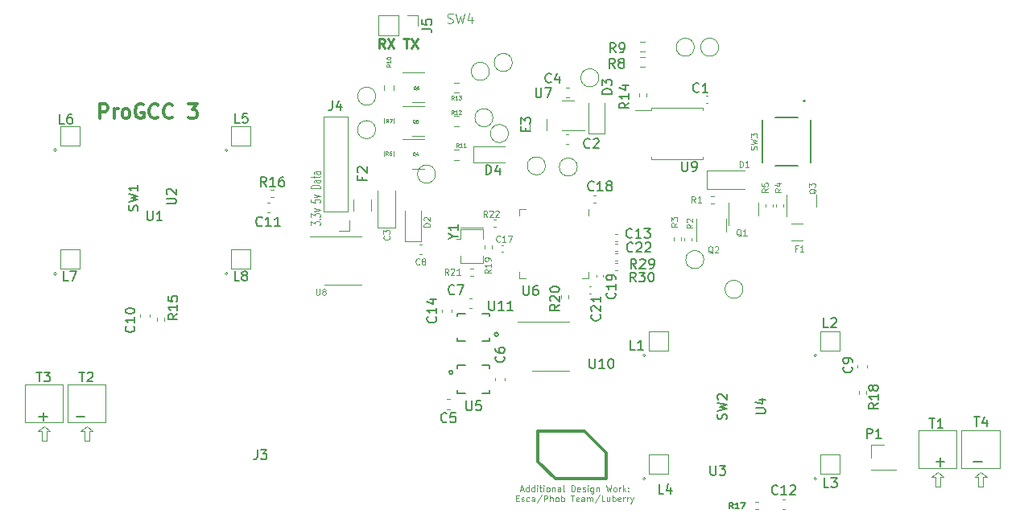
<source format=gbr>
G04 #@! TF.GenerationSoftware,KiCad,Pcbnew,7.0.2*
G04 #@! TF.CreationDate,2023-06-19T11:15:08-07:00*
G04 #@! TF.ProjectId,procon_gcc_main_pcb,70726f63-6f6e-45f6-9763-635f6d61696e,1*
G04 #@! TF.SameCoordinates,Original*
G04 #@! TF.FileFunction,Legend,Top*
G04 #@! TF.FilePolarity,Positive*
%FSLAX46Y46*%
G04 Gerber Fmt 4.6, Leading zero omitted, Abs format (unit mm)*
G04 Created by KiCad (PCBNEW 7.0.2) date 2023-06-19 11:15:08*
%MOMM*%
%LPD*%
G01*
G04 APERTURE LIST*
%ADD10C,0.250000*%
%ADD11C,0.100000*%
%ADD12C,0.300000*%
%ADD13C,0.125000*%
%ADD14C,0.150000*%
%ADD15C,0.050000*%
%ADD16C,0.060000*%
%ADD17C,0.160000*%
%ADD18C,0.120000*%
%ADD19C,0.200000*%
%ADD20C,0.350000*%
%ADD21C,0.127000*%
G04 APERTURE END LIST*
D10*
X120490961Y-102729496D02*
X120157628Y-102253305D01*
X119919533Y-102729496D02*
X119919533Y-101729496D01*
X119919533Y-101729496D02*
X120300485Y-101729496D01*
X120300485Y-101729496D02*
X120395723Y-101777115D01*
X120395723Y-101777115D02*
X120443342Y-101824734D01*
X120443342Y-101824734D02*
X120490961Y-101919972D01*
X120490961Y-101919972D02*
X120490961Y-102062829D01*
X120490961Y-102062829D02*
X120443342Y-102158067D01*
X120443342Y-102158067D02*
X120395723Y-102205686D01*
X120395723Y-102205686D02*
X120300485Y-102253305D01*
X120300485Y-102253305D02*
X119919533Y-102253305D01*
X120824295Y-101729496D02*
X121490961Y-102729496D01*
X121490961Y-101729496D02*
X120824295Y-102729496D01*
X122490962Y-101729496D02*
X123062390Y-101729496D01*
X122776676Y-102729496D02*
X122776676Y-101729496D01*
X123300486Y-101729496D02*
X123967152Y-102729496D01*
X123967152Y-101729496D02*
X123300486Y-102729496D01*
D11*
X134782239Y-149194488D02*
X135091763Y-149194488D01*
X134720334Y-149380202D02*
X134937001Y-148730202D01*
X134937001Y-148730202D02*
X135153668Y-149380202D01*
X135648906Y-149380202D02*
X135648906Y-148730202D01*
X135648906Y-149349250D02*
X135587001Y-149380202D01*
X135587001Y-149380202D02*
X135463192Y-149380202D01*
X135463192Y-149380202D02*
X135401287Y-149349250D01*
X135401287Y-149349250D02*
X135370334Y-149318297D01*
X135370334Y-149318297D02*
X135339382Y-149256392D01*
X135339382Y-149256392D02*
X135339382Y-149070678D01*
X135339382Y-149070678D02*
X135370334Y-149008773D01*
X135370334Y-149008773D02*
X135401287Y-148977821D01*
X135401287Y-148977821D02*
X135463192Y-148946869D01*
X135463192Y-148946869D02*
X135587001Y-148946869D01*
X135587001Y-148946869D02*
X135648906Y-148977821D01*
X136237001Y-149380202D02*
X136237001Y-148730202D01*
X136237001Y-149349250D02*
X136175096Y-149380202D01*
X136175096Y-149380202D02*
X136051287Y-149380202D01*
X136051287Y-149380202D02*
X135989382Y-149349250D01*
X135989382Y-149349250D02*
X135958429Y-149318297D01*
X135958429Y-149318297D02*
X135927477Y-149256392D01*
X135927477Y-149256392D02*
X135927477Y-149070678D01*
X135927477Y-149070678D02*
X135958429Y-149008773D01*
X135958429Y-149008773D02*
X135989382Y-148977821D01*
X135989382Y-148977821D02*
X136051287Y-148946869D01*
X136051287Y-148946869D02*
X136175096Y-148946869D01*
X136175096Y-148946869D02*
X136237001Y-148977821D01*
X136546524Y-149380202D02*
X136546524Y-148946869D01*
X136546524Y-148730202D02*
X136515572Y-148761154D01*
X136515572Y-148761154D02*
X136546524Y-148792107D01*
X136546524Y-148792107D02*
X136577477Y-148761154D01*
X136577477Y-148761154D02*
X136546524Y-148730202D01*
X136546524Y-148730202D02*
X136546524Y-148792107D01*
X136763191Y-148946869D02*
X137010810Y-148946869D01*
X136856048Y-148730202D02*
X136856048Y-149287345D01*
X136856048Y-149287345D02*
X136887001Y-149349250D01*
X136887001Y-149349250D02*
X136948906Y-149380202D01*
X136948906Y-149380202D02*
X137010810Y-149380202D01*
X137227477Y-149380202D02*
X137227477Y-148946869D01*
X137227477Y-148730202D02*
X137196525Y-148761154D01*
X137196525Y-148761154D02*
X137227477Y-148792107D01*
X137227477Y-148792107D02*
X137258430Y-148761154D01*
X137258430Y-148761154D02*
X137227477Y-148730202D01*
X137227477Y-148730202D02*
X137227477Y-148792107D01*
X137629859Y-149380202D02*
X137567954Y-149349250D01*
X137567954Y-149349250D02*
X137537001Y-149318297D01*
X137537001Y-149318297D02*
X137506049Y-149256392D01*
X137506049Y-149256392D02*
X137506049Y-149070678D01*
X137506049Y-149070678D02*
X137537001Y-149008773D01*
X137537001Y-149008773D02*
X137567954Y-148977821D01*
X137567954Y-148977821D02*
X137629859Y-148946869D01*
X137629859Y-148946869D02*
X137722716Y-148946869D01*
X137722716Y-148946869D02*
X137784620Y-148977821D01*
X137784620Y-148977821D02*
X137815573Y-149008773D01*
X137815573Y-149008773D02*
X137846525Y-149070678D01*
X137846525Y-149070678D02*
X137846525Y-149256392D01*
X137846525Y-149256392D02*
X137815573Y-149318297D01*
X137815573Y-149318297D02*
X137784620Y-149349250D01*
X137784620Y-149349250D02*
X137722716Y-149380202D01*
X137722716Y-149380202D02*
X137629859Y-149380202D01*
X138125096Y-148946869D02*
X138125096Y-149380202D01*
X138125096Y-149008773D02*
X138156049Y-148977821D01*
X138156049Y-148977821D02*
X138217954Y-148946869D01*
X138217954Y-148946869D02*
X138310811Y-148946869D01*
X138310811Y-148946869D02*
X138372715Y-148977821D01*
X138372715Y-148977821D02*
X138403668Y-149039726D01*
X138403668Y-149039726D02*
X138403668Y-149380202D01*
X138991763Y-149380202D02*
X138991763Y-149039726D01*
X138991763Y-149039726D02*
X138960810Y-148977821D01*
X138960810Y-148977821D02*
X138898906Y-148946869D01*
X138898906Y-148946869D02*
X138775096Y-148946869D01*
X138775096Y-148946869D02*
X138713191Y-148977821D01*
X138991763Y-149349250D02*
X138929858Y-149380202D01*
X138929858Y-149380202D02*
X138775096Y-149380202D01*
X138775096Y-149380202D02*
X138713191Y-149349250D01*
X138713191Y-149349250D02*
X138682239Y-149287345D01*
X138682239Y-149287345D02*
X138682239Y-149225440D01*
X138682239Y-149225440D02*
X138713191Y-149163535D01*
X138713191Y-149163535D02*
X138775096Y-149132583D01*
X138775096Y-149132583D02*
X138929858Y-149132583D01*
X138929858Y-149132583D02*
X138991763Y-149101630D01*
X139394144Y-149380202D02*
X139332239Y-149349250D01*
X139332239Y-149349250D02*
X139301286Y-149287345D01*
X139301286Y-149287345D02*
X139301286Y-148730202D01*
X140137000Y-149380202D02*
X140137000Y-148730202D01*
X140137000Y-148730202D02*
X140291762Y-148730202D01*
X140291762Y-148730202D02*
X140384619Y-148761154D01*
X140384619Y-148761154D02*
X140446524Y-148823059D01*
X140446524Y-148823059D02*
X140477477Y-148884964D01*
X140477477Y-148884964D02*
X140508429Y-149008773D01*
X140508429Y-149008773D02*
X140508429Y-149101630D01*
X140508429Y-149101630D02*
X140477477Y-149225440D01*
X140477477Y-149225440D02*
X140446524Y-149287345D01*
X140446524Y-149287345D02*
X140384619Y-149349250D01*
X140384619Y-149349250D02*
X140291762Y-149380202D01*
X140291762Y-149380202D02*
X140137000Y-149380202D01*
X141034619Y-149349250D02*
X140972715Y-149380202D01*
X140972715Y-149380202D02*
X140848905Y-149380202D01*
X140848905Y-149380202D02*
X140787000Y-149349250D01*
X140787000Y-149349250D02*
X140756048Y-149287345D01*
X140756048Y-149287345D02*
X140756048Y-149039726D01*
X140756048Y-149039726D02*
X140787000Y-148977821D01*
X140787000Y-148977821D02*
X140848905Y-148946869D01*
X140848905Y-148946869D02*
X140972715Y-148946869D01*
X140972715Y-148946869D02*
X141034619Y-148977821D01*
X141034619Y-148977821D02*
X141065572Y-149039726D01*
X141065572Y-149039726D02*
X141065572Y-149101630D01*
X141065572Y-149101630D02*
X140756048Y-149163535D01*
X141313191Y-149349250D02*
X141375096Y-149380202D01*
X141375096Y-149380202D02*
X141498905Y-149380202D01*
X141498905Y-149380202D02*
X141560810Y-149349250D01*
X141560810Y-149349250D02*
X141591762Y-149287345D01*
X141591762Y-149287345D02*
X141591762Y-149256392D01*
X141591762Y-149256392D02*
X141560810Y-149194488D01*
X141560810Y-149194488D02*
X141498905Y-149163535D01*
X141498905Y-149163535D02*
X141406048Y-149163535D01*
X141406048Y-149163535D02*
X141344143Y-149132583D01*
X141344143Y-149132583D02*
X141313191Y-149070678D01*
X141313191Y-149070678D02*
X141313191Y-149039726D01*
X141313191Y-149039726D02*
X141344143Y-148977821D01*
X141344143Y-148977821D02*
X141406048Y-148946869D01*
X141406048Y-148946869D02*
X141498905Y-148946869D01*
X141498905Y-148946869D02*
X141560810Y-148977821D01*
X141870333Y-149380202D02*
X141870333Y-148946869D01*
X141870333Y-148730202D02*
X141839381Y-148761154D01*
X141839381Y-148761154D02*
X141870333Y-148792107D01*
X141870333Y-148792107D02*
X141901286Y-148761154D01*
X141901286Y-148761154D02*
X141870333Y-148730202D01*
X141870333Y-148730202D02*
X141870333Y-148792107D01*
X142458429Y-148946869D02*
X142458429Y-149473059D01*
X142458429Y-149473059D02*
X142427476Y-149534964D01*
X142427476Y-149534964D02*
X142396524Y-149565916D01*
X142396524Y-149565916D02*
X142334619Y-149596869D01*
X142334619Y-149596869D02*
X142241762Y-149596869D01*
X142241762Y-149596869D02*
X142179857Y-149565916D01*
X142458429Y-149349250D02*
X142396524Y-149380202D01*
X142396524Y-149380202D02*
X142272715Y-149380202D01*
X142272715Y-149380202D02*
X142210810Y-149349250D01*
X142210810Y-149349250D02*
X142179857Y-149318297D01*
X142179857Y-149318297D02*
X142148905Y-149256392D01*
X142148905Y-149256392D02*
X142148905Y-149070678D01*
X142148905Y-149070678D02*
X142179857Y-149008773D01*
X142179857Y-149008773D02*
X142210810Y-148977821D01*
X142210810Y-148977821D02*
X142272715Y-148946869D01*
X142272715Y-148946869D02*
X142396524Y-148946869D01*
X142396524Y-148946869D02*
X142458429Y-148977821D01*
X142767952Y-148946869D02*
X142767952Y-149380202D01*
X142767952Y-149008773D02*
X142798905Y-148977821D01*
X142798905Y-148977821D02*
X142860810Y-148946869D01*
X142860810Y-148946869D02*
X142953667Y-148946869D01*
X142953667Y-148946869D02*
X143015571Y-148977821D01*
X143015571Y-148977821D02*
X143046524Y-149039726D01*
X143046524Y-149039726D02*
X143046524Y-149380202D01*
X143789381Y-148730202D02*
X143944143Y-149380202D01*
X143944143Y-149380202D02*
X144067952Y-148915916D01*
X144067952Y-148915916D02*
X144191762Y-149380202D01*
X144191762Y-149380202D02*
X144346524Y-148730202D01*
X144687000Y-149380202D02*
X144625095Y-149349250D01*
X144625095Y-149349250D02*
X144594142Y-149318297D01*
X144594142Y-149318297D02*
X144563190Y-149256392D01*
X144563190Y-149256392D02*
X144563190Y-149070678D01*
X144563190Y-149070678D02*
X144594142Y-149008773D01*
X144594142Y-149008773D02*
X144625095Y-148977821D01*
X144625095Y-148977821D02*
X144687000Y-148946869D01*
X144687000Y-148946869D02*
X144779857Y-148946869D01*
X144779857Y-148946869D02*
X144841761Y-148977821D01*
X144841761Y-148977821D02*
X144872714Y-149008773D01*
X144872714Y-149008773D02*
X144903666Y-149070678D01*
X144903666Y-149070678D02*
X144903666Y-149256392D01*
X144903666Y-149256392D02*
X144872714Y-149318297D01*
X144872714Y-149318297D02*
X144841761Y-149349250D01*
X144841761Y-149349250D02*
X144779857Y-149380202D01*
X144779857Y-149380202D02*
X144687000Y-149380202D01*
X145182237Y-149380202D02*
X145182237Y-148946869D01*
X145182237Y-149070678D02*
X145213190Y-149008773D01*
X145213190Y-149008773D02*
X145244142Y-148977821D01*
X145244142Y-148977821D02*
X145306047Y-148946869D01*
X145306047Y-148946869D02*
X145367952Y-148946869D01*
X145584618Y-149380202D02*
X145584618Y-148730202D01*
X145646523Y-149132583D02*
X145832237Y-149380202D01*
X145832237Y-148946869D02*
X145584618Y-149194488D01*
X146110808Y-149318297D02*
X146141761Y-149349250D01*
X146141761Y-149349250D02*
X146110808Y-149380202D01*
X146110808Y-149380202D02*
X146079856Y-149349250D01*
X146079856Y-149349250D02*
X146110808Y-149318297D01*
X146110808Y-149318297D02*
X146110808Y-149380202D01*
X146110808Y-148977821D02*
X146141761Y-149008773D01*
X146141761Y-149008773D02*
X146110808Y-149039726D01*
X146110808Y-149039726D02*
X146079856Y-149008773D01*
X146079856Y-149008773D02*
X146110808Y-148977821D01*
X146110808Y-148977821D02*
X146110808Y-149039726D01*
X134317953Y-150092726D02*
X134534620Y-150092726D01*
X134627477Y-150433202D02*
X134317953Y-150433202D01*
X134317953Y-150433202D02*
X134317953Y-149783202D01*
X134317953Y-149783202D02*
X134627477Y-149783202D01*
X134875096Y-150402250D02*
X134937001Y-150433202D01*
X134937001Y-150433202D02*
X135060810Y-150433202D01*
X135060810Y-150433202D02*
X135122715Y-150402250D01*
X135122715Y-150402250D02*
X135153667Y-150340345D01*
X135153667Y-150340345D02*
X135153667Y-150309392D01*
X135153667Y-150309392D02*
X135122715Y-150247488D01*
X135122715Y-150247488D02*
X135060810Y-150216535D01*
X135060810Y-150216535D02*
X134967953Y-150216535D01*
X134967953Y-150216535D02*
X134906048Y-150185583D01*
X134906048Y-150185583D02*
X134875096Y-150123678D01*
X134875096Y-150123678D02*
X134875096Y-150092726D01*
X134875096Y-150092726D02*
X134906048Y-150030821D01*
X134906048Y-150030821D02*
X134967953Y-149999869D01*
X134967953Y-149999869D02*
X135060810Y-149999869D01*
X135060810Y-149999869D02*
X135122715Y-150030821D01*
X135710810Y-150402250D02*
X135648905Y-150433202D01*
X135648905Y-150433202D02*
X135525096Y-150433202D01*
X135525096Y-150433202D02*
X135463191Y-150402250D01*
X135463191Y-150402250D02*
X135432238Y-150371297D01*
X135432238Y-150371297D02*
X135401286Y-150309392D01*
X135401286Y-150309392D02*
X135401286Y-150123678D01*
X135401286Y-150123678D02*
X135432238Y-150061773D01*
X135432238Y-150061773D02*
X135463191Y-150030821D01*
X135463191Y-150030821D02*
X135525096Y-149999869D01*
X135525096Y-149999869D02*
X135648905Y-149999869D01*
X135648905Y-149999869D02*
X135710810Y-150030821D01*
X136267953Y-150433202D02*
X136267953Y-150092726D01*
X136267953Y-150092726D02*
X136237000Y-150030821D01*
X136237000Y-150030821D02*
X136175096Y-149999869D01*
X136175096Y-149999869D02*
X136051286Y-149999869D01*
X136051286Y-149999869D02*
X135989381Y-150030821D01*
X136267953Y-150402250D02*
X136206048Y-150433202D01*
X136206048Y-150433202D02*
X136051286Y-150433202D01*
X136051286Y-150433202D02*
X135989381Y-150402250D01*
X135989381Y-150402250D02*
X135958429Y-150340345D01*
X135958429Y-150340345D02*
X135958429Y-150278440D01*
X135958429Y-150278440D02*
X135989381Y-150216535D01*
X135989381Y-150216535D02*
X136051286Y-150185583D01*
X136051286Y-150185583D02*
X136206048Y-150185583D01*
X136206048Y-150185583D02*
X136267953Y-150154630D01*
X137041762Y-149752250D02*
X136484619Y-150587964D01*
X137258428Y-150433202D02*
X137258428Y-149783202D01*
X137258428Y-149783202D02*
X137506047Y-149783202D01*
X137506047Y-149783202D02*
X137567952Y-149814154D01*
X137567952Y-149814154D02*
X137598905Y-149845107D01*
X137598905Y-149845107D02*
X137629857Y-149907011D01*
X137629857Y-149907011D02*
X137629857Y-149999869D01*
X137629857Y-149999869D02*
X137598905Y-150061773D01*
X137598905Y-150061773D02*
X137567952Y-150092726D01*
X137567952Y-150092726D02*
X137506047Y-150123678D01*
X137506047Y-150123678D02*
X137258428Y-150123678D01*
X137908428Y-150433202D02*
X137908428Y-149783202D01*
X138187000Y-150433202D02*
X138187000Y-150092726D01*
X138187000Y-150092726D02*
X138156047Y-150030821D01*
X138156047Y-150030821D02*
X138094143Y-149999869D01*
X138094143Y-149999869D02*
X138001286Y-149999869D01*
X138001286Y-149999869D02*
X137939381Y-150030821D01*
X137939381Y-150030821D02*
X137908428Y-150061773D01*
X138589381Y-150433202D02*
X138527476Y-150402250D01*
X138527476Y-150402250D02*
X138496523Y-150371297D01*
X138496523Y-150371297D02*
X138465571Y-150309392D01*
X138465571Y-150309392D02*
X138465571Y-150123678D01*
X138465571Y-150123678D02*
X138496523Y-150061773D01*
X138496523Y-150061773D02*
X138527476Y-150030821D01*
X138527476Y-150030821D02*
X138589381Y-149999869D01*
X138589381Y-149999869D02*
X138682238Y-149999869D01*
X138682238Y-149999869D02*
X138744142Y-150030821D01*
X138744142Y-150030821D02*
X138775095Y-150061773D01*
X138775095Y-150061773D02*
X138806047Y-150123678D01*
X138806047Y-150123678D02*
X138806047Y-150309392D01*
X138806047Y-150309392D02*
X138775095Y-150371297D01*
X138775095Y-150371297D02*
X138744142Y-150402250D01*
X138744142Y-150402250D02*
X138682238Y-150433202D01*
X138682238Y-150433202D02*
X138589381Y-150433202D01*
X139084618Y-150433202D02*
X139084618Y-149783202D01*
X139084618Y-150030821D02*
X139146523Y-149999869D01*
X139146523Y-149999869D02*
X139270333Y-149999869D01*
X139270333Y-149999869D02*
X139332237Y-150030821D01*
X139332237Y-150030821D02*
X139363190Y-150061773D01*
X139363190Y-150061773D02*
X139394142Y-150123678D01*
X139394142Y-150123678D02*
X139394142Y-150309392D01*
X139394142Y-150309392D02*
X139363190Y-150371297D01*
X139363190Y-150371297D02*
X139332237Y-150402250D01*
X139332237Y-150402250D02*
X139270333Y-150433202D01*
X139270333Y-150433202D02*
X139146523Y-150433202D01*
X139146523Y-150433202D02*
X139084618Y-150402250D01*
X140075094Y-149783202D02*
X140446523Y-149783202D01*
X140260809Y-150433202D02*
X140260809Y-149783202D01*
X140910808Y-150402250D02*
X140848904Y-150433202D01*
X140848904Y-150433202D02*
X140725094Y-150433202D01*
X140725094Y-150433202D02*
X140663189Y-150402250D01*
X140663189Y-150402250D02*
X140632237Y-150340345D01*
X140632237Y-150340345D02*
X140632237Y-150092726D01*
X140632237Y-150092726D02*
X140663189Y-150030821D01*
X140663189Y-150030821D02*
X140725094Y-149999869D01*
X140725094Y-149999869D02*
X140848904Y-149999869D01*
X140848904Y-149999869D02*
X140910808Y-150030821D01*
X140910808Y-150030821D02*
X140941761Y-150092726D01*
X140941761Y-150092726D02*
X140941761Y-150154630D01*
X140941761Y-150154630D02*
X140632237Y-150216535D01*
X141498904Y-150433202D02*
X141498904Y-150092726D01*
X141498904Y-150092726D02*
X141467951Y-150030821D01*
X141467951Y-150030821D02*
X141406047Y-149999869D01*
X141406047Y-149999869D02*
X141282237Y-149999869D01*
X141282237Y-149999869D02*
X141220332Y-150030821D01*
X141498904Y-150402250D02*
X141436999Y-150433202D01*
X141436999Y-150433202D02*
X141282237Y-150433202D01*
X141282237Y-150433202D02*
X141220332Y-150402250D01*
X141220332Y-150402250D02*
X141189380Y-150340345D01*
X141189380Y-150340345D02*
X141189380Y-150278440D01*
X141189380Y-150278440D02*
X141220332Y-150216535D01*
X141220332Y-150216535D02*
X141282237Y-150185583D01*
X141282237Y-150185583D02*
X141436999Y-150185583D01*
X141436999Y-150185583D02*
X141498904Y-150154630D01*
X141808427Y-150433202D02*
X141808427Y-149999869D01*
X141808427Y-150061773D02*
X141839380Y-150030821D01*
X141839380Y-150030821D02*
X141901285Y-149999869D01*
X141901285Y-149999869D02*
X141994142Y-149999869D01*
X141994142Y-149999869D02*
X142056046Y-150030821D01*
X142056046Y-150030821D02*
X142086999Y-150092726D01*
X142086999Y-150092726D02*
X142086999Y-150433202D01*
X142086999Y-150092726D02*
X142117951Y-150030821D01*
X142117951Y-150030821D02*
X142179856Y-149999869D01*
X142179856Y-149999869D02*
X142272713Y-149999869D01*
X142272713Y-149999869D02*
X142334618Y-150030821D01*
X142334618Y-150030821D02*
X142365570Y-150092726D01*
X142365570Y-150092726D02*
X142365570Y-150433202D01*
X143139380Y-149752250D02*
X142582237Y-150587964D01*
X143665570Y-150433202D02*
X143356046Y-150433202D01*
X143356046Y-150433202D02*
X143356046Y-149783202D01*
X144160808Y-149999869D02*
X144160808Y-150433202D01*
X143882236Y-149999869D02*
X143882236Y-150340345D01*
X143882236Y-150340345D02*
X143913189Y-150402250D01*
X143913189Y-150402250D02*
X143975094Y-150433202D01*
X143975094Y-150433202D02*
X144067951Y-150433202D01*
X144067951Y-150433202D02*
X144129855Y-150402250D01*
X144129855Y-150402250D02*
X144160808Y-150371297D01*
X144470331Y-150433202D02*
X144470331Y-149783202D01*
X144470331Y-150030821D02*
X144532236Y-149999869D01*
X144532236Y-149999869D02*
X144656046Y-149999869D01*
X144656046Y-149999869D02*
X144717950Y-150030821D01*
X144717950Y-150030821D02*
X144748903Y-150061773D01*
X144748903Y-150061773D02*
X144779855Y-150123678D01*
X144779855Y-150123678D02*
X144779855Y-150309392D01*
X144779855Y-150309392D02*
X144748903Y-150371297D01*
X144748903Y-150371297D02*
X144717950Y-150402250D01*
X144717950Y-150402250D02*
X144656046Y-150433202D01*
X144656046Y-150433202D02*
X144532236Y-150433202D01*
X144532236Y-150433202D02*
X144470331Y-150402250D01*
X145306045Y-150402250D02*
X145244141Y-150433202D01*
X145244141Y-150433202D02*
X145120331Y-150433202D01*
X145120331Y-150433202D02*
X145058426Y-150402250D01*
X145058426Y-150402250D02*
X145027474Y-150340345D01*
X145027474Y-150340345D02*
X145027474Y-150092726D01*
X145027474Y-150092726D02*
X145058426Y-150030821D01*
X145058426Y-150030821D02*
X145120331Y-149999869D01*
X145120331Y-149999869D02*
X145244141Y-149999869D01*
X145244141Y-149999869D02*
X145306045Y-150030821D01*
X145306045Y-150030821D02*
X145336998Y-150092726D01*
X145336998Y-150092726D02*
X145336998Y-150154630D01*
X145336998Y-150154630D02*
X145027474Y-150216535D01*
X145615569Y-150433202D02*
X145615569Y-149999869D01*
X145615569Y-150123678D02*
X145646522Y-150061773D01*
X145646522Y-150061773D02*
X145677474Y-150030821D01*
X145677474Y-150030821D02*
X145739379Y-149999869D01*
X145739379Y-149999869D02*
X145801284Y-149999869D01*
X146017950Y-150433202D02*
X146017950Y-149999869D01*
X146017950Y-150123678D02*
X146048903Y-150061773D01*
X146048903Y-150061773D02*
X146079855Y-150030821D01*
X146079855Y-150030821D02*
X146141760Y-149999869D01*
X146141760Y-149999869D02*
X146203665Y-149999869D01*
X146358427Y-149999869D02*
X146513189Y-150433202D01*
X146667950Y-149999869D02*
X146513189Y-150433202D01*
X146513189Y-150433202D02*
X146451284Y-150587964D01*
X146451284Y-150587964D02*
X146420331Y-150618916D01*
X146420331Y-150618916D02*
X146358427Y-150649869D01*
D12*
X90538100Y-110110485D02*
X90538100Y-108610485D01*
X90538100Y-108610485D02*
X91109529Y-108610485D01*
X91109529Y-108610485D02*
X91252386Y-108681914D01*
X91252386Y-108681914D02*
X91323815Y-108753342D01*
X91323815Y-108753342D02*
X91395243Y-108896199D01*
X91395243Y-108896199D02*
X91395243Y-109110485D01*
X91395243Y-109110485D02*
X91323815Y-109253342D01*
X91323815Y-109253342D02*
X91252386Y-109324771D01*
X91252386Y-109324771D02*
X91109529Y-109396199D01*
X91109529Y-109396199D02*
X90538100Y-109396199D01*
X92038100Y-110110485D02*
X92038100Y-109110485D01*
X92038100Y-109396199D02*
X92109529Y-109253342D01*
X92109529Y-109253342D02*
X92180958Y-109181914D01*
X92180958Y-109181914D02*
X92323815Y-109110485D01*
X92323815Y-109110485D02*
X92466672Y-109110485D01*
X93180957Y-110110485D02*
X93038100Y-110039057D01*
X93038100Y-110039057D02*
X92966671Y-109967628D01*
X92966671Y-109967628D02*
X92895243Y-109824771D01*
X92895243Y-109824771D02*
X92895243Y-109396199D01*
X92895243Y-109396199D02*
X92966671Y-109253342D01*
X92966671Y-109253342D02*
X93038100Y-109181914D01*
X93038100Y-109181914D02*
X93180957Y-109110485D01*
X93180957Y-109110485D02*
X93395243Y-109110485D01*
X93395243Y-109110485D02*
X93538100Y-109181914D01*
X93538100Y-109181914D02*
X93609529Y-109253342D01*
X93609529Y-109253342D02*
X93680957Y-109396199D01*
X93680957Y-109396199D02*
X93680957Y-109824771D01*
X93680957Y-109824771D02*
X93609529Y-109967628D01*
X93609529Y-109967628D02*
X93538100Y-110039057D01*
X93538100Y-110039057D02*
X93395243Y-110110485D01*
X93395243Y-110110485D02*
X93180957Y-110110485D01*
X95109529Y-108681914D02*
X94966672Y-108610485D01*
X94966672Y-108610485D02*
X94752386Y-108610485D01*
X94752386Y-108610485D02*
X94538100Y-108681914D01*
X94538100Y-108681914D02*
X94395243Y-108824771D01*
X94395243Y-108824771D02*
X94323814Y-108967628D01*
X94323814Y-108967628D02*
X94252386Y-109253342D01*
X94252386Y-109253342D02*
X94252386Y-109467628D01*
X94252386Y-109467628D02*
X94323814Y-109753342D01*
X94323814Y-109753342D02*
X94395243Y-109896199D01*
X94395243Y-109896199D02*
X94538100Y-110039057D01*
X94538100Y-110039057D02*
X94752386Y-110110485D01*
X94752386Y-110110485D02*
X94895243Y-110110485D01*
X94895243Y-110110485D02*
X95109529Y-110039057D01*
X95109529Y-110039057D02*
X95180957Y-109967628D01*
X95180957Y-109967628D02*
X95180957Y-109467628D01*
X95180957Y-109467628D02*
X94895243Y-109467628D01*
X96680957Y-109967628D02*
X96609529Y-110039057D01*
X96609529Y-110039057D02*
X96395243Y-110110485D01*
X96395243Y-110110485D02*
X96252386Y-110110485D01*
X96252386Y-110110485D02*
X96038100Y-110039057D01*
X96038100Y-110039057D02*
X95895243Y-109896199D01*
X95895243Y-109896199D02*
X95823814Y-109753342D01*
X95823814Y-109753342D02*
X95752386Y-109467628D01*
X95752386Y-109467628D02*
X95752386Y-109253342D01*
X95752386Y-109253342D02*
X95823814Y-108967628D01*
X95823814Y-108967628D02*
X95895243Y-108824771D01*
X95895243Y-108824771D02*
X96038100Y-108681914D01*
X96038100Y-108681914D02*
X96252386Y-108610485D01*
X96252386Y-108610485D02*
X96395243Y-108610485D01*
X96395243Y-108610485D02*
X96609529Y-108681914D01*
X96609529Y-108681914D02*
X96680957Y-108753342D01*
X98180957Y-109967628D02*
X98109529Y-110039057D01*
X98109529Y-110039057D02*
X97895243Y-110110485D01*
X97895243Y-110110485D02*
X97752386Y-110110485D01*
X97752386Y-110110485D02*
X97538100Y-110039057D01*
X97538100Y-110039057D02*
X97395243Y-109896199D01*
X97395243Y-109896199D02*
X97323814Y-109753342D01*
X97323814Y-109753342D02*
X97252386Y-109467628D01*
X97252386Y-109467628D02*
X97252386Y-109253342D01*
X97252386Y-109253342D02*
X97323814Y-108967628D01*
X97323814Y-108967628D02*
X97395243Y-108824771D01*
X97395243Y-108824771D02*
X97538100Y-108681914D01*
X97538100Y-108681914D02*
X97752386Y-108610485D01*
X97752386Y-108610485D02*
X97895243Y-108610485D01*
X97895243Y-108610485D02*
X98109529Y-108681914D01*
X98109529Y-108681914D02*
X98180957Y-108753342D01*
X99823814Y-108610485D02*
X100752386Y-108610485D01*
X100752386Y-108610485D02*
X100252386Y-109181914D01*
X100252386Y-109181914D02*
X100466671Y-109181914D01*
X100466671Y-109181914D02*
X100609529Y-109253342D01*
X100609529Y-109253342D02*
X100680957Y-109324771D01*
X100680957Y-109324771D02*
X100752386Y-109467628D01*
X100752386Y-109467628D02*
X100752386Y-109824771D01*
X100752386Y-109824771D02*
X100680957Y-109967628D01*
X100680957Y-109967628D02*
X100609529Y-110039057D01*
X100609529Y-110039057D02*
X100466671Y-110110485D01*
X100466671Y-110110485D02*
X100038100Y-110110485D01*
X100038100Y-110110485D02*
X99895243Y-110039057D01*
X99895243Y-110039057D02*
X99823814Y-109967628D01*
D13*
X112736714Y-121331895D02*
X112736714Y-120960467D01*
X112736714Y-120960467D02*
X113117666Y-121160467D01*
X113117666Y-121160467D02*
X113117666Y-121074752D01*
X113117666Y-121074752D02*
X113165285Y-121017610D01*
X113165285Y-121017610D02*
X113212904Y-120989038D01*
X113212904Y-120989038D02*
X113308142Y-120960467D01*
X113308142Y-120960467D02*
X113546237Y-120960467D01*
X113546237Y-120960467D02*
X113641475Y-120989038D01*
X113641475Y-120989038D02*
X113689095Y-121017610D01*
X113689095Y-121017610D02*
X113736714Y-121074752D01*
X113736714Y-121074752D02*
X113736714Y-121246181D01*
X113736714Y-121246181D02*
X113689095Y-121303324D01*
X113689095Y-121303324D02*
X113641475Y-121331895D01*
X113641475Y-120703323D02*
X113689095Y-120674752D01*
X113689095Y-120674752D02*
X113736714Y-120703323D01*
X113736714Y-120703323D02*
X113689095Y-120731895D01*
X113689095Y-120731895D02*
X113641475Y-120703323D01*
X113641475Y-120703323D02*
X113736714Y-120703323D01*
X112736714Y-120474752D02*
X112736714Y-120103324D01*
X112736714Y-120103324D02*
X113117666Y-120303324D01*
X113117666Y-120303324D02*
X113117666Y-120217609D01*
X113117666Y-120217609D02*
X113165285Y-120160467D01*
X113165285Y-120160467D02*
X113212904Y-120131895D01*
X113212904Y-120131895D02*
X113308142Y-120103324D01*
X113308142Y-120103324D02*
X113546237Y-120103324D01*
X113546237Y-120103324D02*
X113641475Y-120131895D01*
X113641475Y-120131895D02*
X113689095Y-120160467D01*
X113689095Y-120160467D02*
X113736714Y-120217609D01*
X113736714Y-120217609D02*
X113736714Y-120389038D01*
X113736714Y-120389038D02*
X113689095Y-120446181D01*
X113689095Y-120446181D02*
X113641475Y-120474752D01*
X113070047Y-119903323D02*
X113736714Y-119760466D01*
X113736714Y-119760466D02*
X113070047Y-119617609D01*
X112736714Y-118646180D02*
X112736714Y-118931894D01*
X112736714Y-118931894D02*
X113212904Y-118960466D01*
X113212904Y-118960466D02*
X113165285Y-118931894D01*
X113165285Y-118931894D02*
X113117666Y-118874752D01*
X113117666Y-118874752D02*
X113117666Y-118731894D01*
X113117666Y-118731894D02*
X113165285Y-118674752D01*
X113165285Y-118674752D02*
X113212904Y-118646180D01*
X113212904Y-118646180D02*
X113308142Y-118617609D01*
X113308142Y-118617609D02*
X113546237Y-118617609D01*
X113546237Y-118617609D02*
X113641475Y-118646180D01*
X113641475Y-118646180D02*
X113689095Y-118674752D01*
X113689095Y-118674752D02*
X113736714Y-118731894D01*
X113736714Y-118731894D02*
X113736714Y-118874752D01*
X113736714Y-118874752D02*
X113689095Y-118931894D01*
X113689095Y-118931894D02*
X113641475Y-118960466D01*
X113070047Y-118417608D02*
X113736714Y-118274751D01*
X113736714Y-118274751D02*
X113070047Y-118131894D01*
X113736714Y-117446179D02*
X112736714Y-117446179D01*
X112736714Y-117446179D02*
X112736714Y-117303322D01*
X112736714Y-117303322D02*
X112784333Y-117217608D01*
X112784333Y-117217608D02*
X112879571Y-117160465D01*
X112879571Y-117160465D02*
X112974809Y-117131894D01*
X112974809Y-117131894D02*
X113165285Y-117103322D01*
X113165285Y-117103322D02*
X113308142Y-117103322D01*
X113308142Y-117103322D02*
X113498618Y-117131894D01*
X113498618Y-117131894D02*
X113593856Y-117160465D01*
X113593856Y-117160465D02*
X113689095Y-117217608D01*
X113689095Y-117217608D02*
X113736714Y-117303322D01*
X113736714Y-117303322D02*
X113736714Y-117446179D01*
X113736714Y-116589037D02*
X113212904Y-116589037D01*
X113212904Y-116589037D02*
X113117666Y-116617608D01*
X113117666Y-116617608D02*
X113070047Y-116674751D01*
X113070047Y-116674751D02*
X113070047Y-116789037D01*
X113070047Y-116789037D02*
X113117666Y-116846179D01*
X113689095Y-116589037D02*
X113736714Y-116646179D01*
X113736714Y-116646179D02*
X113736714Y-116789037D01*
X113736714Y-116789037D02*
X113689095Y-116846179D01*
X113689095Y-116846179D02*
X113593856Y-116874751D01*
X113593856Y-116874751D02*
X113498618Y-116874751D01*
X113498618Y-116874751D02*
X113403380Y-116846179D01*
X113403380Y-116846179D02*
X113355761Y-116789037D01*
X113355761Y-116789037D02*
X113355761Y-116646179D01*
X113355761Y-116646179D02*
X113308142Y-116589037D01*
X113070047Y-116389037D02*
X113070047Y-116160465D01*
X112736714Y-116303322D02*
X113593856Y-116303322D01*
X113593856Y-116303322D02*
X113689095Y-116274751D01*
X113689095Y-116274751D02*
X113736714Y-116217608D01*
X113736714Y-116217608D02*
X113736714Y-116160465D01*
X113736714Y-115703323D02*
X113212904Y-115703323D01*
X113212904Y-115703323D02*
X113117666Y-115731894D01*
X113117666Y-115731894D02*
X113070047Y-115789037D01*
X113070047Y-115789037D02*
X113070047Y-115903323D01*
X113070047Y-115903323D02*
X113117666Y-115960465D01*
X113689095Y-115703323D02*
X113736714Y-115760465D01*
X113736714Y-115760465D02*
X113736714Y-115903323D01*
X113736714Y-115903323D02*
X113689095Y-115960465D01*
X113689095Y-115960465D02*
X113593856Y-115989037D01*
X113593856Y-115989037D02*
X113498618Y-115989037D01*
X113498618Y-115989037D02*
X113403380Y-115960465D01*
X113403380Y-115960465D02*
X113355761Y-115903323D01*
X113355761Y-115903323D02*
X113355761Y-115760465D01*
X113355761Y-115760465D02*
X113308142Y-115703323D01*
D11*
X127106739Y-100026947D02*
X127249596Y-100074566D01*
X127249596Y-100074566D02*
X127487691Y-100074566D01*
X127487691Y-100074566D02*
X127582929Y-100026947D01*
X127582929Y-100026947D02*
X127630548Y-99979327D01*
X127630548Y-99979327D02*
X127678167Y-99884089D01*
X127678167Y-99884089D02*
X127678167Y-99788851D01*
X127678167Y-99788851D02*
X127630548Y-99693613D01*
X127630548Y-99693613D02*
X127582929Y-99645994D01*
X127582929Y-99645994D02*
X127487691Y-99598375D01*
X127487691Y-99598375D02*
X127297215Y-99550756D01*
X127297215Y-99550756D02*
X127201977Y-99503137D01*
X127201977Y-99503137D02*
X127154358Y-99455518D01*
X127154358Y-99455518D02*
X127106739Y-99360280D01*
X127106739Y-99360280D02*
X127106739Y-99265042D01*
X127106739Y-99265042D02*
X127154358Y-99169804D01*
X127154358Y-99169804D02*
X127201977Y-99122185D01*
X127201977Y-99122185D02*
X127297215Y-99074566D01*
X127297215Y-99074566D02*
X127535310Y-99074566D01*
X127535310Y-99074566D02*
X127678167Y-99122185D01*
X128011501Y-99074566D02*
X128249596Y-100074566D01*
X128249596Y-100074566D02*
X128440072Y-99360280D01*
X128440072Y-99360280D02*
X128630548Y-100074566D01*
X128630548Y-100074566D02*
X128868644Y-99074566D01*
X129678167Y-99407899D02*
X129678167Y-100074566D01*
X129440072Y-99026947D02*
X129201977Y-99741232D01*
X129201977Y-99741232D02*
X129821024Y-99741232D01*
D14*
X97560577Y-119096265D02*
X98370100Y-119096265D01*
X98370100Y-119096265D02*
X98465338Y-119048646D01*
X98465338Y-119048646D02*
X98512958Y-119001027D01*
X98512958Y-119001027D02*
X98560577Y-118905789D01*
X98560577Y-118905789D02*
X98560577Y-118715313D01*
X98560577Y-118715313D02*
X98512958Y-118620075D01*
X98512958Y-118620075D02*
X98465338Y-118572456D01*
X98465338Y-118572456D02*
X98370100Y-118524837D01*
X98370100Y-118524837D02*
X97560577Y-118524837D01*
X97655815Y-118096265D02*
X97608196Y-118048646D01*
X97608196Y-118048646D02*
X97560577Y-117953408D01*
X97560577Y-117953408D02*
X97560577Y-117715313D01*
X97560577Y-117715313D02*
X97608196Y-117620075D01*
X97608196Y-117620075D02*
X97655815Y-117572456D01*
X97655815Y-117572456D02*
X97751053Y-117524837D01*
X97751053Y-117524837D02*
X97846291Y-117524837D01*
X97846291Y-117524837D02*
X97989148Y-117572456D01*
X97989148Y-117572456D02*
X98560577Y-118143884D01*
X98560577Y-118143884D02*
X98560577Y-117524837D01*
D11*
X152903088Y-121270731D02*
X152593564Y-121487398D01*
X152903088Y-121642160D02*
X152253088Y-121642160D01*
X152253088Y-121642160D02*
X152253088Y-121394541D01*
X152253088Y-121394541D02*
X152284040Y-121332636D01*
X152284040Y-121332636D02*
X152314993Y-121301683D01*
X152314993Y-121301683D02*
X152376897Y-121270731D01*
X152376897Y-121270731D02*
X152469755Y-121270731D01*
X152469755Y-121270731D02*
X152531659Y-121301683D01*
X152531659Y-121301683D02*
X152562612Y-121332636D01*
X152562612Y-121332636D02*
X152593564Y-121394541D01*
X152593564Y-121394541D02*
X152593564Y-121642160D01*
X152314993Y-121023112D02*
X152284040Y-120992160D01*
X152284040Y-120992160D02*
X152253088Y-120930255D01*
X152253088Y-120930255D02*
X152253088Y-120775493D01*
X152253088Y-120775493D02*
X152284040Y-120713588D01*
X152284040Y-120713588D02*
X152314993Y-120682636D01*
X152314993Y-120682636D02*
X152376897Y-120651683D01*
X152376897Y-120651683D02*
X152438802Y-120651683D01*
X152438802Y-120651683D02*
X152531659Y-120682636D01*
X152531659Y-120682636D02*
X152903088Y-121054064D01*
X152903088Y-121054064D02*
X152903088Y-120651683D01*
D14*
X171224041Y-143782790D02*
X171224041Y-142782790D01*
X171224041Y-142782790D02*
X171604993Y-142782790D01*
X171604993Y-142782790D02*
X171700231Y-142830409D01*
X171700231Y-142830409D02*
X171747850Y-142878028D01*
X171747850Y-142878028D02*
X171795469Y-142973266D01*
X171795469Y-142973266D02*
X171795469Y-143116123D01*
X171795469Y-143116123D02*
X171747850Y-143211361D01*
X171747850Y-143211361D02*
X171700231Y-143258980D01*
X171700231Y-143258980D02*
X171604993Y-143306599D01*
X171604993Y-143306599D02*
X171224041Y-143306599D01*
X172747850Y-143782790D02*
X172176422Y-143782790D01*
X172462136Y-143782790D02*
X172462136Y-142782790D01*
X172462136Y-142782790D02*
X172366898Y-142925647D01*
X172366898Y-142925647D02*
X172271660Y-143020885D01*
X172271660Y-143020885D02*
X172176422Y-143068504D01*
X146959889Y-125912461D02*
X146626556Y-125436270D01*
X146388461Y-125912461D02*
X146388461Y-124912461D01*
X146388461Y-124912461D02*
X146769413Y-124912461D01*
X146769413Y-124912461D02*
X146864651Y-124960080D01*
X146864651Y-124960080D02*
X146912270Y-125007699D01*
X146912270Y-125007699D02*
X146959889Y-125102937D01*
X146959889Y-125102937D02*
X146959889Y-125245794D01*
X146959889Y-125245794D02*
X146912270Y-125341032D01*
X146912270Y-125341032D02*
X146864651Y-125388651D01*
X146864651Y-125388651D02*
X146769413Y-125436270D01*
X146769413Y-125436270D02*
X146388461Y-125436270D01*
X147340842Y-125007699D02*
X147388461Y-124960080D01*
X147388461Y-124960080D02*
X147483699Y-124912461D01*
X147483699Y-124912461D02*
X147721794Y-124912461D01*
X147721794Y-124912461D02*
X147817032Y-124960080D01*
X147817032Y-124960080D02*
X147864651Y-125007699D01*
X147864651Y-125007699D02*
X147912270Y-125102937D01*
X147912270Y-125102937D02*
X147912270Y-125198175D01*
X147912270Y-125198175D02*
X147864651Y-125341032D01*
X147864651Y-125341032D02*
X147293223Y-125912461D01*
X147293223Y-125912461D02*
X147912270Y-125912461D01*
X148388461Y-125912461D02*
X148578937Y-125912461D01*
X148578937Y-125912461D02*
X148674175Y-125864842D01*
X148674175Y-125864842D02*
X148721794Y-125817222D01*
X148721794Y-125817222D02*
X148817032Y-125674365D01*
X148817032Y-125674365D02*
X148864651Y-125483889D01*
X148864651Y-125483889D02*
X148864651Y-125102937D01*
X148864651Y-125102937D02*
X148817032Y-125007699D01*
X148817032Y-125007699D02*
X148769413Y-124960080D01*
X148769413Y-124960080D02*
X148674175Y-124912461D01*
X148674175Y-124912461D02*
X148483699Y-124912461D01*
X148483699Y-124912461D02*
X148388461Y-124960080D01*
X148388461Y-124960080D02*
X148340842Y-125007699D01*
X148340842Y-125007699D02*
X148293223Y-125102937D01*
X148293223Y-125102937D02*
X148293223Y-125341032D01*
X148293223Y-125341032D02*
X148340842Y-125436270D01*
X148340842Y-125436270D02*
X148388461Y-125483889D01*
X148388461Y-125483889D02*
X148483699Y-125531508D01*
X148483699Y-125531508D02*
X148674175Y-125531508D01*
X148674175Y-125531508D02*
X148769413Y-125483889D01*
X148769413Y-125483889D02*
X148817032Y-125436270D01*
X148817032Y-125436270D02*
X148864651Y-125341032D01*
X167174876Y-132111571D02*
X166698686Y-132111571D01*
X166698686Y-132111571D02*
X166698686Y-131111571D01*
X167460591Y-131206809D02*
X167508210Y-131159190D01*
X167508210Y-131159190D02*
X167603448Y-131111571D01*
X167603448Y-131111571D02*
X167841543Y-131111571D01*
X167841543Y-131111571D02*
X167936781Y-131159190D01*
X167936781Y-131159190D02*
X167984400Y-131206809D01*
X167984400Y-131206809D02*
X168032019Y-131302047D01*
X168032019Y-131302047D02*
X168032019Y-131397285D01*
X168032019Y-131397285D02*
X167984400Y-131540142D01*
X167984400Y-131540142D02*
X167412972Y-132111571D01*
X167412972Y-132111571D02*
X168032019Y-132111571D01*
D11*
X157815592Y-115252588D02*
X157815592Y-114602588D01*
X157815592Y-114602588D02*
X157970354Y-114602588D01*
X157970354Y-114602588D02*
X158063211Y-114633540D01*
X158063211Y-114633540D02*
X158125116Y-114695445D01*
X158125116Y-114695445D02*
X158156069Y-114757350D01*
X158156069Y-114757350D02*
X158187021Y-114881159D01*
X158187021Y-114881159D02*
X158187021Y-114974016D01*
X158187021Y-114974016D02*
X158156069Y-115097826D01*
X158156069Y-115097826D02*
X158125116Y-115159731D01*
X158125116Y-115159731D02*
X158063211Y-115221636D01*
X158063211Y-115221636D02*
X157970354Y-115252588D01*
X157970354Y-115252588D02*
X157815592Y-115252588D01*
X158806069Y-115252588D02*
X158434640Y-115252588D01*
X158620354Y-115252588D02*
X158620354Y-114602588D01*
X158620354Y-114602588D02*
X158558450Y-114695445D01*
X158558450Y-114695445D02*
X158496545Y-114757350D01*
X158496545Y-114757350D02*
X158434640Y-114788302D01*
D14*
X133025024Y-135164943D02*
X133072644Y-135212562D01*
X133072644Y-135212562D02*
X133120263Y-135355419D01*
X133120263Y-135355419D02*
X133120263Y-135450657D01*
X133120263Y-135450657D02*
X133072644Y-135593514D01*
X133072644Y-135593514D02*
X132977405Y-135688752D01*
X132977405Y-135688752D02*
X132882167Y-135736371D01*
X132882167Y-135736371D02*
X132691691Y-135783990D01*
X132691691Y-135783990D02*
X132548834Y-135783990D01*
X132548834Y-135783990D02*
X132358358Y-135736371D01*
X132358358Y-135736371D02*
X132263120Y-135688752D01*
X132263120Y-135688752D02*
X132167882Y-135593514D01*
X132167882Y-135593514D02*
X132120263Y-135450657D01*
X132120263Y-135450657D02*
X132120263Y-135355419D01*
X132120263Y-135355419D02*
X132167882Y-135212562D01*
X132167882Y-135212562D02*
X132215501Y-135164943D01*
X132120263Y-134307800D02*
X132120263Y-134498276D01*
X132120263Y-134498276D02*
X132167882Y-134593514D01*
X132167882Y-134593514D02*
X132215501Y-134641133D01*
X132215501Y-134641133D02*
X132358358Y-134736371D01*
X132358358Y-134736371D02*
X132548834Y-134783990D01*
X132548834Y-134783990D02*
X132929786Y-134783990D01*
X132929786Y-134783990D02*
X133025024Y-134736371D01*
X133025024Y-134736371D02*
X133072644Y-134688752D01*
X133072644Y-134688752D02*
X133120263Y-134593514D01*
X133120263Y-134593514D02*
X133120263Y-134403038D01*
X133120263Y-134403038D02*
X133072644Y-134307800D01*
X133072644Y-134307800D02*
X133025024Y-134260181D01*
X133025024Y-134260181D02*
X132929786Y-134212562D01*
X132929786Y-134212562D02*
X132691691Y-134212562D01*
X132691691Y-134212562D02*
X132596453Y-134260181D01*
X132596453Y-134260181D02*
X132548834Y-134307800D01*
X132548834Y-134307800D02*
X132501215Y-134403038D01*
X132501215Y-134403038D02*
X132501215Y-134593514D01*
X132501215Y-134593514D02*
X132548834Y-134688752D01*
X132548834Y-134688752D02*
X132596453Y-134736371D01*
X132596453Y-134736371D02*
X132691691Y-134783990D01*
D11*
X162201107Y-117485793D02*
X161891583Y-117702460D01*
X162201107Y-117857222D02*
X161551107Y-117857222D01*
X161551107Y-117857222D02*
X161551107Y-117609603D01*
X161551107Y-117609603D02*
X161582059Y-117547698D01*
X161582059Y-117547698D02*
X161613012Y-117516745D01*
X161613012Y-117516745D02*
X161674916Y-117485793D01*
X161674916Y-117485793D02*
X161767774Y-117485793D01*
X161767774Y-117485793D02*
X161829678Y-117516745D01*
X161829678Y-117516745D02*
X161860631Y-117547698D01*
X161860631Y-117547698D02*
X161891583Y-117609603D01*
X161891583Y-117609603D02*
X161891583Y-117857222D01*
X161767774Y-116928650D02*
X162201107Y-116928650D01*
X161520155Y-117083412D02*
X161984440Y-117238174D01*
X161984440Y-117238174D02*
X161984440Y-116835793D01*
D14*
X172420619Y-140088857D02*
X171944428Y-140422190D01*
X172420619Y-140660285D02*
X171420619Y-140660285D01*
X171420619Y-140660285D02*
X171420619Y-140279333D01*
X171420619Y-140279333D02*
X171468238Y-140184095D01*
X171468238Y-140184095D02*
X171515857Y-140136476D01*
X171515857Y-140136476D02*
X171611095Y-140088857D01*
X171611095Y-140088857D02*
X171753952Y-140088857D01*
X171753952Y-140088857D02*
X171849190Y-140136476D01*
X171849190Y-140136476D02*
X171896809Y-140184095D01*
X171896809Y-140184095D02*
X171944428Y-140279333D01*
X171944428Y-140279333D02*
X171944428Y-140660285D01*
X172420619Y-139136476D02*
X172420619Y-139707904D01*
X172420619Y-139422190D02*
X171420619Y-139422190D01*
X171420619Y-139422190D02*
X171563476Y-139517428D01*
X171563476Y-139517428D02*
X171658714Y-139612666D01*
X171658714Y-139612666D02*
X171706333Y-139707904D01*
X171849190Y-138565047D02*
X171801571Y-138660285D01*
X171801571Y-138660285D02*
X171753952Y-138707904D01*
X171753952Y-138707904D02*
X171658714Y-138755523D01*
X171658714Y-138755523D02*
X171611095Y-138755523D01*
X171611095Y-138755523D02*
X171515857Y-138707904D01*
X171515857Y-138707904D02*
X171468238Y-138660285D01*
X171468238Y-138660285D02*
X171420619Y-138565047D01*
X171420619Y-138565047D02*
X171420619Y-138374571D01*
X171420619Y-138374571D02*
X171468238Y-138279333D01*
X171468238Y-138279333D02*
X171515857Y-138231714D01*
X171515857Y-138231714D02*
X171611095Y-138184095D01*
X171611095Y-138184095D02*
X171658714Y-138184095D01*
X171658714Y-138184095D02*
X171753952Y-138231714D01*
X171753952Y-138231714D02*
X171801571Y-138279333D01*
X171801571Y-138279333D02*
X171849190Y-138374571D01*
X171849190Y-138374571D02*
X171849190Y-138565047D01*
X171849190Y-138565047D02*
X171896809Y-138660285D01*
X171896809Y-138660285D02*
X171944428Y-138707904D01*
X171944428Y-138707904D02*
X172039666Y-138755523D01*
X172039666Y-138755523D02*
X172230142Y-138755523D01*
X172230142Y-138755523D02*
X172325380Y-138707904D01*
X172325380Y-138707904D02*
X172373000Y-138660285D01*
X172373000Y-138660285D02*
X172420619Y-138565047D01*
X172420619Y-138565047D02*
X172420619Y-138374571D01*
X172420619Y-138374571D02*
X172373000Y-138279333D01*
X172373000Y-138279333D02*
X172325380Y-138231714D01*
X172325380Y-138231714D02*
X172230142Y-138184095D01*
X172230142Y-138184095D02*
X172039666Y-138184095D01*
X172039666Y-138184095D02*
X171944428Y-138231714D01*
X171944428Y-138231714D02*
X171896809Y-138279333D01*
X171896809Y-138279333D02*
X171849190Y-138374571D01*
D11*
X113283649Y-128054299D02*
X113283649Y-128580489D01*
X113283649Y-128580489D02*
X113314602Y-128642394D01*
X113314602Y-128642394D02*
X113345554Y-128673347D01*
X113345554Y-128673347D02*
X113407459Y-128704299D01*
X113407459Y-128704299D02*
X113531268Y-128704299D01*
X113531268Y-128704299D02*
X113593173Y-128673347D01*
X113593173Y-128673347D02*
X113624126Y-128642394D01*
X113624126Y-128642394D02*
X113655078Y-128580489D01*
X113655078Y-128580489D02*
X113655078Y-128054299D01*
X114057459Y-128332870D02*
X113995554Y-128301918D01*
X113995554Y-128301918D02*
X113964601Y-128270966D01*
X113964601Y-128270966D02*
X113933649Y-128209061D01*
X113933649Y-128209061D02*
X113933649Y-128178108D01*
X113933649Y-128178108D02*
X113964601Y-128116204D01*
X113964601Y-128116204D02*
X113995554Y-128085251D01*
X113995554Y-128085251D02*
X114057459Y-128054299D01*
X114057459Y-128054299D02*
X114181268Y-128054299D01*
X114181268Y-128054299D02*
X114243173Y-128085251D01*
X114243173Y-128085251D02*
X114274125Y-128116204D01*
X114274125Y-128116204D02*
X114305078Y-128178108D01*
X114305078Y-128178108D02*
X114305078Y-128209061D01*
X114305078Y-128209061D02*
X114274125Y-128270966D01*
X114274125Y-128270966D02*
X114243173Y-128301918D01*
X114243173Y-128301918D02*
X114181268Y-128332870D01*
X114181268Y-128332870D02*
X114057459Y-128332870D01*
X114057459Y-128332870D02*
X113995554Y-128363823D01*
X113995554Y-128363823D02*
X113964601Y-128394775D01*
X113964601Y-128394775D02*
X113933649Y-128456680D01*
X113933649Y-128456680D02*
X113933649Y-128580489D01*
X113933649Y-128580489D02*
X113964601Y-128642394D01*
X113964601Y-128642394D02*
X113995554Y-128673347D01*
X113995554Y-128673347D02*
X114057459Y-128704299D01*
X114057459Y-128704299D02*
X114181268Y-128704299D01*
X114181268Y-128704299D02*
X114243173Y-128673347D01*
X114243173Y-128673347D02*
X114274125Y-128642394D01*
X114274125Y-128642394D02*
X114305078Y-128580489D01*
X114305078Y-128580489D02*
X114305078Y-128456680D01*
X114305078Y-128456680D02*
X114274125Y-128394775D01*
X114274125Y-128394775D02*
X114243173Y-128363823D01*
X114243173Y-128363823D02*
X114181268Y-128332870D01*
D14*
X94129211Y-131995649D02*
X94176831Y-132043268D01*
X94176831Y-132043268D02*
X94224450Y-132186125D01*
X94224450Y-132186125D02*
X94224450Y-132281363D01*
X94224450Y-132281363D02*
X94176831Y-132424220D01*
X94176831Y-132424220D02*
X94081592Y-132519458D01*
X94081592Y-132519458D02*
X93986354Y-132567077D01*
X93986354Y-132567077D02*
X93795878Y-132614696D01*
X93795878Y-132614696D02*
X93653021Y-132614696D01*
X93653021Y-132614696D02*
X93462545Y-132567077D01*
X93462545Y-132567077D02*
X93367307Y-132519458D01*
X93367307Y-132519458D02*
X93272069Y-132424220D01*
X93272069Y-132424220D02*
X93224450Y-132281363D01*
X93224450Y-132281363D02*
X93224450Y-132186125D01*
X93224450Y-132186125D02*
X93272069Y-132043268D01*
X93272069Y-132043268D02*
X93319688Y-131995649D01*
X94224450Y-131043268D02*
X94224450Y-131614696D01*
X94224450Y-131328982D02*
X93224450Y-131328982D01*
X93224450Y-131328982D02*
X93367307Y-131424220D01*
X93367307Y-131424220D02*
X93462545Y-131519458D01*
X93462545Y-131519458D02*
X93510164Y-131614696D01*
X93224450Y-130424220D02*
X93224450Y-130328982D01*
X93224450Y-130328982D02*
X93272069Y-130233744D01*
X93272069Y-130233744D02*
X93319688Y-130186125D01*
X93319688Y-130186125D02*
X93414926Y-130138506D01*
X93414926Y-130138506D02*
X93605402Y-130090887D01*
X93605402Y-130090887D02*
X93843497Y-130090887D01*
X93843497Y-130090887D02*
X94033973Y-130138506D01*
X94033973Y-130138506D02*
X94129211Y-130186125D01*
X94129211Y-130186125D02*
X94176831Y-130233744D01*
X94176831Y-130233744D02*
X94224450Y-130328982D01*
X94224450Y-130328982D02*
X94224450Y-130424220D01*
X94224450Y-130424220D02*
X94176831Y-130519458D01*
X94176831Y-130519458D02*
X94129211Y-130567077D01*
X94129211Y-130567077D02*
X94033973Y-130614696D01*
X94033973Y-130614696D02*
X93843497Y-130662315D01*
X93843497Y-130662315D02*
X93605402Y-130662315D01*
X93605402Y-130662315D02*
X93414926Y-130614696D01*
X93414926Y-130614696D02*
X93319688Y-130567077D01*
X93319688Y-130567077D02*
X93272069Y-130519458D01*
X93272069Y-130519458D02*
X93224450Y-130424220D01*
X114993275Y-108268954D02*
X114993275Y-108983239D01*
X114993275Y-108983239D02*
X114945656Y-109126096D01*
X114945656Y-109126096D02*
X114850418Y-109221335D01*
X114850418Y-109221335D02*
X114707561Y-109268954D01*
X114707561Y-109268954D02*
X114612323Y-109268954D01*
X115898037Y-108602287D02*
X115898037Y-109268954D01*
X115659942Y-108221335D02*
X115421847Y-108935620D01*
X115421847Y-108935620D02*
X116040894Y-108935620D01*
D15*
X123806387Y-107089600D02*
X123775911Y-107074362D01*
X123775911Y-107074362D02*
X123745435Y-107043886D01*
X123745435Y-107043886D02*
X123699721Y-106998171D01*
X123699721Y-106998171D02*
X123669244Y-106982933D01*
X123669244Y-106982933D02*
X123638768Y-106982933D01*
X123654006Y-107059124D02*
X123623530Y-107043886D01*
X123623530Y-107043886D02*
X123593054Y-107013409D01*
X123593054Y-107013409D02*
X123577816Y-106952457D01*
X123577816Y-106952457D02*
X123577816Y-106845790D01*
X123577816Y-106845790D02*
X123593054Y-106784838D01*
X123593054Y-106784838D02*
X123623530Y-106754362D01*
X123623530Y-106754362D02*
X123654006Y-106739124D01*
X123654006Y-106739124D02*
X123714959Y-106739124D01*
X123714959Y-106739124D02*
X123745435Y-106754362D01*
X123745435Y-106754362D02*
X123775911Y-106784838D01*
X123775911Y-106784838D02*
X123791149Y-106845790D01*
X123791149Y-106845790D02*
X123791149Y-106952457D01*
X123791149Y-106952457D02*
X123775911Y-107013409D01*
X123775911Y-107013409D02*
X123745435Y-107043886D01*
X123745435Y-107043886D02*
X123714959Y-107059124D01*
X123714959Y-107059124D02*
X123654006Y-107059124D01*
X124065435Y-106739124D02*
X124004482Y-106739124D01*
X124004482Y-106739124D02*
X123974006Y-106754362D01*
X123974006Y-106754362D02*
X123958768Y-106769600D01*
X123958768Y-106769600D02*
X123928292Y-106815314D01*
X123928292Y-106815314D02*
X123913054Y-106876266D01*
X123913054Y-106876266D02*
X123913054Y-106998171D01*
X123913054Y-106998171D02*
X123928292Y-107028647D01*
X123928292Y-107028647D02*
X123943530Y-107043886D01*
X123943530Y-107043886D02*
X123974006Y-107059124D01*
X123974006Y-107059124D02*
X124034959Y-107059124D01*
X124034959Y-107059124D02*
X124065435Y-107043886D01*
X124065435Y-107043886D02*
X124080673Y-107028647D01*
X124080673Y-107028647D02*
X124095911Y-106998171D01*
X124095911Y-106998171D02*
X124095911Y-106921981D01*
X124095911Y-106921981D02*
X124080673Y-106891505D01*
X124080673Y-106891505D02*
X124065435Y-106876266D01*
X124065435Y-106876266D02*
X124034959Y-106861028D01*
X124034959Y-106861028D02*
X123974006Y-106861028D01*
X123974006Y-106861028D02*
X123943530Y-106876266D01*
X123943530Y-106876266D02*
X123928292Y-106891505D01*
X123928292Y-106891505D02*
X123913054Y-106921981D01*
X123709840Y-114031325D02*
X123679364Y-114016087D01*
X123679364Y-114016087D02*
X123648888Y-113985611D01*
X123648888Y-113985611D02*
X123603174Y-113939896D01*
X123603174Y-113939896D02*
X123572697Y-113924658D01*
X123572697Y-113924658D02*
X123542221Y-113924658D01*
X123557459Y-114000849D02*
X123526983Y-113985611D01*
X123526983Y-113985611D02*
X123496507Y-113955134D01*
X123496507Y-113955134D02*
X123481269Y-113894182D01*
X123481269Y-113894182D02*
X123481269Y-113787515D01*
X123481269Y-113787515D02*
X123496507Y-113726563D01*
X123496507Y-113726563D02*
X123526983Y-113696087D01*
X123526983Y-113696087D02*
X123557459Y-113680849D01*
X123557459Y-113680849D02*
X123618412Y-113680849D01*
X123618412Y-113680849D02*
X123648888Y-113696087D01*
X123648888Y-113696087D02*
X123679364Y-113726563D01*
X123679364Y-113726563D02*
X123694602Y-113787515D01*
X123694602Y-113787515D02*
X123694602Y-113894182D01*
X123694602Y-113894182D02*
X123679364Y-113955134D01*
X123679364Y-113955134D02*
X123648888Y-113985611D01*
X123648888Y-113985611D02*
X123618412Y-114000849D01*
X123618412Y-114000849D02*
X123557459Y-114000849D01*
X123968888Y-113787515D02*
X123968888Y-114000849D01*
X123892697Y-113665611D02*
X123816507Y-113894182D01*
X123816507Y-113894182D02*
X124014602Y-113894182D01*
D11*
X131288402Y-120467180D02*
X131071735Y-120157656D01*
X130916973Y-120467180D02*
X130916973Y-119817180D01*
X130916973Y-119817180D02*
X131164592Y-119817180D01*
X131164592Y-119817180D02*
X131226497Y-119848132D01*
X131226497Y-119848132D02*
X131257450Y-119879085D01*
X131257450Y-119879085D02*
X131288402Y-119940989D01*
X131288402Y-119940989D02*
X131288402Y-120033847D01*
X131288402Y-120033847D02*
X131257450Y-120095751D01*
X131257450Y-120095751D02*
X131226497Y-120126704D01*
X131226497Y-120126704D02*
X131164592Y-120157656D01*
X131164592Y-120157656D02*
X130916973Y-120157656D01*
X131536021Y-119879085D02*
X131566973Y-119848132D01*
X131566973Y-119848132D02*
X131628878Y-119817180D01*
X131628878Y-119817180D02*
X131783640Y-119817180D01*
X131783640Y-119817180D02*
X131845545Y-119848132D01*
X131845545Y-119848132D02*
X131876497Y-119879085D01*
X131876497Y-119879085D02*
X131907450Y-119940989D01*
X131907450Y-119940989D02*
X131907450Y-120002894D01*
X131907450Y-120002894D02*
X131876497Y-120095751D01*
X131876497Y-120095751D02*
X131505069Y-120467180D01*
X131505069Y-120467180D02*
X131907450Y-120467180D01*
X132155069Y-119879085D02*
X132186021Y-119848132D01*
X132186021Y-119848132D02*
X132247926Y-119817180D01*
X132247926Y-119817180D02*
X132402688Y-119817180D01*
X132402688Y-119817180D02*
X132464593Y-119848132D01*
X132464593Y-119848132D02*
X132495545Y-119879085D01*
X132495545Y-119879085D02*
X132526498Y-119940989D01*
X132526498Y-119940989D02*
X132526498Y-120002894D01*
X132526498Y-120002894D02*
X132495545Y-120095751D01*
X132495545Y-120095751D02*
X132124117Y-120467180D01*
X132124117Y-120467180D02*
X132526498Y-120467180D01*
D14*
X161821619Y-149604343D02*
X161774000Y-149651963D01*
X161774000Y-149651963D02*
X161631143Y-149699582D01*
X161631143Y-149699582D02*
X161535905Y-149699582D01*
X161535905Y-149699582D02*
X161393048Y-149651963D01*
X161393048Y-149651963D02*
X161297810Y-149556724D01*
X161297810Y-149556724D02*
X161250191Y-149461486D01*
X161250191Y-149461486D02*
X161202572Y-149271010D01*
X161202572Y-149271010D02*
X161202572Y-149128153D01*
X161202572Y-149128153D02*
X161250191Y-148937677D01*
X161250191Y-148937677D02*
X161297810Y-148842439D01*
X161297810Y-148842439D02*
X161393048Y-148747201D01*
X161393048Y-148747201D02*
X161535905Y-148699582D01*
X161535905Y-148699582D02*
X161631143Y-148699582D01*
X161631143Y-148699582D02*
X161774000Y-148747201D01*
X161774000Y-148747201D02*
X161821619Y-148794820D01*
X162774000Y-149699582D02*
X162202572Y-149699582D01*
X162488286Y-149699582D02*
X162488286Y-148699582D01*
X162488286Y-148699582D02*
X162393048Y-148842439D01*
X162393048Y-148842439D02*
X162297810Y-148937677D01*
X162297810Y-148937677D02*
X162202572Y-148985296D01*
X163154953Y-148794820D02*
X163202572Y-148747201D01*
X163202572Y-148747201D02*
X163297810Y-148699582D01*
X163297810Y-148699582D02*
X163535905Y-148699582D01*
X163535905Y-148699582D02*
X163631143Y-148747201D01*
X163631143Y-148747201D02*
X163678762Y-148794820D01*
X163678762Y-148794820D02*
X163726381Y-148890058D01*
X163726381Y-148890058D02*
X163726381Y-148985296D01*
X163726381Y-148985296D02*
X163678762Y-149128153D01*
X163678762Y-149128153D02*
X163107334Y-149699582D01*
X163107334Y-149699582D02*
X163726381Y-149699582D01*
X87210333Y-127220219D02*
X86734143Y-127220219D01*
X86734143Y-127220219D02*
X86734143Y-126220219D01*
X87448429Y-126220219D02*
X88115095Y-126220219D01*
X88115095Y-126220219D02*
X87686524Y-127220219D01*
X135320809Y-111077333D02*
X135320809Y-111410666D01*
X135844619Y-111410666D02*
X134844619Y-111410666D01*
X134844619Y-111410666D02*
X134844619Y-110934476D01*
X134844619Y-110648761D02*
X134844619Y-110029714D01*
X134844619Y-110029714D02*
X135225571Y-110363047D01*
X135225571Y-110363047D02*
X135225571Y-110220190D01*
X135225571Y-110220190D02*
X135273190Y-110124952D01*
X135273190Y-110124952D02*
X135320809Y-110077333D01*
X135320809Y-110077333D02*
X135416047Y-110029714D01*
X135416047Y-110029714D02*
X135654142Y-110029714D01*
X135654142Y-110029714D02*
X135749380Y-110077333D01*
X135749380Y-110077333D02*
X135797000Y-110124952D01*
X135797000Y-110124952D02*
X135844619Y-110220190D01*
X135844619Y-110220190D02*
X135844619Y-110505904D01*
X135844619Y-110505904D02*
X135797000Y-110601142D01*
X135797000Y-110601142D02*
X135749380Y-110648761D01*
D16*
X120877333Y-110554047D02*
X120744000Y-110363571D01*
X120648762Y-110554047D02*
X120648762Y-110154047D01*
X120648762Y-110154047D02*
X120801143Y-110154047D01*
X120801143Y-110154047D02*
X120839238Y-110173095D01*
X120839238Y-110173095D02*
X120858285Y-110192142D01*
X120858285Y-110192142D02*
X120877333Y-110230238D01*
X120877333Y-110230238D02*
X120877333Y-110287380D01*
X120877333Y-110287380D02*
X120858285Y-110325476D01*
X120858285Y-110325476D02*
X120839238Y-110344523D01*
X120839238Y-110344523D02*
X120801143Y-110363571D01*
X120801143Y-110363571D02*
X120648762Y-110363571D01*
X121010666Y-110154047D02*
X121277333Y-110154047D01*
X121277333Y-110154047D02*
X121105904Y-110554047D01*
D11*
X165865223Y-117524830D02*
X165834270Y-117586735D01*
X165834270Y-117586735D02*
X165772366Y-117648640D01*
X165772366Y-117648640D02*
X165679508Y-117741497D01*
X165679508Y-117741497D02*
X165648556Y-117803402D01*
X165648556Y-117803402D02*
X165648556Y-117865306D01*
X165803318Y-117834354D02*
X165772366Y-117896259D01*
X165772366Y-117896259D02*
X165710461Y-117958164D01*
X165710461Y-117958164D02*
X165586651Y-117989116D01*
X165586651Y-117989116D02*
X165369985Y-117989116D01*
X165369985Y-117989116D02*
X165246175Y-117958164D01*
X165246175Y-117958164D02*
X165184270Y-117896259D01*
X165184270Y-117896259D02*
X165153318Y-117834354D01*
X165153318Y-117834354D02*
X165153318Y-117710545D01*
X165153318Y-117710545D02*
X165184270Y-117648640D01*
X165184270Y-117648640D02*
X165246175Y-117586735D01*
X165246175Y-117586735D02*
X165369985Y-117555783D01*
X165369985Y-117555783D02*
X165586651Y-117555783D01*
X165586651Y-117555783D02*
X165710461Y-117586735D01*
X165710461Y-117586735D02*
X165772366Y-117648640D01*
X165772366Y-117648640D02*
X165803318Y-117710545D01*
X165803318Y-117710545D02*
X165803318Y-117834354D01*
X165153318Y-117339116D02*
X165153318Y-116936735D01*
X165153318Y-116936735D02*
X165400937Y-117153402D01*
X165400937Y-117153402D02*
X165400937Y-117060545D01*
X165400937Y-117060545D02*
X165431889Y-116998640D01*
X165431889Y-116998640D02*
X165462842Y-116967688D01*
X165462842Y-116967688D02*
X165524746Y-116936735D01*
X165524746Y-116936735D02*
X165679508Y-116936735D01*
X165679508Y-116936735D02*
X165741413Y-116967688D01*
X165741413Y-116967688D02*
X165772366Y-116998640D01*
X165772366Y-116998640D02*
X165803318Y-117060545D01*
X165803318Y-117060545D02*
X165803318Y-117246259D01*
X165803318Y-117246259D02*
X165772366Y-117308164D01*
X165772366Y-117308164D02*
X165741413Y-117339116D01*
D14*
X153546910Y-107294126D02*
X153499291Y-107341746D01*
X153499291Y-107341746D02*
X153356434Y-107389365D01*
X153356434Y-107389365D02*
X153261196Y-107389365D01*
X153261196Y-107389365D02*
X153118339Y-107341746D01*
X153118339Y-107341746D02*
X153023101Y-107246507D01*
X153023101Y-107246507D02*
X152975482Y-107151269D01*
X152975482Y-107151269D02*
X152927863Y-106960793D01*
X152927863Y-106960793D02*
X152927863Y-106817936D01*
X152927863Y-106817936D02*
X152975482Y-106627460D01*
X152975482Y-106627460D02*
X153023101Y-106532222D01*
X153023101Y-106532222D02*
X153118339Y-106436984D01*
X153118339Y-106436984D02*
X153261196Y-106389365D01*
X153261196Y-106389365D02*
X153356434Y-106389365D01*
X153356434Y-106389365D02*
X153499291Y-106436984D01*
X153499291Y-106436984D02*
X153546910Y-106484603D01*
X154499291Y-107389365D02*
X153927863Y-107389365D01*
X154213577Y-107389365D02*
X154213577Y-106389365D01*
X154213577Y-106389365D02*
X154118339Y-106532222D01*
X154118339Y-106532222D02*
X154023101Y-106627460D01*
X154023101Y-106627460D02*
X153927863Y-106675079D01*
X177786095Y-141702119D02*
X178357523Y-141702119D01*
X178071809Y-142702119D02*
X178071809Y-141702119D01*
X179214666Y-142702119D02*
X178643238Y-142702119D01*
X178928952Y-142702119D02*
X178928952Y-141702119D01*
X178928952Y-141702119D02*
X178833714Y-141844976D01*
X178833714Y-141844976D02*
X178738476Y-141940214D01*
X178738476Y-141940214D02*
X178643238Y-141987833D01*
X135091335Y-127705484D02*
X135091335Y-128515007D01*
X135091335Y-128515007D02*
X135138954Y-128610245D01*
X135138954Y-128610245D02*
X135186573Y-128657865D01*
X135186573Y-128657865D02*
X135281811Y-128705484D01*
X135281811Y-128705484D02*
X135472287Y-128705484D01*
X135472287Y-128705484D02*
X135567525Y-128657865D01*
X135567525Y-128657865D02*
X135615144Y-128610245D01*
X135615144Y-128610245D02*
X135662763Y-128515007D01*
X135662763Y-128515007D02*
X135662763Y-127705484D01*
X136567525Y-127705484D02*
X136377049Y-127705484D01*
X136377049Y-127705484D02*
X136281811Y-127753103D01*
X136281811Y-127753103D02*
X136234192Y-127800722D01*
X136234192Y-127800722D02*
X136138954Y-127943579D01*
X136138954Y-127943579D02*
X136091335Y-128134055D01*
X136091335Y-128134055D02*
X136091335Y-128515007D01*
X136091335Y-128515007D02*
X136138954Y-128610245D01*
X136138954Y-128610245D02*
X136186573Y-128657865D01*
X136186573Y-128657865D02*
X136281811Y-128705484D01*
X136281811Y-128705484D02*
X136472287Y-128705484D01*
X136472287Y-128705484D02*
X136567525Y-128657865D01*
X136567525Y-128657865D02*
X136615144Y-128610245D01*
X136615144Y-128610245D02*
X136662763Y-128515007D01*
X136662763Y-128515007D02*
X136662763Y-128276912D01*
X136662763Y-128276912D02*
X136615144Y-128181674D01*
X136615144Y-128181674D02*
X136567525Y-128134055D01*
X136567525Y-128134055D02*
X136472287Y-128086436D01*
X136472287Y-128086436D02*
X136281811Y-128086436D01*
X136281811Y-128086436D02*
X136186573Y-128134055D01*
X136186573Y-128134055D02*
X136138954Y-128181674D01*
X136138954Y-128181674D02*
X136091335Y-128276912D01*
X105245842Y-110578828D02*
X104769652Y-110578828D01*
X104769652Y-110578828D02*
X104769652Y-109578828D01*
X106055366Y-109578828D02*
X105579176Y-109578828D01*
X105579176Y-109578828D02*
X105531557Y-110055018D01*
X105531557Y-110055018D02*
X105579176Y-110007399D01*
X105579176Y-110007399D02*
X105674414Y-109959780D01*
X105674414Y-109959780D02*
X105912509Y-109959780D01*
X105912509Y-109959780D02*
X106007747Y-110007399D01*
X106007747Y-110007399D02*
X106055366Y-110055018D01*
X106055366Y-110055018D02*
X106102985Y-110150256D01*
X106102985Y-110150256D02*
X106102985Y-110388351D01*
X106102985Y-110388351D02*
X106055366Y-110483589D01*
X106055366Y-110483589D02*
X106007747Y-110531209D01*
X106007747Y-110531209D02*
X105912509Y-110578828D01*
X105912509Y-110578828D02*
X105674414Y-110578828D01*
X105674414Y-110578828D02*
X105579176Y-110531209D01*
X105579176Y-110531209D02*
X105531557Y-110483589D01*
X144705805Y-128475113D02*
X144753425Y-128522732D01*
X144753425Y-128522732D02*
X144801044Y-128665589D01*
X144801044Y-128665589D02*
X144801044Y-128760827D01*
X144801044Y-128760827D02*
X144753425Y-128903684D01*
X144753425Y-128903684D02*
X144658186Y-128998922D01*
X144658186Y-128998922D02*
X144562948Y-129046541D01*
X144562948Y-129046541D02*
X144372472Y-129094160D01*
X144372472Y-129094160D02*
X144229615Y-129094160D01*
X144229615Y-129094160D02*
X144039139Y-129046541D01*
X144039139Y-129046541D02*
X143943901Y-128998922D01*
X143943901Y-128998922D02*
X143848663Y-128903684D01*
X143848663Y-128903684D02*
X143801044Y-128760827D01*
X143801044Y-128760827D02*
X143801044Y-128665589D01*
X143801044Y-128665589D02*
X143848663Y-128522732D01*
X143848663Y-128522732D02*
X143896282Y-128475113D01*
X144801044Y-127522732D02*
X144801044Y-128094160D01*
X144801044Y-127808446D02*
X143801044Y-127808446D01*
X143801044Y-127808446D02*
X143943901Y-127903684D01*
X143943901Y-127903684D02*
X144039139Y-127998922D01*
X144039139Y-127998922D02*
X144086758Y-128094160D01*
X144801044Y-127046541D02*
X144801044Y-126856065D01*
X144801044Y-126856065D02*
X144753425Y-126760827D01*
X144753425Y-126760827D02*
X144705805Y-126713208D01*
X144705805Y-126713208D02*
X144562948Y-126617970D01*
X144562948Y-126617970D02*
X144372472Y-126570351D01*
X144372472Y-126570351D02*
X143991520Y-126570351D01*
X143991520Y-126570351D02*
X143896282Y-126617970D01*
X143896282Y-126617970D02*
X143848663Y-126665589D01*
X143848663Y-126665589D02*
X143801044Y-126760827D01*
X143801044Y-126760827D02*
X143801044Y-126951303D01*
X143801044Y-126951303D02*
X143848663Y-127046541D01*
X143848663Y-127046541D02*
X143896282Y-127094160D01*
X143896282Y-127094160D02*
X143991520Y-127141779D01*
X143991520Y-127141779D02*
X144229615Y-127141779D01*
X144229615Y-127141779D02*
X144324853Y-127094160D01*
X144324853Y-127094160D02*
X144372472Y-127046541D01*
X144372472Y-127046541D02*
X144420091Y-126951303D01*
X144420091Y-126951303D02*
X144420091Y-126760827D01*
X144420091Y-126760827D02*
X144372472Y-126665589D01*
X144372472Y-126665589D02*
X144324853Y-126617970D01*
X144324853Y-126617970D02*
X144229615Y-126570351D01*
D16*
X120837333Y-113995047D02*
X120704000Y-113804571D01*
X120608762Y-113995047D02*
X120608762Y-113595047D01*
X120608762Y-113595047D02*
X120761143Y-113595047D01*
X120761143Y-113595047D02*
X120799238Y-113614095D01*
X120799238Y-113614095D02*
X120818285Y-113633142D01*
X120818285Y-113633142D02*
X120837333Y-113671238D01*
X120837333Y-113671238D02*
X120837333Y-113728380D01*
X120837333Y-113728380D02*
X120818285Y-113766476D01*
X120818285Y-113766476D02*
X120799238Y-113785523D01*
X120799238Y-113785523D02*
X120761143Y-113804571D01*
X120761143Y-113804571D02*
X120608762Y-113804571D01*
X121180190Y-113595047D02*
X121104000Y-113595047D01*
X121104000Y-113595047D02*
X121065904Y-113614095D01*
X121065904Y-113614095D02*
X121046857Y-113633142D01*
X121046857Y-113633142D02*
X121008762Y-113690285D01*
X121008762Y-113690285D02*
X120989714Y-113766476D01*
X120989714Y-113766476D02*
X120989714Y-113918857D01*
X120989714Y-113918857D02*
X121008762Y-113956952D01*
X121008762Y-113956952D02*
X121027809Y-113976000D01*
X121027809Y-113976000D02*
X121065904Y-113995047D01*
X121065904Y-113995047D02*
X121142095Y-113995047D01*
X121142095Y-113995047D02*
X121180190Y-113976000D01*
X121180190Y-113976000D02*
X121199238Y-113956952D01*
X121199238Y-113956952D02*
X121218285Y-113918857D01*
X121218285Y-113918857D02*
X121218285Y-113823619D01*
X121218285Y-113823619D02*
X121199238Y-113785523D01*
X121199238Y-113785523D02*
X121180190Y-113766476D01*
X121180190Y-113766476D02*
X121142095Y-113747428D01*
X121142095Y-113747428D02*
X121065904Y-113747428D01*
X121065904Y-113747428D02*
X121027809Y-113766476D01*
X121027809Y-113766476D02*
X121008762Y-113785523D01*
X121008762Y-113785523D02*
X120989714Y-113823619D01*
D14*
X131160139Y-116024311D02*
X131160139Y-115024311D01*
X131160139Y-115024311D02*
X131398234Y-115024311D01*
X131398234Y-115024311D02*
X131541091Y-115071930D01*
X131541091Y-115071930D02*
X131636329Y-115167168D01*
X131636329Y-115167168D02*
X131683948Y-115262406D01*
X131683948Y-115262406D02*
X131731567Y-115452882D01*
X131731567Y-115452882D02*
X131731567Y-115595739D01*
X131731567Y-115595739D02*
X131683948Y-115786215D01*
X131683948Y-115786215D02*
X131636329Y-115881453D01*
X131636329Y-115881453D02*
X131541091Y-115976692D01*
X131541091Y-115976692D02*
X131398234Y-116024311D01*
X131398234Y-116024311D02*
X131160139Y-116024311D01*
X132588710Y-115357644D02*
X132588710Y-116024311D01*
X132350615Y-114976692D02*
X132112520Y-115690977D01*
X132112520Y-115690977D02*
X132731567Y-115690977D01*
X118108834Y-116258818D02*
X118108834Y-116592151D01*
X118632644Y-116592151D02*
X117632644Y-116592151D01*
X117632644Y-116592151D02*
X117632644Y-116115961D01*
X117727882Y-115782627D02*
X117680263Y-115735008D01*
X117680263Y-115735008D02*
X117632644Y-115639770D01*
X117632644Y-115639770D02*
X117632644Y-115401675D01*
X117632644Y-115401675D02*
X117680263Y-115306437D01*
X117680263Y-115306437D02*
X117727882Y-115258818D01*
X117727882Y-115258818D02*
X117823120Y-115211199D01*
X117823120Y-115211199D02*
X117918358Y-115211199D01*
X117918358Y-115211199D02*
X118061215Y-115258818D01*
X118061215Y-115258818D02*
X118632644Y-115830246D01*
X118632644Y-115830246D02*
X118632644Y-115211199D01*
X83883095Y-136807619D02*
X84454523Y-136807619D01*
X84168809Y-137807619D02*
X84168809Y-136807619D01*
X84692619Y-136807619D02*
X85311666Y-136807619D01*
X85311666Y-136807619D02*
X84978333Y-137188571D01*
X84978333Y-137188571D02*
X85121190Y-137188571D01*
X85121190Y-137188571D02*
X85216428Y-137236190D01*
X85216428Y-137236190D02*
X85264047Y-137283809D01*
X85264047Y-137283809D02*
X85311666Y-137379047D01*
X85311666Y-137379047D02*
X85311666Y-137617142D01*
X85311666Y-137617142D02*
X85264047Y-137712380D01*
X85264047Y-137712380D02*
X85216428Y-137760000D01*
X85216428Y-137760000D02*
X85121190Y-137807619D01*
X85121190Y-137807619D02*
X84835476Y-137807619D01*
X84835476Y-137807619D02*
X84740238Y-137760000D01*
X84740238Y-137760000D02*
X84692619Y-137712380D01*
D11*
X125273846Y-121503584D02*
X124623846Y-121503584D01*
X124623846Y-121503584D02*
X124623846Y-121348822D01*
X124623846Y-121348822D02*
X124654798Y-121255965D01*
X124654798Y-121255965D02*
X124716703Y-121194060D01*
X124716703Y-121194060D02*
X124778608Y-121163107D01*
X124778608Y-121163107D02*
X124902417Y-121132155D01*
X124902417Y-121132155D02*
X124995274Y-121132155D01*
X124995274Y-121132155D02*
X125119084Y-121163107D01*
X125119084Y-121163107D02*
X125180989Y-121194060D01*
X125180989Y-121194060D02*
X125242894Y-121255965D01*
X125242894Y-121255965D02*
X125273846Y-121348822D01*
X125273846Y-121348822D02*
X125273846Y-121503584D01*
X124685751Y-120884536D02*
X124654798Y-120853584D01*
X124654798Y-120853584D02*
X124623846Y-120791679D01*
X124623846Y-120791679D02*
X124623846Y-120636917D01*
X124623846Y-120636917D02*
X124654798Y-120575012D01*
X124654798Y-120575012D02*
X124685751Y-120544060D01*
X124685751Y-120544060D02*
X124747655Y-120513107D01*
X124747655Y-120513107D02*
X124809560Y-120513107D01*
X124809560Y-120513107D02*
X124902417Y-120544060D01*
X124902417Y-120544060D02*
X125273846Y-120915488D01*
X125273846Y-120915488D02*
X125273846Y-120513107D01*
X132630179Y-123050493D02*
X132599227Y-123081446D01*
X132599227Y-123081446D02*
X132506369Y-123112398D01*
X132506369Y-123112398D02*
X132444465Y-123112398D01*
X132444465Y-123112398D02*
X132351608Y-123081446D01*
X132351608Y-123081446D02*
X132289703Y-123019541D01*
X132289703Y-123019541D02*
X132258750Y-122957636D01*
X132258750Y-122957636D02*
X132227798Y-122833826D01*
X132227798Y-122833826D02*
X132227798Y-122740969D01*
X132227798Y-122740969D02*
X132258750Y-122617160D01*
X132258750Y-122617160D02*
X132289703Y-122555255D01*
X132289703Y-122555255D02*
X132351608Y-122493350D01*
X132351608Y-122493350D02*
X132444465Y-122462398D01*
X132444465Y-122462398D02*
X132506369Y-122462398D01*
X132506369Y-122462398D02*
X132599227Y-122493350D01*
X132599227Y-122493350D02*
X132630179Y-122524303D01*
X133249227Y-123112398D02*
X132877798Y-123112398D01*
X133063512Y-123112398D02*
X133063512Y-122462398D01*
X133063512Y-122462398D02*
X133001608Y-122555255D01*
X133001608Y-122555255D02*
X132939703Y-122617160D01*
X132939703Y-122617160D02*
X132877798Y-122648112D01*
X133465894Y-122462398D02*
X133899227Y-122462398D01*
X133899227Y-122462398D02*
X133620656Y-123112398D01*
D16*
X128281557Y-113120662D02*
X128148224Y-112930186D01*
X128052986Y-113120662D02*
X128052986Y-112720662D01*
X128052986Y-112720662D02*
X128205367Y-112720662D01*
X128205367Y-112720662D02*
X128243462Y-112739710D01*
X128243462Y-112739710D02*
X128262509Y-112758757D01*
X128262509Y-112758757D02*
X128281557Y-112796853D01*
X128281557Y-112796853D02*
X128281557Y-112853995D01*
X128281557Y-112853995D02*
X128262509Y-112892091D01*
X128262509Y-112892091D02*
X128243462Y-112911138D01*
X128243462Y-112911138D02*
X128205367Y-112930186D01*
X128205367Y-112930186D02*
X128052986Y-112930186D01*
X128662509Y-113120662D02*
X128433938Y-113120662D01*
X128548224Y-113120662D02*
X128548224Y-112720662D01*
X128548224Y-112720662D02*
X128510128Y-112777805D01*
X128510128Y-112777805D02*
X128472033Y-112815900D01*
X128472033Y-112815900D02*
X128433938Y-112834948D01*
X129043461Y-113120662D02*
X128814890Y-113120662D01*
X128929176Y-113120662D02*
X128929176Y-112720662D01*
X128929176Y-112720662D02*
X128891080Y-112777805D01*
X128891080Y-112777805D02*
X128852985Y-112815900D01*
X128852985Y-112815900D02*
X128814890Y-112834948D01*
D11*
X160832465Y-117500199D02*
X160522941Y-117716866D01*
X160832465Y-117871628D02*
X160182465Y-117871628D01*
X160182465Y-117871628D02*
X160182465Y-117624009D01*
X160182465Y-117624009D02*
X160213417Y-117562104D01*
X160213417Y-117562104D02*
X160244370Y-117531151D01*
X160244370Y-117531151D02*
X160306274Y-117500199D01*
X160306274Y-117500199D02*
X160399132Y-117500199D01*
X160399132Y-117500199D02*
X160461036Y-117531151D01*
X160461036Y-117531151D02*
X160491989Y-117562104D01*
X160491989Y-117562104D02*
X160522941Y-117624009D01*
X160522941Y-117624009D02*
X160522941Y-117871628D01*
X160182465Y-116912104D02*
X160182465Y-117221628D01*
X160182465Y-117221628D02*
X160491989Y-117252580D01*
X160491989Y-117252580D02*
X160461036Y-117221628D01*
X160461036Y-117221628D02*
X160430084Y-117159723D01*
X160430084Y-117159723D02*
X160430084Y-117004961D01*
X160430084Y-117004961D02*
X160461036Y-116943056D01*
X160461036Y-116943056D02*
X160491989Y-116912104D01*
X160491989Y-116912104D02*
X160553893Y-116881151D01*
X160553893Y-116881151D02*
X160708655Y-116881151D01*
X160708655Y-116881151D02*
X160770560Y-116912104D01*
X160770560Y-116912104D02*
X160801513Y-116943056D01*
X160801513Y-116943056D02*
X160832465Y-117004961D01*
X160832465Y-117004961D02*
X160832465Y-117159723D01*
X160832465Y-117159723D02*
X160801513Y-117221628D01*
X160801513Y-117221628D02*
X160770560Y-117252580D01*
D14*
X127035682Y-142009928D02*
X126988063Y-142057548D01*
X126988063Y-142057548D02*
X126845206Y-142105167D01*
X126845206Y-142105167D02*
X126749968Y-142105167D01*
X126749968Y-142105167D02*
X126607111Y-142057548D01*
X126607111Y-142057548D02*
X126511873Y-141962309D01*
X126511873Y-141962309D02*
X126464254Y-141867071D01*
X126464254Y-141867071D02*
X126416635Y-141676595D01*
X126416635Y-141676595D02*
X126416635Y-141533738D01*
X126416635Y-141533738D02*
X126464254Y-141343262D01*
X126464254Y-141343262D02*
X126511873Y-141248024D01*
X126511873Y-141248024D02*
X126607111Y-141152786D01*
X126607111Y-141152786D02*
X126749968Y-141105167D01*
X126749968Y-141105167D02*
X126845206Y-141105167D01*
X126845206Y-141105167D02*
X126988063Y-141152786D01*
X126988063Y-141152786D02*
X127035682Y-141200405D01*
X127940444Y-141105167D02*
X127464254Y-141105167D01*
X127464254Y-141105167D02*
X127416635Y-141581357D01*
X127416635Y-141581357D02*
X127464254Y-141533738D01*
X127464254Y-141533738D02*
X127559492Y-141486119D01*
X127559492Y-141486119D02*
X127797587Y-141486119D01*
X127797587Y-141486119D02*
X127892825Y-141533738D01*
X127892825Y-141533738D02*
X127940444Y-141581357D01*
X127940444Y-141581357D02*
X127988063Y-141676595D01*
X127988063Y-141676595D02*
X127988063Y-141914690D01*
X127988063Y-141914690D02*
X127940444Y-142009928D01*
X127940444Y-142009928D02*
X127892825Y-142057548D01*
X127892825Y-142057548D02*
X127797587Y-142105167D01*
X127797587Y-142105167D02*
X127559492Y-142105167D01*
X127559492Y-142105167D02*
X127464254Y-142057548D01*
X127464254Y-142057548D02*
X127416635Y-142009928D01*
X154761327Y-146655483D02*
X154761327Y-147465006D01*
X154761327Y-147465006D02*
X154808946Y-147560244D01*
X154808946Y-147560244D02*
X154856565Y-147607864D01*
X154856565Y-147607864D02*
X154951803Y-147655483D01*
X154951803Y-147655483D02*
X155142279Y-147655483D01*
X155142279Y-147655483D02*
X155237517Y-147607864D01*
X155237517Y-147607864D02*
X155285136Y-147560244D01*
X155285136Y-147560244D02*
X155332755Y-147465006D01*
X155332755Y-147465006D02*
X155332755Y-146655483D01*
X155713708Y-146655483D02*
X156332755Y-146655483D01*
X156332755Y-146655483D02*
X155999422Y-147036435D01*
X155999422Y-147036435D02*
X156142279Y-147036435D01*
X156142279Y-147036435D02*
X156237517Y-147084054D01*
X156237517Y-147084054D02*
X156285136Y-147131673D01*
X156285136Y-147131673D02*
X156332755Y-147226911D01*
X156332755Y-147226911D02*
X156332755Y-147465006D01*
X156332755Y-147465006D02*
X156285136Y-147560244D01*
X156285136Y-147560244D02*
X156237517Y-147607864D01*
X156237517Y-147607864D02*
X156142279Y-147655483D01*
X156142279Y-147655483D02*
X155856565Y-147655483D01*
X155856565Y-147655483D02*
X155761327Y-147607864D01*
X155761327Y-147607864D02*
X155713708Y-147560244D01*
D11*
X163905835Y-123806178D02*
X163689168Y-123806178D01*
X163689168Y-124146654D02*
X163689168Y-123496654D01*
X163689168Y-123496654D02*
X163998692Y-123496654D01*
X164586788Y-124146654D02*
X164215359Y-124146654D01*
X164401073Y-124146654D02*
X164401073Y-123496654D01*
X164401073Y-123496654D02*
X164339169Y-123589511D01*
X164339169Y-123589511D02*
X164277264Y-123651416D01*
X164277264Y-123651416D02*
X164215359Y-123682368D01*
X155013184Y-124285232D02*
X154951279Y-124254279D01*
X154951279Y-124254279D02*
X154889374Y-124192375D01*
X154889374Y-124192375D02*
X154796517Y-124099517D01*
X154796517Y-124099517D02*
X154734612Y-124068565D01*
X154734612Y-124068565D02*
X154672708Y-124068565D01*
X154703660Y-124223327D02*
X154641755Y-124192375D01*
X154641755Y-124192375D02*
X154579850Y-124130470D01*
X154579850Y-124130470D02*
X154548898Y-124006660D01*
X154548898Y-124006660D02*
X154548898Y-123789994D01*
X154548898Y-123789994D02*
X154579850Y-123666184D01*
X154579850Y-123666184D02*
X154641755Y-123604279D01*
X154641755Y-123604279D02*
X154703660Y-123573327D01*
X154703660Y-123573327D02*
X154827469Y-123573327D01*
X154827469Y-123573327D02*
X154889374Y-123604279D01*
X154889374Y-123604279D02*
X154951279Y-123666184D01*
X154951279Y-123666184D02*
X154982231Y-123789994D01*
X154982231Y-123789994D02*
X154982231Y-124006660D01*
X154982231Y-124006660D02*
X154951279Y-124130470D01*
X154951279Y-124130470D02*
X154889374Y-124192375D01*
X154889374Y-124192375D02*
X154827469Y-124223327D01*
X154827469Y-124223327D02*
X154703660Y-124223327D01*
X155229850Y-123635232D02*
X155260802Y-123604279D01*
X155260802Y-123604279D02*
X155322707Y-123573327D01*
X155322707Y-123573327D02*
X155477469Y-123573327D01*
X155477469Y-123573327D02*
X155539374Y-123604279D01*
X155539374Y-123604279D02*
X155570326Y-123635232D01*
X155570326Y-123635232D02*
X155601279Y-123697136D01*
X155601279Y-123697136D02*
X155601279Y-123759041D01*
X155601279Y-123759041D02*
X155570326Y-123851898D01*
X155570326Y-123851898D02*
X155198898Y-124223327D01*
X155198898Y-124223327D02*
X155601279Y-124223327D01*
D14*
X146907093Y-127311962D02*
X146573760Y-126835771D01*
X146335665Y-127311962D02*
X146335665Y-126311962D01*
X146335665Y-126311962D02*
X146716617Y-126311962D01*
X146716617Y-126311962D02*
X146811855Y-126359581D01*
X146811855Y-126359581D02*
X146859474Y-126407200D01*
X146859474Y-126407200D02*
X146907093Y-126502438D01*
X146907093Y-126502438D02*
X146907093Y-126645295D01*
X146907093Y-126645295D02*
X146859474Y-126740533D01*
X146859474Y-126740533D02*
X146811855Y-126788152D01*
X146811855Y-126788152D02*
X146716617Y-126835771D01*
X146716617Y-126835771D02*
X146335665Y-126835771D01*
X147240427Y-126311962D02*
X147859474Y-126311962D01*
X147859474Y-126311962D02*
X147526141Y-126692914D01*
X147526141Y-126692914D02*
X147668998Y-126692914D01*
X147668998Y-126692914D02*
X147764236Y-126740533D01*
X147764236Y-126740533D02*
X147811855Y-126788152D01*
X147811855Y-126788152D02*
X147859474Y-126883390D01*
X147859474Y-126883390D02*
X147859474Y-127121485D01*
X147859474Y-127121485D02*
X147811855Y-127216723D01*
X147811855Y-127216723D02*
X147764236Y-127264343D01*
X147764236Y-127264343D02*
X147668998Y-127311962D01*
X147668998Y-127311962D02*
X147383284Y-127311962D01*
X147383284Y-127311962D02*
X147288046Y-127264343D01*
X147288046Y-127264343D02*
X147240427Y-127216723D01*
X148478522Y-126311962D02*
X148573760Y-126311962D01*
X148573760Y-126311962D02*
X148668998Y-126359581D01*
X148668998Y-126359581D02*
X148716617Y-126407200D01*
X148716617Y-126407200D02*
X148764236Y-126502438D01*
X148764236Y-126502438D02*
X148811855Y-126692914D01*
X148811855Y-126692914D02*
X148811855Y-126931009D01*
X148811855Y-126931009D02*
X148764236Y-127121485D01*
X148764236Y-127121485D02*
X148716617Y-127216723D01*
X148716617Y-127216723D02*
X148668998Y-127264343D01*
X148668998Y-127264343D02*
X148573760Y-127311962D01*
X148573760Y-127311962D02*
X148478522Y-127311962D01*
X148478522Y-127311962D02*
X148383284Y-127264343D01*
X148383284Y-127264343D02*
X148335665Y-127216723D01*
X148335665Y-127216723D02*
X148288046Y-127121485D01*
X148288046Y-127121485D02*
X148240427Y-126931009D01*
X148240427Y-126931009D02*
X148240427Y-126692914D01*
X148240427Y-126692914D02*
X148288046Y-126502438D01*
X148288046Y-126502438D02*
X148335665Y-126407200D01*
X148335665Y-126407200D02*
X148383284Y-126359581D01*
X148383284Y-126359581D02*
X148478522Y-126311962D01*
X107609505Y-121379298D02*
X107561886Y-121426918D01*
X107561886Y-121426918D02*
X107419029Y-121474537D01*
X107419029Y-121474537D02*
X107323791Y-121474537D01*
X107323791Y-121474537D02*
X107180934Y-121426918D01*
X107180934Y-121426918D02*
X107085696Y-121331679D01*
X107085696Y-121331679D02*
X107038077Y-121236441D01*
X107038077Y-121236441D02*
X106990458Y-121045965D01*
X106990458Y-121045965D02*
X106990458Y-120903108D01*
X106990458Y-120903108D02*
X107038077Y-120712632D01*
X107038077Y-120712632D02*
X107085696Y-120617394D01*
X107085696Y-120617394D02*
X107180934Y-120522156D01*
X107180934Y-120522156D02*
X107323791Y-120474537D01*
X107323791Y-120474537D02*
X107419029Y-120474537D01*
X107419029Y-120474537D02*
X107561886Y-120522156D01*
X107561886Y-120522156D02*
X107609505Y-120569775D01*
X108561886Y-121474537D02*
X107990458Y-121474537D01*
X108276172Y-121474537D02*
X108276172Y-120474537D01*
X108276172Y-120474537D02*
X108180934Y-120617394D01*
X108180934Y-120617394D02*
X108085696Y-120712632D01*
X108085696Y-120712632D02*
X107990458Y-120760251D01*
X109514267Y-121474537D02*
X108942839Y-121474537D01*
X109228553Y-121474537D02*
X109228553Y-120474537D01*
X109228553Y-120474537D02*
X109133315Y-120617394D01*
X109133315Y-120617394D02*
X109038077Y-120712632D01*
X109038077Y-120712632D02*
X108942839Y-120760251D01*
D11*
X124174753Y-125441297D02*
X124143801Y-125472250D01*
X124143801Y-125472250D02*
X124050943Y-125503202D01*
X124050943Y-125503202D02*
X123989039Y-125503202D01*
X123989039Y-125503202D02*
X123896182Y-125472250D01*
X123896182Y-125472250D02*
X123834277Y-125410345D01*
X123834277Y-125410345D02*
X123803324Y-125348440D01*
X123803324Y-125348440D02*
X123772372Y-125224630D01*
X123772372Y-125224630D02*
X123772372Y-125131773D01*
X123772372Y-125131773D02*
X123803324Y-125007964D01*
X123803324Y-125007964D02*
X123834277Y-124946059D01*
X123834277Y-124946059D02*
X123896182Y-124884154D01*
X123896182Y-124884154D02*
X123989039Y-124853202D01*
X123989039Y-124853202D02*
X124050943Y-124853202D01*
X124050943Y-124853202D02*
X124143801Y-124884154D01*
X124143801Y-124884154D02*
X124174753Y-124915107D01*
X124546182Y-125131773D02*
X124484277Y-125100821D01*
X124484277Y-125100821D02*
X124453324Y-125069869D01*
X124453324Y-125069869D02*
X124422372Y-125007964D01*
X124422372Y-125007964D02*
X124422372Y-124977011D01*
X124422372Y-124977011D02*
X124453324Y-124915107D01*
X124453324Y-124915107D02*
X124484277Y-124884154D01*
X124484277Y-124884154D02*
X124546182Y-124853202D01*
X124546182Y-124853202D02*
X124669991Y-124853202D01*
X124669991Y-124853202D02*
X124731896Y-124884154D01*
X124731896Y-124884154D02*
X124762848Y-124915107D01*
X124762848Y-124915107D02*
X124793801Y-124977011D01*
X124793801Y-124977011D02*
X124793801Y-125007964D01*
X124793801Y-125007964D02*
X124762848Y-125069869D01*
X124762848Y-125069869D02*
X124731896Y-125100821D01*
X124731896Y-125100821D02*
X124669991Y-125131773D01*
X124669991Y-125131773D02*
X124546182Y-125131773D01*
X124546182Y-125131773D02*
X124484277Y-125162726D01*
X124484277Y-125162726D02*
X124453324Y-125193678D01*
X124453324Y-125193678D02*
X124422372Y-125255583D01*
X124422372Y-125255583D02*
X124422372Y-125379392D01*
X124422372Y-125379392D02*
X124453324Y-125441297D01*
X124453324Y-125441297D02*
X124484277Y-125472250D01*
X124484277Y-125472250D02*
X124546182Y-125503202D01*
X124546182Y-125503202D02*
X124669991Y-125503202D01*
X124669991Y-125503202D02*
X124731896Y-125472250D01*
X124731896Y-125472250D02*
X124762848Y-125441297D01*
X124762848Y-125441297D02*
X124793801Y-125379392D01*
X124793801Y-125379392D02*
X124793801Y-125255583D01*
X124793801Y-125255583D02*
X124762848Y-125193678D01*
X124762848Y-125193678D02*
X124731896Y-125162726D01*
X124731896Y-125162726D02*
X124669991Y-125131773D01*
D14*
X149828891Y-149619746D02*
X149352701Y-149619746D01*
X149352701Y-149619746D02*
X149352701Y-148619746D01*
X150590796Y-148953079D02*
X150590796Y-149619746D01*
X150352701Y-148572127D02*
X150114606Y-149286412D01*
X150114606Y-149286412D02*
X150733653Y-149286412D01*
X125864015Y-130990386D02*
X125911635Y-131038005D01*
X125911635Y-131038005D02*
X125959254Y-131180862D01*
X125959254Y-131180862D02*
X125959254Y-131276100D01*
X125959254Y-131276100D02*
X125911635Y-131418957D01*
X125911635Y-131418957D02*
X125816396Y-131514195D01*
X125816396Y-131514195D02*
X125721158Y-131561814D01*
X125721158Y-131561814D02*
X125530682Y-131609433D01*
X125530682Y-131609433D02*
X125387825Y-131609433D01*
X125387825Y-131609433D02*
X125197349Y-131561814D01*
X125197349Y-131561814D02*
X125102111Y-131514195D01*
X125102111Y-131514195D02*
X125006873Y-131418957D01*
X125006873Y-131418957D02*
X124959254Y-131276100D01*
X124959254Y-131276100D02*
X124959254Y-131180862D01*
X124959254Y-131180862D02*
X125006873Y-131038005D01*
X125006873Y-131038005D02*
X125054492Y-130990386D01*
X125959254Y-130038005D02*
X125959254Y-130609433D01*
X125959254Y-130323719D02*
X124959254Y-130323719D01*
X124959254Y-130323719D02*
X125102111Y-130418957D01*
X125102111Y-130418957D02*
X125197349Y-130514195D01*
X125197349Y-130514195D02*
X125244968Y-130609433D01*
X125292587Y-129180862D02*
X125959254Y-129180862D01*
X124911635Y-129418957D02*
X125625920Y-129657052D01*
X125625920Y-129657052D02*
X125625920Y-129038005D01*
X146192931Y-108454131D02*
X145716740Y-108787464D01*
X146192931Y-109025559D02*
X145192931Y-109025559D01*
X145192931Y-109025559D02*
X145192931Y-108644607D01*
X145192931Y-108644607D02*
X145240550Y-108549369D01*
X145240550Y-108549369D02*
X145288169Y-108501750D01*
X145288169Y-108501750D02*
X145383407Y-108454131D01*
X145383407Y-108454131D02*
X145526264Y-108454131D01*
X145526264Y-108454131D02*
X145621502Y-108501750D01*
X145621502Y-108501750D02*
X145669121Y-108549369D01*
X145669121Y-108549369D02*
X145716740Y-108644607D01*
X145716740Y-108644607D02*
X145716740Y-109025559D01*
X146192931Y-107501750D02*
X146192931Y-108073178D01*
X146192931Y-107787464D02*
X145192931Y-107787464D01*
X145192931Y-107787464D02*
X145335788Y-107882702D01*
X145335788Y-107882702D02*
X145431026Y-107977940D01*
X145431026Y-107977940D02*
X145478645Y-108073178D01*
X145526264Y-106644607D02*
X146192931Y-106644607D01*
X145145312Y-106882702D02*
X145859597Y-107120797D01*
X145859597Y-107120797D02*
X145859597Y-106501750D01*
X127707976Y-122501196D02*
X128184167Y-122501196D01*
X127184167Y-122834529D02*
X127707976Y-122501196D01*
X127707976Y-122501196D02*
X127184167Y-122167863D01*
X128184167Y-121310720D02*
X128184167Y-121882148D01*
X128184167Y-121596434D02*
X127184167Y-121596434D01*
X127184167Y-121596434D02*
X127327024Y-121691672D01*
X127327024Y-121691672D02*
X127422262Y-121786910D01*
X127422262Y-121786910D02*
X127469881Y-121882148D01*
X142498049Y-117624517D02*
X142450430Y-117672137D01*
X142450430Y-117672137D02*
X142307573Y-117719756D01*
X142307573Y-117719756D02*
X142212335Y-117719756D01*
X142212335Y-117719756D02*
X142069478Y-117672137D01*
X142069478Y-117672137D02*
X141974240Y-117576898D01*
X141974240Y-117576898D02*
X141926621Y-117481660D01*
X141926621Y-117481660D02*
X141879002Y-117291184D01*
X141879002Y-117291184D02*
X141879002Y-117148327D01*
X141879002Y-117148327D02*
X141926621Y-116957851D01*
X141926621Y-116957851D02*
X141974240Y-116862613D01*
X141974240Y-116862613D02*
X142069478Y-116767375D01*
X142069478Y-116767375D02*
X142212335Y-116719756D01*
X142212335Y-116719756D02*
X142307573Y-116719756D01*
X142307573Y-116719756D02*
X142450430Y-116767375D01*
X142450430Y-116767375D02*
X142498049Y-116814994D01*
X143450430Y-117719756D02*
X142879002Y-117719756D01*
X143164716Y-117719756D02*
X143164716Y-116719756D01*
X143164716Y-116719756D02*
X143069478Y-116862613D01*
X143069478Y-116862613D02*
X142974240Y-116957851D01*
X142974240Y-116957851D02*
X142879002Y-117005470D01*
X144021859Y-117148327D02*
X143926621Y-117100708D01*
X143926621Y-117100708D02*
X143879002Y-117053089D01*
X143879002Y-117053089D02*
X143831383Y-116957851D01*
X143831383Y-116957851D02*
X143831383Y-116910232D01*
X143831383Y-116910232D02*
X143879002Y-116814994D01*
X143879002Y-116814994D02*
X143926621Y-116767375D01*
X143926621Y-116767375D02*
X144021859Y-116719756D01*
X144021859Y-116719756D02*
X144212335Y-116719756D01*
X144212335Y-116719756D02*
X144307573Y-116767375D01*
X144307573Y-116767375D02*
X144355192Y-116814994D01*
X144355192Y-116814994D02*
X144402811Y-116910232D01*
X144402811Y-116910232D02*
X144402811Y-116957851D01*
X144402811Y-116957851D02*
X144355192Y-117053089D01*
X144355192Y-117053089D02*
X144307573Y-117100708D01*
X144307573Y-117100708D02*
X144212335Y-117148327D01*
X144212335Y-117148327D02*
X144021859Y-117148327D01*
X144021859Y-117148327D02*
X143926621Y-117195946D01*
X143926621Y-117195946D02*
X143879002Y-117243565D01*
X143879002Y-117243565D02*
X143831383Y-117338803D01*
X143831383Y-117338803D02*
X143831383Y-117529279D01*
X143831383Y-117529279D02*
X143879002Y-117624517D01*
X143879002Y-117624517D02*
X143926621Y-117672137D01*
X143926621Y-117672137D02*
X144021859Y-117719756D01*
X144021859Y-117719756D02*
X144212335Y-117719756D01*
X144212335Y-117719756D02*
X144307573Y-117672137D01*
X144307573Y-117672137D02*
X144355192Y-117624517D01*
X144355192Y-117624517D02*
X144402811Y-117529279D01*
X144402811Y-117529279D02*
X144402811Y-117338803D01*
X144402811Y-117338803D02*
X144355192Y-117243565D01*
X144355192Y-117243565D02*
X144307573Y-117195946D01*
X144307573Y-117195946D02*
X144212335Y-117148327D01*
X86820128Y-110655144D02*
X86343938Y-110655144D01*
X86343938Y-110655144D02*
X86343938Y-109655144D01*
X87582033Y-109655144D02*
X87391557Y-109655144D01*
X87391557Y-109655144D02*
X87296319Y-109702763D01*
X87296319Y-109702763D02*
X87248700Y-109750382D01*
X87248700Y-109750382D02*
X87153462Y-109893239D01*
X87153462Y-109893239D02*
X87105843Y-110083715D01*
X87105843Y-110083715D02*
X87105843Y-110464667D01*
X87105843Y-110464667D02*
X87153462Y-110559905D01*
X87153462Y-110559905D02*
X87201081Y-110607525D01*
X87201081Y-110607525D02*
X87296319Y-110655144D01*
X87296319Y-110655144D02*
X87486795Y-110655144D01*
X87486795Y-110655144D02*
X87582033Y-110607525D01*
X87582033Y-110607525D02*
X87629652Y-110559905D01*
X87629652Y-110559905D02*
X87677271Y-110464667D01*
X87677271Y-110464667D02*
X87677271Y-110226572D01*
X87677271Y-110226572D02*
X87629652Y-110131334D01*
X87629652Y-110131334D02*
X87582033Y-110083715D01*
X87582033Y-110083715D02*
X87486795Y-110036096D01*
X87486795Y-110036096D02*
X87296319Y-110036096D01*
X87296319Y-110036096D02*
X87201081Y-110083715D01*
X87201081Y-110083715D02*
X87153462Y-110131334D01*
X87153462Y-110131334D02*
X87105843Y-110226572D01*
D11*
X120956590Y-122473932D02*
X120987543Y-122504884D01*
X120987543Y-122504884D02*
X121018495Y-122597742D01*
X121018495Y-122597742D02*
X121018495Y-122659646D01*
X121018495Y-122659646D02*
X120987543Y-122752503D01*
X120987543Y-122752503D02*
X120925638Y-122814408D01*
X120925638Y-122814408D02*
X120863733Y-122845361D01*
X120863733Y-122845361D02*
X120739923Y-122876313D01*
X120739923Y-122876313D02*
X120647066Y-122876313D01*
X120647066Y-122876313D02*
X120523257Y-122845361D01*
X120523257Y-122845361D02*
X120461352Y-122814408D01*
X120461352Y-122814408D02*
X120399447Y-122752503D01*
X120399447Y-122752503D02*
X120368495Y-122659646D01*
X120368495Y-122659646D02*
X120368495Y-122597742D01*
X120368495Y-122597742D02*
X120399447Y-122504884D01*
X120399447Y-122504884D02*
X120430400Y-122473932D01*
X120368495Y-122257265D02*
X120368495Y-121854884D01*
X120368495Y-121854884D02*
X120616114Y-122071551D01*
X120616114Y-122071551D02*
X120616114Y-121978694D01*
X120616114Y-121978694D02*
X120647066Y-121916789D01*
X120647066Y-121916789D02*
X120678019Y-121885837D01*
X120678019Y-121885837D02*
X120739923Y-121854884D01*
X120739923Y-121854884D02*
X120894685Y-121854884D01*
X120894685Y-121854884D02*
X120956590Y-121885837D01*
X120956590Y-121885837D02*
X120987543Y-121916789D01*
X120987543Y-121916789D02*
X121018495Y-121978694D01*
X121018495Y-121978694D02*
X121018495Y-122164408D01*
X121018495Y-122164408D02*
X120987543Y-122226313D01*
X120987543Y-122226313D02*
X120956590Y-122257265D01*
D14*
X169610272Y-136265461D02*
X169657892Y-136313080D01*
X169657892Y-136313080D02*
X169705511Y-136455937D01*
X169705511Y-136455937D02*
X169705511Y-136551175D01*
X169705511Y-136551175D02*
X169657892Y-136694032D01*
X169657892Y-136694032D02*
X169562653Y-136789270D01*
X169562653Y-136789270D02*
X169467415Y-136836889D01*
X169467415Y-136836889D02*
X169276939Y-136884508D01*
X169276939Y-136884508D02*
X169134082Y-136884508D01*
X169134082Y-136884508D02*
X168943606Y-136836889D01*
X168943606Y-136836889D02*
X168848368Y-136789270D01*
X168848368Y-136789270D02*
X168753130Y-136694032D01*
X168753130Y-136694032D02*
X168705511Y-136551175D01*
X168705511Y-136551175D02*
X168705511Y-136455937D01*
X168705511Y-136455937D02*
X168753130Y-136313080D01*
X168753130Y-136313080D02*
X168800749Y-136265461D01*
X169705511Y-135789270D02*
X169705511Y-135598794D01*
X169705511Y-135598794D02*
X169657892Y-135503556D01*
X169657892Y-135503556D02*
X169610272Y-135455937D01*
X169610272Y-135455937D02*
X169467415Y-135360699D01*
X169467415Y-135360699D02*
X169276939Y-135313080D01*
X169276939Y-135313080D02*
X168895987Y-135313080D01*
X168895987Y-135313080D02*
X168800749Y-135360699D01*
X168800749Y-135360699D02*
X168753130Y-135408318D01*
X168753130Y-135408318D02*
X168705511Y-135503556D01*
X168705511Y-135503556D02*
X168705511Y-135694032D01*
X168705511Y-135694032D02*
X168753130Y-135789270D01*
X168753130Y-135789270D02*
X168800749Y-135836889D01*
X168800749Y-135836889D02*
X168895987Y-135884508D01*
X168895987Y-135884508D02*
X169134082Y-135884508D01*
X169134082Y-135884508D02*
X169229320Y-135836889D01*
X169229320Y-135836889D02*
X169276939Y-135789270D01*
X169276939Y-135789270D02*
X169324558Y-135694032D01*
X169324558Y-135694032D02*
X169324558Y-135503556D01*
X169324558Y-135503556D02*
X169276939Y-135408318D01*
X169276939Y-135408318D02*
X169229320Y-135360699D01*
X169229320Y-135360699D02*
X169134082Y-135313080D01*
X167208533Y-148939619D02*
X166732343Y-148939619D01*
X166732343Y-148939619D02*
X166732343Y-147939619D01*
X167446629Y-147939619D02*
X168065676Y-147939619D01*
X168065676Y-147939619D02*
X167732343Y-148320571D01*
X167732343Y-148320571D02*
X167875200Y-148320571D01*
X167875200Y-148320571D02*
X167970438Y-148368190D01*
X167970438Y-148368190D02*
X168018057Y-148415809D01*
X168018057Y-148415809D02*
X168065676Y-148511047D01*
X168065676Y-148511047D02*
X168065676Y-148749142D01*
X168065676Y-148749142D02*
X168018057Y-148844380D01*
X168018057Y-148844380D02*
X167970438Y-148892000D01*
X167970438Y-148892000D02*
X167875200Y-148939619D01*
X167875200Y-148939619D02*
X167589486Y-148939619D01*
X167589486Y-148939619D02*
X167494248Y-148892000D01*
X167494248Y-148892000D02*
X167446629Y-148844380D01*
D15*
X123722065Y-110609552D02*
X123691589Y-110594314D01*
X123691589Y-110594314D02*
X123661113Y-110563838D01*
X123661113Y-110563838D02*
X123615399Y-110518123D01*
X123615399Y-110518123D02*
X123584922Y-110502885D01*
X123584922Y-110502885D02*
X123554446Y-110502885D01*
X123569684Y-110579076D02*
X123539208Y-110563838D01*
X123539208Y-110563838D02*
X123508732Y-110533361D01*
X123508732Y-110533361D02*
X123493494Y-110472409D01*
X123493494Y-110472409D02*
X123493494Y-110365742D01*
X123493494Y-110365742D02*
X123508732Y-110304790D01*
X123508732Y-110304790D02*
X123539208Y-110274314D01*
X123539208Y-110274314D02*
X123569684Y-110259076D01*
X123569684Y-110259076D02*
X123630637Y-110259076D01*
X123630637Y-110259076D02*
X123661113Y-110274314D01*
X123661113Y-110274314D02*
X123691589Y-110304790D01*
X123691589Y-110304790D02*
X123706827Y-110365742D01*
X123706827Y-110365742D02*
X123706827Y-110472409D01*
X123706827Y-110472409D02*
X123691589Y-110533361D01*
X123691589Y-110533361D02*
X123661113Y-110563838D01*
X123661113Y-110563838D02*
X123630637Y-110579076D01*
X123630637Y-110579076D02*
X123569684Y-110579076D01*
X123996351Y-110259076D02*
X123843970Y-110259076D01*
X123843970Y-110259076D02*
X123828732Y-110411457D01*
X123828732Y-110411457D02*
X123843970Y-110396218D01*
X123843970Y-110396218D02*
X123874446Y-110380980D01*
X123874446Y-110380980D02*
X123950637Y-110380980D01*
X123950637Y-110380980D02*
X123981113Y-110396218D01*
X123981113Y-110396218D02*
X123996351Y-110411457D01*
X123996351Y-110411457D02*
X124011589Y-110441933D01*
X124011589Y-110441933D02*
X124011589Y-110518123D01*
X124011589Y-110518123D02*
X123996351Y-110548599D01*
X123996351Y-110548599D02*
X123981113Y-110563838D01*
X123981113Y-110563838D02*
X123950637Y-110579076D01*
X123950637Y-110579076D02*
X123874446Y-110579076D01*
X123874446Y-110579076D02*
X123843970Y-110563838D01*
X123843970Y-110563838D02*
X123828732Y-110548599D01*
D14*
X136398095Y-106904619D02*
X136398095Y-107714142D01*
X136398095Y-107714142D02*
X136445714Y-107809380D01*
X136445714Y-107809380D02*
X136493333Y-107857000D01*
X136493333Y-107857000D02*
X136588571Y-107904619D01*
X136588571Y-107904619D02*
X136779047Y-107904619D01*
X136779047Y-107904619D02*
X136874285Y-107857000D01*
X136874285Y-107857000D02*
X136921904Y-107809380D01*
X136921904Y-107809380D02*
X136969523Y-107714142D01*
X136969523Y-107714142D02*
X136969523Y-106904619D01*
X137350476Y-106904619D02*
X138017142Y-106904619D01*
X138017142Y-106904619D02*
X137588571Y-107904619D01*
X157142357Y-151196732D02*
X156925690Y-150887208D01*
X156770928Y-151196732D02*
X156770928Y-150546732D01*
X156770928Y-150546732D02*
X157018547Y-150546732D01*
X157018547Y-150546732D02*
X157080452Y-150577684D01*
X157080452Y-150577684D02*
X157111405Y-150608637D01*
X157111405Y-150608637D02*
X157142357Y-150670541D01*
X157142357Y-150670541D02*
X157142357Y-150763399D01*
X157142357Y-150763399D02*
X157111405Y-150825303D01*
X157111405Y-150825303D02*
X157080452Y-150856256D01*
X157080452Y-150856256D02*
X157018547Y-150887208D01*
X157018547Y-150887208D02*
X156770928Y-150887208D01*
X157761405Y-151196732D02*
X157389976Y-151196732D01*
X157575690Y-151196732D02*
X157575690Y-150546732D01*
X157575690Y-150546732D02*
X157513786Y-150639589D01*
X157513786Y-150639589D02*
X157451881Y-150701494D01*
X157451881Y-150701494D02*
X157389976Y-150732446D01*
X157978072Y-150546732D02*
X158411405Y-150546732D01*
X158411405Y-150546732D02*
X158132834Y-151196732D01*
X156438000Y-141786743D02*
X156485619Y-141643886D01*
X156485619Y-141643886D02*
X156485619Y-141405791D01*
X156485619Y-141405791D02*
X156438000Y-141310553D01*
X156438000Y-141310553D02*
X156390380Y-141262934D01*
X156390380Y-141262934D02*
X156295142Y-141215315D01*
X156295142Y-141215315D02*
X156199904Y-141215315D01*
X156199904Y-141215315D02*
X156104666Y-141262934D01*
X156104666Y-141262934D02*
X156057047Y-141310553D01*
X156057047Y-141310553D02*
X156009428Y-141405791D01*
X156009428Y-141405791D02*
X155961809Y-141596267D01*
X155961809Y-141596267D02*
X155914190Y-141691505D01*
X155914190Y-141691505D02*
X155866571Y-141739124D01*
X155866571Y-141739124D02*
X155771333Y-141786743D01*
X155771333Y-141786743D02*
X155676095Y-141786743D01*
X155676095Y-141786743D02*
X155580857Y-141739124D01*
X155580857Y-141739124D02*
X155533238Y-141691505D01*
X155533238Y-141691505D02*
X155485619Y-141596267D01*
X155485619Y-141596267D02*
X155485619Y-141358172D01*
X155485619Y-141358172D02*
X155533238Y-141215315D01*
X155485619Y-140881981D02*
X156485619Y-140643886D01*
X156485619Y-140643886D02*
X155771333Y-140453410D01*
X155771333Y-140453410D02*
X156485619Y-140262934D01*
X156485619Y-140262934D02*
X155485619Y-140024839D01*
X155580857Y-139691505D02*
X155533238Y-139643886D01*
X155533238Y-139643886D02*
X155485619Y-139548648D01*
X155485619Y-139548648D02*
X155485619Y-139310553D01*
X155485619Y-139310553D02*
X155533238Y-139215315D01*
X155533238Y-139215315D02*
X155580857Y-139167696D01*
X155580857Y-139167696D02*
X155676095Y-139120077D01*
X155676095Y-139120077D02*
X155771333Y-139120077D01*
X155771333Y-139120077D02*
X155914190Y-139167696D01*
X155914190Y-139167696D02*
X156485619Y-139739124D01*
X156485619Y-139739124D02*
X156485619Y-139120077D01*
D11*
X159638527Y-113422521D02*
X159669479Y-113329664D01*
X159669479Y-113329664D02*
X159669479Y-113174902D01*
X159669479Y-113174902D02*
X159638527Y-113112997D01*
X159638527Y-113112997D02*
X159607574Y-113082045D01*
X159607574Y-113082045D02*
X159545669Y-113051092D01*
X159545669Y-113051092D02*
X159483765Y-113051092D01*
X159483765Y-113051092D02*
X159421860Y-113082045D01*
X159421860Y-113082045D02*
X159390907Y-113112997D01*
X159390907Y-113112997D02*
X159359955Y-113174902D01*
X159359955Y-113174902D02*
X159329003Y-113298711D01*
X159329003Y-113298711D02*
X159298050Y-113360616D01*
X159298050Y-113360616D02*
X159267098Y-113391569D01*
X159267098Y-113391569D02*
X159205193Y-113422521D01*
X159205193Y-113422521D02*
X159143288Y-113422521D01*
X159143288Y-113422521D02*
X159081384Y-113391569D01*
X159081384Y-113391569D02*
X159050431Y-113360616D01*
X159050431Y-113360616D02*
X159019479Y-113298711D01*
X159019479Y-113298711D02*
X159019479Y-113143950D01*
X159019479Y-113143950D02*
X159050431Y-113051092D01*
X159019479Y-112834425D02*
X159669479Y-112679663D01*
X159669479Y-112679663D02*
X159205193Y-112555854D01*
X159205193Y-112555854D02*
X159669479Y-112432044D01*
X159669479Y-112432044D02*
X159019479Y-112277283D01*
X159019479Y-112091568D02*
X159019479Y-111689187D01*
X159019479Y-111689187D02*
X159267098Y-111905854D01*
X159267098Y-111905854D02*
X159267098Y-111812997D01*
X159267098Y-111812997D02*
X159298050Y-111751092D01*
X159298050Y-111751092D02*
X159329003Y-111720140D01*
X159329003Y-111720140D02*
X159390907Y-111689187D01*
X159390907Y-111689187D02*
X159545669Y-111689187D01*
X159545669Y-111689187D02*
X159607574Y-111720140D01*
X159607574Y-111720140D02*
X159638527Y-111751092D01*
X159638527Y-111751092D02*
X159669479Y-111812997D01*
X159669479Y-111812997D02*
X159669479Y-111998711D01*
X159669479Y-111998711D02*
X159638527Y-112060616D01*
X159638527Y-112060616D02*
X159607574Y-112091568D01*
D14*
X95528712Y-119848557D02*
X95528712Y-120658080D01*
X95528712Y-120658080D02*
X95576331Y-120753318D01*
X95576331Y-120753318D02*
X95623950Y-120800938D01*
X95623950Y-120800938D02*
X95719188Y-120848557D01*
X95719188Y-120848557D02*
X95909664Y-120848557D01*
X95909664Y-120848557D02*
X96004902Y-120800938D01*
X96004902Y-120800938D02*
X96052521Y-120753318D01*
X96052521Y-120753318D02*
X96100140Y-120658080D01*
X96100140Y-120658080D02*
X96100140Y-119848557D01*
X97100140Y-120848557D02*
X96528712Y-120848557D01*
X96814426Y-120848557D02*
X96814426Y-119848557D01*
X96814426Y-119848557D02*
X96719188Y-119991414D01*
X96719188Y-119991414D02*
X96623950Y-120086652D01*
X96623950Y-120086652D02*
X96528712Y-120134271D01*
X108042543Y-117269678D02*
X107709210Y-116793487D01*
X107471115Y-117269678D02*
X107471115Y-116269678D01*
X107471115Y-116269678D02*
X107852067Y-116269678D01*
X107852067Y-116269678D02*
X107947305Y-116317297D01*
X107947305Y-116317297D02*
X107994924Y-116364916D01*
X107994924Y-116364916D02*
X108042543Y-116460154D01*
X108042543Y-116460154D02*
X108042543Y-116603011D01*
X108042543Y-116603011D02*
X107994924Y-116698249D01*
X107994924Y-116698249D02*
X107947305Y-116745868D01*
X107947305Y-116745868D02*
X107852067Y-116793487D01*
X107852067Y-116793487D02*
X107471115Y-116793487D01*
X108994924Y-117269678D02*
X108423496Y-117269678D01*
X108709210Y-117269678D02*
X108709210Y-116269678D01*
X108709210Y-116269678D02*
X108613972Y-116412535D01*
X108613972Y-116412535D02*
X108518734Y-116507773D01*
X108518734Y-116507773D02*
X108423496Y-116555392D01*
X109852067Y-116269678D02*
X109661591Y-116269678D01*
X109661591Y-116269678D02*
X109566353Y-116317297D01*
X109566353Y-116317297D02*
X109518734Y-116364916D01*
X109518734Y-116364916D02*
X109423496Y-116507773D01*
X109423496Y-116507773D02*
X109375877Y-116698249D01*
X109375877Y-116698249D02*
X109375877Y-117079201D01*
X109375877Y-117079201D02*
X109423496Y-117174439D01*
X109423496Y-117174439D02*
X109471115Y-117222059D01*
X109471115Y-117222059D02*
X109566353Y-117269678D01*
X109566353Y-117269678D02*
X109756829Y-117269678D01*
X109756829Y-117269678D02*
X109852067Y-117222059D01*
X109852067Y-117222059D02*
X109899686Y-117174439D01*
X109899686Y-117174439D02*
X109947305Y-117079201D01*
X109947305Y-117079201D02*
X109947305Y-116841106D01*
X109947305Y-116841106D02*
X109899686Y-116745868D01*
X109899686Y-116745868D02*
X109852067Y-116698249D01*
X109852067Y-116698249D02*
X109756829Y-116650630D01*
X109756829Y-116650630D02*
X109566353Y-116650630D01*
X109566353Y-116650630D02*
X109471115Y-116698249D01*
X109471115Y-116698249D02*
X109423496Y-116745868D01*
X109423496Y-116745868D02*
X109375877Y-116841106D01*
X127831727Y-128548178D02*
X127784108Y-128595798D01*
X127784108Y-128595798D02*
X127641251Y-128643417D01*
X127641251Y-128643417D02*
X127546013Y-128643417D01*
X127546013Y-128643417D02*
X127403156Y-128595798D01*
X127403156Y-128595798D02*
X127307918Y-128500559D01*
X127307918Y-128500559D02*
X127260299Y-128405321D01*
X127260299Y-128405321D02*
X127212680Y-128214845D01*
X127212680Y-128214845D02*
X127212680Y-128071988D01*
X127212680Y-128071988D02*
X127260299Y-127881512D01*
X127260299Y-127881512D02*
X127307918Y-127786274D01*
X127307918Y-127786274D02*
X127403156Y-127691036D01*
X127403156Y-127691036D02*
X127546013Y-127643417D01*
X127546013Y-127643417D02*
X127641251Y-127643417D01*
X127641251Y-127643417D02*
X127784108Y-127691036D01*
X127784108Y-127691036D02*
X127831727Y-127738655D01*
X128165061Y-127643417D02*
X128831727Y-127643417D01*
X128831727Y-127643417D02*
X128403156Y-128643417D01*
X143128127Y-130770969D02*
X143175747Y-130818588D01*
X143175747Y-130818588D02*
X143223366Y-130961445D01*
X143223366Y-130961445D02*
X143223366Y-131056683D01*
X143223366Y-131056683D02*
X143175747Y-131199540D01*
X143175747Y-131199540D02*
X143080508Y-131294778D01*
X143080508Y-131294778D02*
X142985270Y-131342397D01*
X142985270Y-131342397D02*
X142794794Y-131390016D01*
X142794794Y-131390016D02*
X142651937Y-131390016D01*
X142651937Y-131390016D02*
X142461461Y-131342397D01*
X142461461Y-131342397D02*
X142366223Y-131294778D01*
X142366223Y-131294778D02*
X142270985Y-131199540D01*
X142270985Y-131199540D02*
X142223366Y-131056683D01*
X142223366Y-131056683D02*
X142223366Y-130961445D01*
X142223366Y-130961445D02*
X142270985Y-130818588D01*
X142270985Y-130818588D02*
X142318604Y-130770969D01*
X142318604Y-130390016D02*
X142270985Y-130342397D01*
X142270985Y-130342397D02*
X142223366Y-130247159D01*
X142223366Y-130247159D02*
X142223366Y-130009064D01*
X142223366Y-130009064D02*
X142270985Y-129913826D01*
X142270985Y-129913826D02*
X142318604Y-129866207D01*
X142318604Y-129866207D02*
X142413842Y-129818588D01*
X142413842Y-129818588D02*
X142509080Y-129818588D01*
X142509080Y-129818588D02*
X142651937Y-129866207D01*
X142651937Y-129866207D02*
X143223366Y-130437635D01*
X143223366Y-130437635D02*
X143223366Y-129818588D01*
X143223366Y-128866207D02*
X143223366Y-129437635D01*
X143223366Y-129151921D02*
X142223366Y-129151921D01*
X142223366Y-129151921D02*
X142366223Y-129247159D01*
X142366223Y-129247159D02*
X142461461Y-129342397D01*
X142461461Y-129342397D02*
X142509080Y-129437635D01*
D11*
X127220022Y-126575123D02*
X127003355Y-126265599D01*
X126848593Y-126575123D02*
X126848593Y-125925123D01*
X126848593Y-125925123D02*
X127096212Y-125925123D01*
X127096212Y-125925123D02*
X127158117Y-125956075D01*
X127158117Y-125956075D02*
X127189070Y-125987028D01*
X127189070Y-125987028D02*
X127220022Y-126048932D01*
X127220022Y-126048932D02*
X127220022Y-126141790D01*
X127220022Y-126141790D02*
X127189070Y-126203694D01*
X127189070Y-126203694D02*
X127158117Y-126234647D01*
X127158117Y-126234647D02*
X127096212Y-126265599D01*
X127096212Y-126265599D02*
X126848593Y-126265599D01*
X127467641Y-125987028D02*
X127498593Y-125956075D01*
X127498593Y-125956075D02*
X127560498Y-125925123D01*
X127560498Y-125925123D02*
X127715260Y-125925123D01*
X127715260Y-125925123D02*
X127777165Y-125956075D01*
X127777165Y-125956075D02*
X127808117Y-125987028D01*
X127808117Y-125987028D02*
X127839070Y-126048932D01*
X127839070Y-126048932D02*
X127839070Y-126110837D01*
X127839070Y-126110837D02*
X127808117Y-126203694D01*
X127808117Y-126203694D02*
X127436689Y-126575123D01*
X127436689Y-126575123D02*
X127839070Y-126575123D01*
X128458118Y-126575123D02*
X128086689Y-126575123D01*
X128272403Y-126575123D02*
X128272403Y-125925123D01*
X128272403Y-125925123D02*
X128210499Y-126017980D01*
X128210499Y-126017980D02*
X128148594Y-126079885D01*
X128148594Y-126079885D02*
X128086689Y-126110837D01*
D14*
X142073333Y-113143380D02*
X142025714Y-113191000D01*
X142025714Y-113191000D02*
X141882857Y-113238619D01*
X141882857Y-113238619D02*
X141787619Y-113238619D01*
X141787619Y-113238619D02*
X141644762Y-113191000D01*
X141644762Y-113191000D02*
X141549524Y-113095761D01*
X141549524Y-113095761D02*
X141501905Y-113000523D01*
X141501905Y-113000523D02*
X141454286Y-112810047D01*
X141454286Y-112810047D02*
X141454286Y-112667190D01*
X141454286Y-112667190D02*
X141501905Y-112476714D01*
X141501905Y-112476714D02*
X141549524Y-112381476D01*
X141549524Y-112381476D02*
X141644762Y-112286238D01*
X141644762Y-112286238D02*
X141787619Y-112238619D01*
X141787619Y-112238619D02*
X141882857Y-112238619D01*
X141882857Y-112238619D02*
X142025714Y-112286238D01*
X142025714Y-112286238D02*
X142073333Y-112333857D01*
X142454286Y-112333857D02*
X142501905Y-112286238D01*
X142501905Y-112286238D02*
X142597143Y-112238619D01*
X142597143Y-112238619D02*
X142835238Y-112238619D01*
X142835238Y-112238619D02*
X142930476Y-112286238D01*
X142930476Y-112286238D02*
X142978095Y-112333857D01*
X142978095Y-112333857D02*
X143025714Y-112429095D01*
X143025714Y-112429095D02*
X143025714Y-112524333D01*
X143025714Y-112524333D02*
X142978095Y-112667190D01*
X142978095Y-112667190D02*
X142406667Y-113238619D01*
X142406667Y-113238619D02*
X143025714Y-113238619D01*
X146590208Y-124074773D02*
X146542589Y-124122393D01*
X146542589Y-124122393D02*
X146399732Y-124170012D01*
X146399732Y-124170012D02*
X146304494Y-124170012D01*
X146304494Y-124170012D02*
X146161637Y-124122393D01*
X146161637Y-124122393D02*
X146066399Y-124027154D01*
X146066399Y-124027154D02*
X146018780Y-123931916D01*
X146018780Y-123931916D02*
X145971161Y-123741440D01*
X145971161Y-123741440D02*
X145971161Y-123598583D01*
X145971161Y-123598583D02*
X146018780Y-123408107D01*
X146018780Y-123408107D02*
X146066399Y-123312869D01*
X146066399Y-123312869D02*
X146161637Y-123217631D01*
X146161637Y-123217631D02*
X146304494Y-123170012D01*
X146304494Y-123170012D02*
X146399732Y-123170012D01*
X146399732Y-123170012D02*
X146542589Y-123217631D01*
X146542589Y-123217631D02*
X146590208Y-123265250D01*
X146971161Y-123265250D02*
X147018780Y-123217631D01*
X147018780Y-123217631D02*
X147114018Y-123170012D01*
X147114018Y-123170012D02*
X147352113Y-123170012D01*
X147352113Y-123170012D02*
X147447351Y-123217631D01*
X147447351Y-123217631D02*
X147494970Y-123265250D01*
X147494970Y-123265250D02*
X147542589Y-123360488D01*
X147542589Y-123360488D02*
X147542589Y-123455726D01*
X147542589Y-123455726D02*
X147494970Y-123598583D01*
X147494970Y-123598583D02*
X146923542Y-124170012D01*
X146923542Y-124170012D02*
X147542589Y-124170012D01*
X147923542Y-123265250D02*
X147971161Y-123217631D01*
X147971161Y-123217631D02*
X148066399Y-123170012D01*
X148066399Y-123170012D02*
X148304494Y-123170012D01*
X148304494Y-123170012D02*
X148399732Y-123217631D01*
X148399732Y-123217631D02*
X148447351Y-123265250D01*
X148447351Y-123265250D02*
X148494970Y-123360488D01*
X148494970Y-123360488D02*
X148494970Y-123455726D01*
X148494970Y-123455726D02*
X148447351Y-123598583D01*
X148447351Y-123598583D02*
X147875923Y-124170012D01*
X147875923Y-124170012D02*
X148494970Y-124170012D01*
X124442619Y-100663333D02*
X125156904Y-100663333D01*
X125156904Y-100663333D02*
X125299761Y-100710952D01*
X125299761Y-100710952D02*
X125395000Y-100806190D01*
X125395000Y-100806190D02*
X125442619Y-100949047D01*
X125442619Y-100949047D02*
X125442619Y-101044285D01*
X124442619Y-99710952D02*
X124442619Y-100187142D01*
X124442619Y-100187142D02*
X124918809Y-100234761D01*
X124918809Y-100234761D02*
X124871190Y-100187142D01*
X124871190Y-100187142D02*
X124823571Y-100091904D01*
X124823571Y-100091904D02*
X124823571Y-99853809D01*
X124823571Y-99853809D02*
X124871190Y-99758571D01*
X124871190Y-99758571D02*
X124918809Y-99710952D01*
X124918809Y-99710952D02*
X125014047Y-99663333D01*
X125014047Y-99663333D02*
X125252142Y-99663333D01*
X125252142Y-99663333D02*
X125347380Y-99710952D01*
X125347380Y-99710952D02*
X125395000Y-99758571D01*
X125395000Y-99758571D02*
X125442619Y-99853809D01*
X125442619Y-99853809D02*
X125442619Y-100091904D01*
X125442619Y-100091904D02*
X125395000Y-100187142D01*
X125395000Y-100187142D02*
X125347380Y-100234761D01*
X146515831Y-122597167D02*
X146468212Y-122644787D01*
X146468212Y-122644787D02*
X146325355Y-122692406D01*
X146325355Y-122692406D02*
X146230117Y-122692406D01*
X146230117Y-122692406D02*
X146087260Y-122644787D01*
X146087260Y-122644787D02*
X145992022Y-122549548D01*
X145992022Y-122549548D02*
X145944403Y-122454310D01*
X145944403Y-122454310D02*
X145896784Y-122263834D01*
X145896784Y-122263834D02*
X145896784Y-122120977D01*
X145896784Y-122120977D02*
X145944403Y-121930501D01*
X145944403Y-121930501D02*
X145992022Y-121835263D01*
X145992022Y-121835263D02*
X146087260Y-121740025D01*
X146087260Y-121740025D02*
X146230117Y-121692406D01*
X146230117Y-121692406D02*
X146325355Y-121692406D01*
X146325355Y-121692406D02*
X146468212Y-121740025D01*
X146468212Y-121740025D02*
X146515831Y-121787644D01*
X147468212Y-122692406D02*
X146896784Y-122692406D01*
X147182498Y-122692406D02*
X147182498Y-121692406D01*
X147182498Y-121692406D02*
X147087260Y-121835263D01*
X147087260Y-121835263D02*
X146992022Y-121930501D01*
X146992022Y-121930501D02*
X146896784Y-121978120D01*
X147801546Y-121692406D02*
X148420593Y-121692406D01*
X148420593Y-121692406D02*
X148087260Y-122073358D01*
X148087260Y-122073358D02*
X148230117Y-122073358D01*
X148230117Y-122073358D02*
X148325355Y-122120977D01*
X148325355Y-122120977D02*
X148372974Y-122168596D01*
X148372974Y-122168596D02*
X148420593Y-122263834D01*
X148420593Y-122263834D02*
X148420593Y-122501929D01*
X148420593Y-122501929D02*
X148372974Y-122597167D01*
X148372974Y-122597167D02*
X148325355Y-122644787D01*
X148325355Y-122644787D02*
X148230117Y-122692406D01*
X148230117Y-122692406D02*
X147944403Y-122692406D01*
X147944403Y-122692406D02*
X147849165Y-122644787D01*
X147849165Y-122644787D02*
X147801546Y-122597167D01*
X107108666Y-145004619D02*
X107108666Y-145718904D01*
X107108666Y-145718904D02*
X107061047Y-145861761D01*
X107061047Y-145861761D02*
X106965809Y-145957000D01*
X106965809Y-145957000D02*
X106822952Y-146004619D01*
X106822952Y-146004619D02*
X106727714Y-146004619D01*
X107489619Y-145004619D02*
X108108666Y-145004619D01*
X108108666Y-145004619D02*
X107775333Y-145385571D01*
X107775333Y-145385571D02*
X107918190Y-145385571D01*
X107918190Y-145385571D02*
X108013428Y-145433190D01*
X108013428Y-145433190D02*
X108061047Y-145480809D01*
X108061047Y-145480809D02*
X108108666Y-145576047D01*
X108108666Y-145576047D02*
X108108666Y-145814142D01*
X108108666Y-145814142D02*
X108061047Y-145909380D01*
X108061047Y-145909380D02*
X108013428Y-145957000D01*
X108013428Y-145957000D02*
X107918190Y-146004619D01*
X107918190Y-146004619D02*
X107632476Y-146004619D01*
X107632476Y-146004619D02*
X107537238Y-145957000D01*
X107537238Y-145957000D02*
X107489619Y-145909380D01*
D11*
X158003431Y-122483417D02*
X157941526Y-122452464D01*
X157941526Y-122452464D02*
X157879621Y-122390560D01*
X157879621Y-122390560D02*
X157786764Y-122297702D01*
X157786764Y-122297702D02*
X157724859Y-122266750D01*
X157724859Y-122266750D02*
X157662955Y-122266750D01*
X157693907Y-122421512D02*
X157632002Y-122390560D01*
X157632002Y-122390560D02*
X157570097Y-122328655D01*
X157570097Y-122328655D02*
X157539145Y-122204845D01*
X157539145Y-122204845D02*
X157539145Y-121988179D01*
X157539145Y-121988179D02*
X157570097Y-121864369D01*
X157570097Y-121864369D02*
X157632002Y-121802464D01*
X157632002Y-121802464D02*
X157693907Y-121771512D01*
X157693907Y-121771512D02*
X157817716Y-121771512D01*
X157817716Y-121771512D02*
X157879621Y-121802464D01*
X157879621Y-121802464D02*
X157941526Y-121864369D01*
X157941526Y-121864369D02*
X157972478Y-121988179D01*
X157972478Y-121988179D02*
X157972478Y-122204845D01*
X157972478Y-122204845D02*
X157941526Y-122328655D01*
X157941526Y-122328655D02*
X157879621Y-122390560D01*
X157879621Y-122390560D02*
X157817716Y-122421512D01*
X157817716Y-122421512D02*
X157693907Y-122421512D01*
X158591526Y-122421512D02*
X158220097Y-122421512D01*
X158405811Y-122421512D02*
X158405811Y-121771512D01*
X158405811Y-121771512D02*
X158343907Y-121864369D01*
X158343907Y-121864369D02*
X158282002Y-121926274D01*
X158282002Y-121926274D02*
X158220097Y-121957226D01*
D16*
X127758857Y-109659047D02*
X127625524Y-109468571D01*
X127530286Y-109659047D02*
X127530286Y-109259047D01*
X127530286Y-109259047D02*
X127682667Y-109259047D01*
X127682667Y-109259047D02*
X127720762Y-109278095D01*
X127720762Y-109278095D02*
X127739809Y-109297142D01*
X127739809Y-109297142D02*
X127758857Y-109335238D01*
X127758857Y-109335238D02*
X127758857Y-109392380D01*
X127758857Y-109392380D02*
X127739809Y-109430476D01*
X127739809Y-109430476D02*
X127720762Y-109449523D01*
X127720762Y-109449523D02*
X127682667Y-109468571D01*
X127682667Y-109468571D02*
X127530286Y-109468571D01*
X128139809Y-109659047D02*
X127911238Y-109659047D01*
X128025524Y-109659047D02*
X128025524Y-109259047D01*
X128025524Y-109259047D02*
X127987428Y-109316190D01*
X127987428Y-109316190D02*
X127949333Y-109354285D01*
X127949333Y-109354285D02*
X127911238Y-109373333D01*
X128292190Y-109297142D02*
X128311238Y-109278095D01*
X128311238Y-109278095D02*
X128349333Y-109259047D01*
X128349333Y-109259047D02*
X128444571Y-109259047D01*
X128444571Y-109259047D02*
X128482666Y-109278095D01*
X128482666Y-109278095D02*
X128501714Y-109297142D01*
X128501714Y-109297142D02*
X128520761Y-109335238D01*
X128520761Y-109335238D02*
X128520761Y-109373333D01*
X128520761Y-109373333D02*
X128501714Y-109430476D01*
X128501714Y-109430476D02*
X128273142Y-109659047D01*
X128273142Y-109659047D02*
X128520761Y-109659047D01*
D14*
X142056807Y-135414061D02*
X142056807Y-136223584D01*
X142056807Y-136223584D02*
X142104426Y-136318822D01*
X142104426Y-136318822D02*
X142152045Y-136366442D01*
X142152045Y-136366442D02*
X142247283Y-136414061D01*
X142247283Y-136414061D02*
X142437759Y-136414061D01*
X142437759Y-136414061D02*
X142532997Y-136366442D01*
X142532997Y-136366442D02*
X142580616Y-136318822D01*
X142580616Y-136318822D02*
X142628235Y-136223584D01*
X142628235Y-136223584D02*
X142628235Y-135414061D01*
X143628235Y-136414061D02*
X143056807Y-136414061D01*
X143342521Y-136414061D02*
X143342521Y-135414061D01*
X143342521Y-135414061D02*
X143247283Y-135556918D01*
X143247283Y-135556918D02*
X143152045Y-135652156D01*
X143152045Y-135652156D02*
X143056807Y-135699775D01*
X144247283Y-135414061D02*
X144342521Y-135414061D01*
X144342521Y-135414061D02*
X144437759Y-135461680D01*
X144437759Y-135461680D02*
X144485378Y-135509299D01*
X144485378Y-135509299D02*
X144532997Y-135604537D01*
X144532997Y-135604537D02*
X144580616Y-135795013D01*
X144580616Y-135795013D02*
X144580616Y-136033108D01*
X144580616Y-136033108D02*
X144532997Y-136223584D01*
X144532997Y-136223584D02*
X144485378Y-136318822D01*
X144485378Y-136318822D02*
X144437759Y-136366442D01*
X144437759Y-136366442D02*
X144342521Y-136414061D01*
X144342521Y-136414061D02*
X144247283Y-136414061D01*
X144247283Y-136414061D02*
X144152045Y-136366442D01*
X144152045Y-136366442D02*
X144104426Y-136318822D01*
X144104426Y-136318822D02*
X144056807Y-136223584D01*
X144056807Y-136223584D02*
X144009188Y-136033108D01*
X144009188Y-136033108D02*
X144009188Y-135795013D01*
X144009188Y-135795013D02*
X144056807Y-135604537D01*
X144056807Y-135604537D02*
X144104426Y-135509299D01*
X144104426Y-135509299D02*
X144152045Y-135461680D01*
X144152045Y-135461680D02*
X144247283Y-135414061D01*
X151780463Y-114674525D02*
X151780463Y-115484048D01*
X151780463Y-115484048D02*
X151828082Y-115579286D01*
X151828082Y-115579286D02*
X151875701Y-115626906D01*
X151875701Y-115626906D02*
X151970939Y-115674525D01*
X151970939Y-115674525D02*
X152161415Y-115674525D01*
X152161415Y-115674525D02*
X152256653Y-115626906D01*
X152256653Y-115626906D02*
X152304272Y-115579286D01*
X152304272Y-115579286D02*
X152351891Y-115484048D01*
X152351891Y-115484048D02*
X152351891Y-114674525D01*
X152875701Y-115674525D02*
X153066177Y-115674525D01*
X153066177Y-115674525D02*
X153161415Y-115626906D01*
X153161415Y-115626906D02*
X153209034Y-115579286D01*
X153209034Y-115579286D02*
X153304272Y-115436429D01*
X153304272Y-115436429D02*
X153351891Y-115245953D01*
X153351891Y-115245953D02*
X153351891Y-114865001D01*
X153351891Y-114865001D02*
X153304272Y-114769763D01*
X153304272Y-114769763D02*
X153256653Y-114722144D01*
X153256653Y-114722144D02*
X153161415Y-114674525D01*
X153161415Y-114674525D02*
X152970939Y-114674525D01*
X152970939Y-114674525D02*
X152875701Y-114722144D01*
X152875701Y-114722144D02*
X152828082Y-114769763D01*
X152828082Y-114769763D02*
X152780463Y-114865001D01*
X152780463Y-114865001D02*
X152780463Y-115103096D01*
X152780463Y-115103096D02*
X152828082Y-115198334D01*
X152828082Y-115198334D02*
X152875701Y-115245953D01*
X152875701Y-115245953D02*
X152970939Y-115293572D01*
X152970939Y-115293572D02*
X153161415Y-115293572D01*
X153161415Y-115293572D02*
X153256653Y-115245953D01*
X153256653Y-115245953D02*
X153304272Y-115198334D01*
X153304272Y-115198334D02*
X153351891Y-115103096D01*
D16*
X127789167Y-108138840D02*
X127655834Y-107948364D01*
X127560596Y-108138840D02*
X127560596Y-107738840D01*
X127560596Y-107738840D02*
X127712977Y-107738840D01*
X127712977Y-107738840D02*
X127751072Y-107757888D01*
X127751072Y-107757888D02*
X127770119Y-107776935D01*
X127770119Y-107776935D02*
X127789167Y-107815031D01*
X127789167Y-107815031D02*
X127789167Y-107872173D01*
X127789167Y-107872173D02*
X127770119Y-107910269D01*
X127770119Y-107910269D02*
X127751072Y-107929316D01*
X127751072Y-107929316D02*
X127712977Y-107948364D01*
X127712977Y-107948364D02*
X127560596Y-107948364D01*
X128170119Y-108138840D02*
X127941548Y-108138840D01*
X128055834Y-108138840D02*
X128055834Y-107738840D01*
X128055834Y-107738840D02*
X128017738Y-107795983D01*
X128017738Y-107795983D02*
X127979643Y-107834078D01*
X127979643Y-107834078D02*
X127941548Y-107853126D01*
X128303452Y-107738840D02*
X128551071Y-107738840D01*
X128551071Y-107738840D02*
X128417738Y-107891221D01*
X128417738Y-107891221D02*
X128474881Y-107891221D01*
X128474881Y-107891221D02*
X128512976Y-107910269D01*
X128512976Y-107910269D02*
X128532024Y-107929316D01*
X128532024Y-107929316D02*
X128551071Y-107967412D01*
X128551071Y-107967412D02*
X128551071Y-108062650D01*
X128551071Y-108062650D02*
X128532024Y-108100745D01*
X128532024Y-108100745D02*
X128512976Y-108119793D01*
X128512976Y-108119793D02*
X128474881Y-108138840D01*
X128474881Y-108138840D02*
X128360595Y-108138840D01*
X128360595Y-108138840D02*
X128322500Y-108119793D01*
X128322500Y-108119793D02*
X128303452Y-108100745D01*
D11*
X131666498Y-126009281D02*
X131356974Y-126225948D01*
X131666498Y-126380710D02*
X131016498Y-126380710D01*
X131016498Y-126380710D02*
X131016498Y-126133091D01*
X131016498Y-126133091D02*
X131047450Y-126071186D01*
X131047450Y-126071186D02*
X131078403Y-126040233D01*
X131078403Y-126040233D02*
X131140307Y-126009281D01*
X131140307Y-126009281D02*
X131233165Y-126009281D01*
X131233165Y-126009281D02*
X131295069Y-126040233D01*
X131295069Y-126040233D02*
X131326022Y-126071186D01*
X131326022Y-126071186D02*
X131356974Y-126133091D01*
X131356974Y-126133091D02*
X131356974Y-126380710D01*
X131666498Y-125390233D02*
X131666498Y-125761662D01*
X131666498Y-125575948D02*
X131016498Y-125575948D01*
X131016498Y-125575948D02*
X131109355Y-125637852D01*
X131109355Y-125637852D02*
X131171260Y-125699757D01*
X131171260Y-125699757D02*
X131202212Y-125761662D01*
X131666498Y-125080709D02*
X131666498Y-124956900D01*
X131666498Y-124956900D02*
X131635546Y-124894995D01*
X131635546Y-124894995D02*
X131604593Y-124864043D01*
X131604593Y-124864043D02*
X131511736Y-124802138D01*
X131511736Y-124802138D02*
X131387926Y-124771185D01*
X131387926Y-124771185D02*
X131140307Y-124771185D01*
X131140307Y-124771185D02*
X131078403Y-124802138D01*
X131078403Y-124802138D02*
X131047450Y-124833090D01*
X131047450Y-124833090D02*
X131016498Y-124894995D01*
X131016498Y-124894995D02*
X131016498Y-125018804D01*
X131016498Y-125018804D02*
X131047450Y-125080709D01*
X131047450Y-125080709D02*
X131078403Y-125111662D01*
X131078403Y-125111662D02*
X131140307Y-125142614D01*
X131140307Y-125142614D02*
X131295069Y-125142614D01*
X131295069Y-125142614D02*
X131356974Y-125111662D01*
X131356974Y-125111662D02*
X131387926Y-125080709D01*
X131387926Y-125080709D02*
X131418879Y-125018804D01*
X131418879Y-125018804D02*
X131418879Y-124894995D01*
X131418879Y-124894995D02*
X131387926Y-124833090D01*
X131387926Y-124833090D02*
X131356974Y-124802138D01*
X131356974Y-124802138D02*
X131295069Y-124771185D01*
D14*
X98709820Y-130692209D02*
X98233629Y-131025542D01*
X98709820Y-131263637D02*
X97709820Y-131263637D01*
X97709820Y-131263637D02*
X97709820Y-130882685D01*
X97709820Y-130882685D02*
X97757439Y-130787447D01*
X97757439Y-130787447D02*
X97805058Y-130739828D01*
X97805058Y-130739828D02*
X97900296Y-130692209D01*
X97900296Y-130692209D02*
X98043153Y-130692209D01*
X98043153Y-130692209D02*
X98138391Y-130739828D01*
X98138391Y-130739828D02*
X98186010Y-130787447D01*
X98186010Y-130787447D02*
X98233629Y-130882685D01*
X98233629Y-130882685D02*
X98233629Y-131263637D01*
X98709820Y-129739828D02*
X98709820Y-130311256D01*
X98709820Y-130025542D02*
X97709820Y-130025542D01*
X97709820Y-130025542D02*
X97852677Y-130120780D01*
X97852677Y-130120780D02*
X97947915Y-130216018D01*
X97947915Y-130216018D02*
X97995534Y-130311256D01*
X97709820Y-128835066D02*
X97709820Y-129311256D01*
X97709820Y-129311256D02*
X98186010Y-129358875D01*
X98186010Y-129358875D02*
X98138391Y-129311256D01*
X98138391Y-129311256D02*
X98090772Y-129216018D01*
X98090772Y-129216018D02*
X98090772Y-128977923D01*
X98090772Y-128977923D02*
X98138391Y-128882685D01*
X98138391Y-128882685D02*
X98186010Y-128835066D01*
X98186010Y-128835066D02*
X98281248Y-128787447D01*
X98281248Y-128787447D02*
X98519343Y-128787447D01*
X98519343Y-128787447D02*
X98614581Y-128835066D01*
X98614581Y-128835066D02*
X98662201Y-128882685D01*
X98662201Y-128882685D02*
X98709820Y-128977923D01*
X98709820Y-128977923D02*
X98709820Y-129216018D01*
X98709820Y-129216018D02*
X98662201Y-129311256D01*
X98662201Y-129311256D02*
X98614581Y-129358875D01*
X138009333Y-106267924D02*
X137961714Y-106315544D01*
X137961714Y-106315544D02*
X137818857Y-106363163D01*
X137818857Y-106363163D02*
X137723619Y-106363163D01*
X137723619Y-106363163D02*
X137580762Y-106315544D01*
X137580762Y-106315544D02*
X137485524Y-106220305D01*
X137485524Y-106220305D02*
X137437905Y-106125067D01*
X137437905Y-106125067D02*
X137390286Y-105934591D01*
X137390286Y-105934591D02*
X137390286Y-105791734D01*
X137390286Y-105791734D02*
X137437905Y-105601258D01*
X137437905Y-105601258D02*
X137485524Y-105506020D01*
X137485524Y-105506020D02*
X137580762Y-105410782D01*
X137580762Y-105410782D02*
X137723619Y-105363163D01*
X137723619Y-105363163D02*
X137818857Y-105363163D01*
X137818857Y-105363163D02*
X137961714Y-105410782D01*
X137961714Y-105410782D02*
X138009333Y-105458401D01*
X138866476Y-105696496D02*
X138866476Y-106363163D01*
X138628381Y-105315544D02*
X138390286Y-106029829D01*
X138390286Y-106029829D02*
X139009333Y-106029829D01*
X105205466Y-127200086D02*
X104729276Y-127200086D01*
X104729276Y-127200086D02*
X104729276Y-126200086D01*
X105681657Y-126628657D02*
X105586419Y-126581038D01*
X105586419Y-126581038D02*
X105538800Y-126533419D01*
X105538800Y-126533419D02*
X105491181Y-126438181D01*
X105491181Y-126438181D02*
X105491181Y-126390562D01*
X105491181Y-126390562D02*
X105538800Y-126295324D01*
X105538800Y-126295324D02*
X105586419Y-126247705D01*
X105586419Y-126247705D02*
X105681657Y-126200086D01*
X105681657Y-126200086D02*
X105872133Y-126200086D01*
X105872133Y-126200086D02*
X105967371Y-126247705D01*
X105967371Y-126247705D02*
X106014990Y-126295324D01*
X106014990Y-126295324D02*
X106062609Y-126390562D01*
X106062609Y-126390562D02*
X106062609Y-126438181D01*
X106062609Y-126438181D02*
X106014990Y-126533419D01*
X106014990Y-126533419D02*
X105967371Y-126581038D01*
X105967371Y-126581038D02*
X105872133Y-126628657D01*
X105872133Y-126628657D02*
X105681657Y-126628657D01*
X105681657Y-126628657D02*
X105586419Y-126676276D01*
X105586419Y-126676276D02*
X105538800Y-126723895D01*
X105538800Y-126723895D02*
X105491181Y-126819133D01*
X105491181Y-126819133D02*
X105491181Y-127009609D01*
X105491181Y-127009609D02*
X105538800Y-127104847D01*
X105538800Y-127104847D02*
X105586419Y-127152467D01*
X105586419Y-127152467D02*
X105681657Y-127200086D01*
X105681657Y-127200086D02*
X105872133Y-127200086D01*
X105872133Y-127200086D02*
X105967371Y-127152467D01*
X105967371Y-127152467D02*
X106014990Y-127104847D01*
X106014990Y-127104847D02*
X106062609Y-127009609D01*
X106062609Y-127009609D02*
X106062609Y-126819133D01*
X106062609Y-126819133D02*
X106014990Y-126723895D01*
X106014990Y-126723895D02*
X105967371Y-126676276D01*
X105967371Y-126676276D02*
X105872133Y-126628657D01*
D17*
X131473998Y-129322118D02*
X131473998Y-130131641D01*
X131473998Y-130131641D02*
X131521617Y-130226879D01*
X131521617Y-130226879D02*
X131569236Y-130274499D01*
X131569236Y-130274499D02*
X131664474Y-130322118D01*
X131664474Y-130322118D02*
X131854950Y-130322118D01*
X131854950Y-130322118D02*
X131950188Y-130274499D01*
X131950188Y-130274499D02*
X131997807Y-130226879D01*
X131997807Y-130226879D02*
X132045426Y-130131641D01*
X132045426Y-130131641D02*
X132045426Y-129322118D01*
X133045426Y-130322118D02*
X132473998Y-130322118D01*
X132759712Y-130322118D02*
X132759712Y-129322118D01*
X132759712Y-129322118D02*
X132664474Y-129464975D01*
X132664474Y-129464975D02*
X132569236Y-129560213D01*
X132569236Y-129560213D02*
X132473998Y-129607832D01*
X133997807Y-130322118D02*
X133426379Y-130322118D01*
X133712093Y-130322118D02*
X133712093Y-129322118D01*
X133712093Y-129322118D02*
X133616855Y-129464975D01*
X133616855Y-129464975D02*
X133521617Y-129560213D01*
X133521617Y-129560213D02*
X133426379Y-129607832D01*
D16*
X121118105Y-104420244D02*
X120927629Y-104553577D01*
X121118105Y-104648815D02*
X120718105Y-104648815D01*
X120718105Y-104648815D02*
X120718105Y-104496434D01*
X120718105Y-104496434D02*
X120737153Y-104458339D01*
X120737153Y-104458339D02*
X120756200Y-104439292D01*
X120756200Y-104439292D02*
X120794296Y-104420244D01*
X120794296Y-104420244D02*
X120851438Y-104420244D01*
X120851438Y-104420244D02*
X120889534Y-104439292D01*
X120889534Y-104439292D02*
X120908581Y-104458339D01*
X120908581Y-104458339D02*
X120927629Y-104496434D01*
X120927629Y-104496434D02*
X120927629Y-104648815D01*
X121118105Y-104039292D02*
X121118105Y-104267863D01*
X121118105Y-104153577D02*
X120718105Y-104153577D01*
X120718105Y-104153577D02*
X120775248Y-104191673D01*
X120775248Y-104191673D02*
X120813343Y-104229768D01*
X120813343Y-104229768D02*
X120832391Y-104267863D01*
X120718105Y-103791673D02*
X120718105Y-103753578D01*
X120718105Y-103753578D02*
X120737153Y-103715482D01*
X120737153Y-103715482D02*
X120756200Y-103696435D01*
X120756200Y-103696435D02*
X120794296Y-103677387D01*
X120794296Y-103677387D02*
X120870486Y-103658340D01*
X120870486Y-103658340D02*
X120965724Y-103658340D01*
X120965724Y-103658340D02*
X121041915Y-103677387D01*
X121041915Y-103677387D02*
X121080010Y-103696435D01*
X121080010Y-103696435D02*
X121099058Y-103715482D01*
X121099058Y-103715482D02*
X121118105Y-103753578D01*
X121118105Y-103753578D02*
X121118105Y-103791673D01*
X121118105Y-103791673D02*
X121099058Y-103829768D01*
X121099058Y-103829768D02*
X121080010Y-103848816D01*
X121080010Y-103848816D02*
X121041915Y-103867863D01*
X121041915Y-103867863D02*
X120965724Y-103886911D01*
X120965724Y-103886911D02*
X120870486Y-103886911D01*
X120870486Y-103886911D02*
X120794296Y-103867863D01*
X120794296Y-103867863D02*
X120756200Y-103848816D01*
X120756200Y-103848816D02*
X120737153Y-103829768D01*
X120737153Y-103829768D02*
X120718105Y-103791673D01*
D11*
X153184109Y-118971228D02*
X152967442Y-118661704D01*
X152812680Y-118971228D02*
X152812680Y-118321228D01*
X152812680Y-118321228D02*
X153060299Y-118321228D01*
X153060299Y-118321228D02*
X153122204Y-118352180D01*
X153122204Y-118352180D02*
X153153157Y-118383133D01*
X153153157Y-118383133D02*
X153184109Y-118445037D01*
X153184109Y-118445037D02*
X153184109Y-118537895D01*
X153184109Y-118537895D02*
X153153157Y-118599799D01*
X153153157Y-118599799D02*
X153122204Y-118630752D01*
X153122204Y-118630752D02*
X153060299Y-118661704D01*
X153060299Y-118661704D02*
X152812680Y-118661704D01*
X153803157Y-118971228D02*
X153431728Y-118971228D01*
X153617442Y-118971228D02*
X153617442Y-118321228D01*
X153617442Y-118321228D02*
X153555538Y-118414085D01*
X153555538Y-118414085D02*
X153493633Y-118475990D01*
X153493633Y-118475990D02*
X153431728Y-118506942D01*
D17*
X129097594Y-139836368D02*
X129097594Y-140645891D01*
X129097594Y-140645891D02*
X129145213Y-140741129D01*
X129145213Y-140741129D02*
X129192832Y-140788749D01*
X129192832Y-140788749D02*
X129288070Y-140836368D01*
X129288070Y-140836368D02*
X129478546Y-140836368D01*
X129478546Y-140836368D02*
X129573784Y-140788749D01*
X129573784Y-140788749D02*
X129621403Y-140741129D01*
X129621403Y-140741129D02*
X129669022Y-140645891D01*
X129669022Y-140645891D02*
X129669022Y-139836368D01*
X130621403Y-139836368D02*
X130145213Y-139836368D01*
X130145213Y-139836368D02*
X130097594Y-140312558D01*
X130097594Y-140312558D02*
X130145213Y-140264939D01*
X130145213Y-140264939D02*
X130240451Y-140217320D01*
X130240451Y-140217320D02*
X130478546Y-140217320D01*
X130478546Y-140217320D02*
X130573784Y-140264939D01*
X130573784Y-140264939D02*
X130621403Y-140312558D01*
X130621403Y-140312558D02*
X130669022Y-140407796D01*
X130669022Y-140407796D02*
X130669022Y-140645891D01*
X130669022Y-140645891D02*
X130621403Y-140741129D01*
X130621403Y-140741129D02*
X130573784Y-140788749D01*
X130573784Y-140788749D02*
X130478546Y-140836368D01*
X130478546Y-140836368D02*
X130240451Y-140836368D01*
X130240451Y-140836368D02*
X130145213Y-140788749D01*
X130145213Y-140788749D02*
X130097594Y-140741129D01*
D14*
X144783333Y-103162619D02*
X144450000Y-102686428D01*
X144211905Y-103162619D02*
X144211905Y-102162619D01*
X144211905Y-102162619D02*
X144592857Y-102162619D01*
X144592857Y-102162619D02*
X144688095Y-102210238D01*
X144688095Y-102210238D02*
X144735714Y-102257857D01*
X144735714Y-102257857D02*
X144783333Y-102353095D01*
X144783333Y-102353095D02*
X144783333Y-102495952D01*
X144783333Y-102495952D02*
X144735714Y-102591190D01*
X144735714Y-102591190D02*
X144688095Y-102638809D01*
X144688095Y-102638809D02*
X144592857Y-102686428D01*
X144592857Y-102686428D02*
X144211905Y-102686428D01*
X145259524Y-103162619D02*
X145450000Y-103162619D01*
X145450000Y-103162619D02*
X145545238Y-103115000D01*
X145545238Y-103115000D02*
X145592857Y-103067380D01*
X145592857Y-103067380D02*
X145688095Y-102924523D01*
X145688095Y-102924523D02*
X145735714Y-102734047D01*
X145735714Y-102734047D02*
X145735714Y-102353095D01*
X145735714Y-102353095D02*
X145688095Y-102257857D01*
X145688095Y-102257857D02*
X145640476Y-102210238D01*
X145640476Y-102210238D02*
X145545238Y-102162619D01*
X145545238Y-102162619D02*
X145354762Y-102162619D01*
X145354762Y-102162619D02*
X145259524Y-102210238D01*
X145259524Y-102210238D02*
X145211905Y-102257857D01*
X145211905Y-102257857D02*
X145164286Y-102353095D01*
X145164286Y-102353095D02*
X145164286Y-102591190D01*
X145164286Y-102591190D02*
X145211905Y-102686428D01*
X145211905Y-102686428D02*
X145259524Y-102734047D01*
X145259524Y-102734047D02*
X145354762Y-102781666D01*
X145354762Y-102781666D02*
X145545238Y-102781666D01*
X145545238Y-102781666D02*
X145640476Y-102734047D01*
X145640476Y-102734047D02*
X145688095Y-102686428D01*
X145688095Y-102686428D02*
X145735714Y-102591190D01*
X94507499Y-119814234D02*
X94555118Y-119671377D01*
X94555118Y-119671377D02*
X94555118Y-119433282D01*
X94555118Y-119433282D02*
X94507499Y-119338044D01*
X94507499Y-119338044D02*
X94459879Y-119290425D01*
X94459879Y-119290425D02*
X94364641Y-119242806D01*
X94364641Y-119242806D02*
X94269403Y-119242806D01*
X94269403Y-119242806D02*
X94174165Y-119290425D01*
X94174165Y-119290425D02*
X94126546Y-119338044D01*
X94126546Y-119338044D02*
X94078927Y-119433282D01*
X94078927Y-119433282D02*
X94031308Y-119623758D01*
X94031308Y-119623758D02*
X93983689Y-119718996D01*
X93983689Y-119718996D02*
X93936070Y-119766615D01*
X93936070Y-119766615D02*
X93840832Y-119814234D01*
X93840832Y-119814234D02*
X93745594Y-119814234D01*
X93745594Y-119814234D02*
X93650356Y-119766615D01*
X93650356Y-119766615D02*
X93602737Y-119718996D01*
X93602737Y-119718996D02*
X93555118Y-119623758D01*
X93555118Y-119623758D02*
X93555118Y-119385663D01*
X93555118Y-119385663D02*
X93602737Y-119242806D01*
X93555118Y-118909472D02*
X94555118Y-118671377D01*
X94555118Y-118671377D02*
X93840832Y-118480901D01*
X93840832Y-118480901D02*
X94555118Y-118290425D01*
X94555118Y-118290425D02*
X93555118Y-118052330D01*
X94555118Y-117147568D02*
X94555118Y-117718996D01*
X94555118Y-117433282D02*
X93555118Y-117433282D01*
X93555118Y-117433282D02*
X93697975Y-117528520D01*
X93697975Y-117528520D02*
X93793213Y-117623758D01*
X93793213Y-117623758D02*
X93840832Y-117718996D01*
X159539736Y-141182844D02*
X160349259Y-141182844D01*
X160349259Y-141182844D02*
X160444497Y-141135225D01*
X160444497Y-141135225D02*
X160492117Y-141087606D01*
X160492117Y-141087606D02*
X160539736Y-140992368D01*
X160539736Y-140992368D02*
X160539736Y-140801892D01*
X160539736Y-140801892D02*
X160492117Y-140706654D01*
X160492117Y-140706654D02*
X160444497Y-140659035D01*
X160444497Y-140659035D02*
X160349259Y-140611416D01*
X160349259Y-140611416D02*
X159539736Y-140611416D01*
X159873069Y-139706654D02*
X160539736Y-139706654D01*
X159492117Y-139944749D02*
X160206402Y-140182844D01*
X160206402Y-140182844D02*
X160206402Y-139563797D01*
X144394865Y-107547797D02*
X143394865Y-107547797D01*
X143394865Y-107547797D02*
X143394865Y-107309702D01*
X143394865Y-107309702D02*
X143442484Y-107166845D01*
X143442484Y-107166845D02*
X143537722Y-107071607D01*
X143537722Y-107071607D02*
X143632960Y-107023988D01*
X143632960Y-107023988D02*
X143823436Y-106976369D01*
X143823436Y-106976369D02*
X143966293Y-106976369D01*
X143966293Y-106976369D02*
X144156769Y-107023988D01*
X144156769Y-107023988D02*
X144252007Y-107071607D01*
X144252007Y-107071607D02*
X144347246Y-107166845D01*
X144347246Y-107166845D02*
X144394865Y-107309702D01*
X144394865Y-107309702D02*
X144394865Y-107547797D01*
X143394865Y-106643035D02*
X143394865Y-106023988D01*
X143394865Y-106023988D02*
X143775817Y-106357321D01*
X143775817Y-106357321D02*
X143775817Y-106214464D01*
X143775817Y-106214464D02*
X143823436Y-106119226D01*
X143823436Y-106119226D02*
X143871055Y-106071607D01*
X143871055Y-106071607D02*
X143966293Y-106023988D01*
X143966293Y-106023988D02*
X144204388Y-106023988D01*
X144204388Y-106023988D02*
X144299626Y-106071607D01*
X144299626Y-106071607D02*
X144347246Y-106119226D01*
X144347246Y-106119226D02*
X144394865Y-106214464D01*
X144394865Y-106214464D02*
X144394865Y-106500178D01*
X144394865Y-106500178D02*
X144347246Y-106595416D01*
X144347246Y-106595416D02*
X144299626Y-106643035D01*
X146832006Y-134456012D02*
X146355816Y-134456012D01*
X146355816Y-134456012D02*
X146355816Y-133456012D01*
X147689149Y-134456012D02*
X147117721Y-134456012D01*
X147403435Y-134456012D02*
X147403435Y-133456012D01*
X147403435Y-133456012D02*
X147308197Y-133598869D01*
X147308197Y-133598869D02*
X147212959Y-133694107D01*
X147212959Y-133694107D02*
X147117721Y-133741726D01*
D11*
X151273787Y-121136553D02*
X150964263Y-121353220D01*
X151273787Y-121507982D02*
X150623787Y-121507982D01*
X150623787Y-121507982D02*
X150623787Y-121260363D01*
X150623787Y-121260363D02*
X150654739Y-121198458D01*
X150654739Y-121198458D02*
X150685692Y-121167505D01*
X150685692Y-121167505D02*
X150747596Y-121136553D01*
X150747596Y-121136553D02*
X150840454Y-121136553D01*
X150840454Y-121136553D02*
X150902358Y-121167505D01*
X150902358Y-121167505D02*
X150933311Y-121198458D01*
X150933311Y-121198458D02*
X150964263Y-121260363D01*
X150964263Y-121260363D02*
X150964263Y-121507982D01*
X150623787Y-120919886D02*
X150623787Y-120517505D01*
X150623787Y-120517505D02*
X150871406Y-120734172D01*
X150871406Y-120734172D02*
X150871406Y-120641315D01*
X150871406Y-120641315D02*
X150902358Y-120579410D01*
X150902358Y-120579410D02*
X150933311Y-120548458D01*
X150933311Y-120548458D02*
X150995215Y-120517505D01*
X150995215Y-120517505D02*
X151149977Y-120517505D01*
X151149977Y-120517505D02*
X151211882Y-120548458D01*
X151211882Y-120548458D02*
X151242835Y-120579410D01*
X151242835Y-120579410D02*
X151273787Y-120641315D01*
X151273787Y-120641315D02*
X151273787Y-120827029D01*
X151273787Y-120827029D02*
X151242835Y-120888934D01*
X151242835Y-120888934D02*
X151211882Y-120919886D01*
D14*
X88383095Y-136807619D02*
X88954523Y-136807619D01*
X88668809Y-137807619D02*
X88668809Y-136807619D01*
X89240238Y-136902857D02*
X89287857Y-136855238D01*
X89287857Y-136855238D02*
X89383095Y-136807619D01*
X89383095Y-136807619D02*
X89621190Y-136807619D01*
X89621190Y-136807619D02*
X89716428Y-136855238D01*
X89716428Y-136855238D02*
X89764047Y-136902857D01*
X89764047Y-136902857D02*
X89811666Y-136998095D01*
X89811666Y-136998095D02*
X89811666Y-137093333D01*
X89811666Y-137093333D02*
X89764047Y-137236190D01*
X89764047Y-137236190D02*
X89192619Y-137807619D01*
X89192619Y-137807619D02*
X89811666Y-137807619D01*
X182483095Y-141539119D02*
X183054523Y-141539119D01*
X182768809Y-142539119D02*
X182768809Y-141539119D01*
X183816428Y-141872452D02*
X183816428Y-142539119D01*
X183578333Y-141491500D02*
X183340238Y-142205785D01*
X183340238Y-142205785D02*
X183959285Y-142205785D01*
X144733333Y-104812619D02*
X144400000Y-104336428D01*
X144161905Y-104812619D02*
X144161905Y-103812619D01*
X144161905Y-103812619D02*
X144542857Y-103812619D01*
X144542857Y-103812619D02*
X144638095Y-103860238D01*
X144638095Y-103860238D02*
X144685714Y-103907857D01*
X144685714Y-103907857D02*
X144733333Y-104003095D01*
X144733333Y-104003095D02*
X144733333Y-104145952D01*
X144733333Y-104145952D02*
X144685714Y-104241190D01*
X144685714Y-104241190D02*
X144638095Y-104288809D01*
X144638095Y-104288809D02*
X144542857Y-104336428D01*
X144542857Y-104336428D02*
X144161905Y-104336428D01*
X145304762Y-104241190D02*
X145209524Y-104193571D01*
X145209524Y-104193571D02*
X145161905Y-104145952D01*
X145161905Y-104145952D02*
X145114286Y-104050714D01*
X145114286Y-104050714D02*
X145114286Y-104003095D01*
X145114286Y-104003095D02*
X145161905Y-103907857D01*
X145161905Y-103907857D02*
X145209524Y-103860238D01*
X145209524Y-103860238D02*
X145304762Y-103812619D01*
X145304762Y-103812619D02*
X145495238Y-103812619D01*
X145495238Y-103812619D02*
X145590476Y-103860238D01*
X145590476Y-103860238D02*
X145638095Y-103907857D01*
X145638095Y-103907857D02*
X145685714Y-104003095D01*
X145685714Y-104003095D02*
X145685714Y-104050714D01*
X145685714Y-104050714D02*
X145638095Y-104145952D01*
X145638095Y-104145952D02*
X145590476Y-104193571D01*
X145590476Y-104193571D02*
X145495238Y-104241190D01*
X145495238Y-104241190D02*
X145304762Y-104241190D01*
X145304762Y-104241190D02*
X145209524Y-104288809D01*
X145209524Y-104288809D02*
X145161905Y-104336428D01*
X145161905Y-104336428D02*
X145114286Y-104431666D01*
X145114286Y-104431666D02*
X145114286Y-104622142D01*
X145114286Y-104622142D02*
X145161905Y-104717380D01*
X145161905Y-104717380D02*
X145209524Y-104765000D01*
X145209524Y-104765000D02*
X145304762Y-104812619D01*
X145304762Y-104812619D02*
X145495238Y-104812619D01*
X145495238Y-104812619D02*
X145590476Y-104765000D01*
X145590476Y-104765000D02*
X145638095Y-104717380D01*
X145638095Y-104717380D02*
X145685714Y-104622142D01*
X145685714Y-104622142D02*
X145685714Y-104431666D01*
X145685714Y-104431666D02*
X145638095Y-104336428D01*
X145638095Y-104336428D02*
X145590476Y-104288809D01*
X145590476Y-104288809D02*
X145495238Y-104241190D01*
X138888974Y-129727660D02*
X138412783Y-130060993D01*
X138888974Y-130299088D02*
X137888974Y-130299088D01*
X137888974Y-130299088D02*
X137888974Y-129918136D01*
X137888974Y-129918136D02*
X137936593Y-129822898D01*
X137936593Y-129822898D02*
X137984212Y-129775279D01*
X137984212Y-129775279D02*
X138079450Y-129727660D01*
X138079450Y-129727660D02*
X138222307Y-129727660D01*
X138222307Y-129727660D02*
X138317545Y-129775279D01*
X138317545Y-129775279D02*
X138365164Y-129822898D01*
X138365164Y-129822898D02*
X138412783Y-129918136D01*
X138412783Y-129918136D02*
X138412783Y-130299088D01*
X137984212Y-129346707D02*
X137936593Y-129299088D01*
X137936593Y-129299088D02*
X137888974Y-129203850D01*
X137888974Y-129203850D02*
X137888974Y-128965755D01*
X137888974Y-128965755D02*
X137936593Y-128870517D01*
X137936593Y-128870517D02*
X137984212Y-128822898D01*
X137984212Y-128822898D02*
X138079450Y-128775279D01*
X138079450Y-128775279D02*
X138174688Y-128775279D01*
X138174688Y-128775279D02*
X138317545Y-128822898D01*
X138317545Y-128822898D02*
X138888974Y-129394326D01*
X138888974Y-129394326D02*
X138888974Y-128775279D01*
X137888974Y-128156231D02*
X137888974Y-128060993D01*
X137888974Y-128060993D02*
X137936593Y-127965755D01*
X137936593Y-127965755D02*
X137984212Y-127918136D01*
X137984212Y-127918136D02*
X138079450Y-127870517D01*
X138079450Y-127870517D02*
X138269926Y-127822898D01*
X138269926Y-127822898D02*
X138508021Y-127822898D01*
X138508021Y-127822898D02*
X138698497Y-127870517D01*
X138698497Y-127870517D02*
X138793735Y-127918136D01*
X138793735Y-127918136D02*
X138841355Y-127965755D01*
X138841355Y-127965755D02*
X138888974Y-128060993D01*
X138888974Y-128060993D02*
X138888974Y-128156231D01*
X138888974Y-128156231D02*
X138841355Y-128251469D01*
X138841355Y-128251469D02*
X138793735Y-128299088D01*
X138793735Y-128299088D02*
X138698497Y-128346707D01*
X138698497Y-128346707D02*
X138508021Y-128394326D01*
X138508021Y-128394326D02*
X138269926Y-128394326D01*
X138269926Y-128394326D02*
X138079450Y-128346707D01*
X138079450Y-128346707D02*
X137984212Y-128299088D01*
X137984212Y-128299088D02*
X137936593Y-128251469D01*
X137936593Y-128251469D02*
X137888974Y-128156231D01*
D18*
X152012760Y-122977953D02*
X152012760Y-122670671D01*
X152772760Y-122977953D02*
X152772760Y-122670671D01*
X171653595Y-144474174D02*
X172983595Y-144474174D01*
X171653595Y-145804174D02*
X171653595Y-144474174D01*
X171653595Y-147074174D02*
X171653595Y-147134174D01*
X171653595Y-147074174D02*
X174313595Y-147074174D01*
X171653595Y-147134174D02*
X174313595Y-147134174D01*
X174313595Y-147074174D02*
X174313595Y-147134174D01*
X145022019Y-125054084D02*
X144714737Y-125054084D01*
X145022019Y-124294084D02*
X144714737Y-124294084D01*
X166304200Y-132506000D02*
X168336200Y-132506000D01*
X166304200Y-134538000D02*
X166304200Y-132506000D01*
X168336200Y-132506000D02*
X168336200Y-134538000D01*
X168336200Y-134538000D02*
X166304200Y-134538000D01*
X165947934Y-135046000D02*
G75*
G03*
X165947934Y-135046000I-151734J0D01*
G01*
X154375499Y-115574786D02*
X154375499Y-117574786D01*
X154375499Y-115574786D02*
X158385499Y-115574786D01*
X154375499Y-117574786D02*
X158385499Y-117574786D01*
X133148988Y-137413324D02*
X133148988Y-137694484D01*
X132128988Y-137413324D02*
X132128988Y-137694484D01*
X162401317Y-119140739D02*
X162401317Y-119448021D01*
X161641317Y-119140739D02*
X161641317Y-119448021D01*
X153070505Y-102616000D02*
G75*
G03*
X153070505Y-102616000I-950000J0D01*
G01*
X170359623Y-139122118D02*
X170359623Y-138814836D01*
X171119623Y-139122118D02*
X171119623Y-138814836D01*
X143031539Y-105833876D02*
G75*
G03*
X143031539Y-105833876I-950000J0D01*
G01*
X116080156Y-122529537D02*
X112630156Y-122529537D01*
X116080156Y-122529537D02*
X118030156Y-122529537D01*
X116080156Y-127649537D02*
X114130156Y-127649537D01*
X116080156Y-127649537D02*
X118030156Y-127649537D01*
X95827457Y-130734124D02*
X95827457Y-131026658D01*
X94807457Y-130734124D02*
X94807457Y-131026658D01*
X116775000Y-121930000D02*
X115715000Y-121930000D01*
X116775000Y-120870000D02*
X116775000Y-121930000D01*
X116650000Y-119950000D02*
X116650000Y-109890000D01*
X116650000Y-119950000D02*
X114125000Y-119950000D01*
X116650000Y-109890000D02*
X114125000Y-109890000D01*
X114125000Y-119950000D02*
X114125000Y-109890000D01*
X124042500Y-105250000D02*
X122367500Y-105250000D01*
X124042500Y-105250000D02*
X124692500Y-105250000D01*
X124042500Y-108370000D02*
X123392500Y-108370000D01*
X124042500Y-108370000D02*
X124692500Y-108370000D01*
X124030000Y-112320000D02*
X122355000Y-112320000D01*
X124030000Y-112320000D02*
X124680000Y-112320000D01*
X124030000Y-115440000D02*
X123380000Y-115440000D01*
X124030000Y-115440000D02*
X124680000Y-115440000D01*
X131926359Y-120751418D02*
X132233641Y-120751418D01*
X131926359Y-121511418D02*
X132233641Y-121511418D01*
X162596271Y-151208757D02*
X162303737Y-151208757D01*
X162596271Y-150188757D02*
X162303737Y-150188757D01*
X86361000Y-123916600D02*
X88393000Y-123916600D01*
X86361000Y-125948600D02*
X86361000Y-123916600D01*
X88393000Y-123916600D02*
X88393000Y-125948600D01*
X88393000Y-125948600D02*
X86361000Y-125948600D01*
X86004734Y-126456600D02*
G75*
G03*
X86004734Y-126456600I-151734J0D01*
G01*
X137562000Y-110141936D02*
X137562000Y-111346064D01*
X135742000Y-110141936D02*
X135742000Y-111346064D01*
X121466500Y-110114276D02*
X121466500Y-110623724D01*
X120421500Y-110114276D02*
X120421500Y-110623724D01*
X162793973Y-118767393D02*
X162793973Y-120442393D01*
X162793973Y-118767393D02*
X162793973Y-118117393D01*
X165913973Y-118767393D02*
X165913973Y-119417393D01*
X165913973Y-118767393D02*
X165913973Y-118117393D01*
X154496801Y-108459075D02*
X154281129Y-108459075D01*
X154496801Y-107739075D02*
X154281129Y-107739075D01*
X176675000Y-142906500D02*
X180675000Y-142906500D01*
X176675000Y-146906500D02*
X176675000Y-142906500D01*
X178040000Y-147827500D02*
X178421000Y-147827500D01*
X178421000Y-148843500D02*
X178421000Y-147827500D01*
X178421000Y-148843500D02*
X178929000Y-148843500D01*
X178675000Y-147319500D02*
X178040000Y-147827500D01*
X178929000Y-147827500D02*
X179310000Y-147827500D01*
X178929000Y-148843500D02*
X178929000Y-147827500D01*
X179310000Y-147827500D02*
X178675000Y-147319500D01*
X180675000Y-142906500D02*
X180675000Y-146906500D01*
X180675000Y-146906500D02*
X176675000Y-146906500D01*
X134690000Y-119690000D02*
X135340000Y-119690000D01*
X141910000Y-120340000D02*
X141910000Y-119690000D01*
X134690000Y-120340000D02*
X134690000Y-119690000D01*
X141910000Y-126260000D02*
X141910000Y-126910000D01*
X134690000Y-126260000D02*
X134690000Y-126910000D01*
X141910000Y-126910000D02*
X141260000Y-126910000D01*
X134690000Y-126910000D02*
X135340000Y-126910000D01*
X104361000Y-110916600D02*
X106393000Y-110916600D01*
X104361000Y-112948600D02*
X104361000Y-110916600D01*
X106393000Y-110916600D02*
X106393000Y-112948600D01*
X106393000Y-112948600D02*
X104361000Y-112948600D01*
X104004734Y-113456600D02*
G75*
G03*
X104004734Y-113456600I-151734J0D01*
G01*
X143480000Y-126592164D02*
X143480000Y-126807836D01*
X142760000Y-126592164D02*
X142760000Y-126807836D01*
X140764343Y-115229853D02*
G75*
G03*
X140764343Y-115229853I-950000J0D01*
G01*
X121459500Y-113555276D02*
X121459500Y-114064724D01*
X120414500Y-113555276D02*
X120414500Y-114064724D01*
X129868718Y-113074462D02*
X129868718Y-114774462D01*
X129868718Y-113074462D02*
X133128718Y-113074462D01*
X129868718Y-114774462D02*
X133128718Y-114774462D01*
X117256000Y-119837564D02*
X117256000Y-118633436D01*
X119076000Y-119837564D02*
X119076000Y-118633436D01*
X82675000Y-138125000D02*
X86675000Y-138125000D01*
X82675000Y-142125000D02*
X82675000Y-138125000D01*
X84040000Y-143046000D02*
X84421000Y-143046000D01*
X84421000Y-144062000D02*
X84421000Y-143046000D01*
X84421000Y-144062000D02*
X84929000Y-144062000D01*
X84675000Y-142538000D02*
X84040000Y-143046000D01*
X84929000Y-143046000D02*
X85310000Y-143046000D01*
X84929000Y-144062000D02*
X84929000Y-143046000D01*
X85310000Y-143046000D02*
X84675000Y-142538000D01*
X86675000Y-138125000D02*
X86675000Y-142125000D01*
X86675000Y-142125000D02*
X82675000Y-142125000D01*
X122650000Y-123060000D02*
X124350000Y-123060000D01*
X122650000Y-123060000D02*
X122650000Y-119800000D01*
X124350000Y-123060000D02*
X124350000Y-119800000D01*
X132989448Y-124159940D02*
X132773776Y-124159940D01*
X132989448Y-123439940D02*
X132773776Y-123439940D01*
X128334724Y-114462500D02*
X127825276Y-114462500D01*
X128334724Y-113417500D02*
X127825276Y-113417500D01*
X161330598Y-119138837D02*
X161330598Y-119446119D01*
X160570598Y-119138837D02*
X160570598Y-119446119D01*
X127072419Y-139684151D02*
X127353579Y-139684151D01*
X127072419Y-140704151D02*
X127353579Y-140704151D01*
X163251909Y-121157393D02*
X164456037Y-121157393D01*
X163251909Y-122977393D02*
X164456037Y-122977393D01*
D19*
X178957595Y-146730317D02*
X178957595Y-145830317D01*
X179399595Y-146280317D02*
X178499595Y-146280317D01*
X183307595Y-146280317D02*
X182407595Y-146280317D01*
D18*
X153295499Y-121354786D02*
X153295499Y-123029786D01*
X153295499Y-121354786D02*
X153295499Y-120704786D01*
X156415499Y-121354786D02*
X156415499Y-122004786D01*
X156415499Y-121354786D02*
X156415499Y-120704786D01*
X145027116Y-126078631D02*
X144719834Y-126078631D01*
X145027116Y-125318631D02*
X144719834Y-125318631D01*
X108135042Y-118987056D02*
X108427576Y-118987056D01*
X108135042Y-120007056D02*
X108427576Y-120007056D01*
X124440580Y-124435000D02*
X124159420Y-124435000D01*
X124440580Y-123415000D02*
X124159420Y-123415000D01*
X148304200Y-145506000D02*
X150336200Y-145506000D01*
X148304200Y-147538000D02*
X148304200Y-145506000D01*
X150336200Y-145506000D02*
X150336200Y-147538000D01*
X150336200Y-147538000D02*
X148304200Y-147538000D01*
X147947934Y-148046000D02*
G75*
G03*
X147947934Y-148046000I-151734J0D01*
G01*
X125850940Y-115973075D02*
G75*
G03*
X125850940Y-115973075I-950000J0D01*
G01*
X158187043Y-128094200D02*
G75*
G03*
X158187043Y-128094200I-950000J0D01*
G01*
X127538523Y-130206949D02*
X127538523Y-130488109D01*
X126518523Y-130206949D02*
X126518523Y-130488109D01*
X147289721Y-107809148D02*
X147289721Y-107501866D01*
X148049721Y-107809148D02*
X148049721Y-107501866D01*
X130850000Y-121575000D02*
X128850000Y-121575000D01*
X128850000Y-121575000D02*
X128450000Y-121575000D01*
X130850000Y-121775000D02*
X130850000Y-122775000D01*
X128850000Y-121775000D02*
X130850000Y-121775000D01*
X128850000Y-121775000D02*
X128450000Y-121775000D01*
X128450000Y-122775000D02*
X128450000Y-121775000D01*
X128450000Y-122775000D02*
X128050000Y-122775000D01*
X130850000Y-124575000D02*
X130850000Y-125375000D01*
X130850000Y-125375000D02*
X128850000Y-125375000D01*
X128850000Y-125375000D02*
X128450000Y-125375000D01*
X128450000Y-125375000D02*
X128450000Y-124575000D01*
X142447892Y-118221565D02*
X142663564Y-118221565D01*
X142447892Y-118941565D02*
X142663564Y-118941565D01*
X86361000Y-110916600D02*
X88393000Y-110916600D01*
X86361000Y-112948600D02*
X86361000Y-110916600D01*
X88393000Y-110916600D02*
X88393000Y-112948600D01*
X88393000Y-112948600D02*
X86361000Y-112948600D01*
X86004734Y-113456600D02*
G75*
G03*
X86004734Y-113456600I-151734J0D01*
G01*
X119771000Y-121582000D02*
X121641000Y-121582000D01*
X121641000Y-121582000D02*
X121641000Y-117672000D01*
X119771000Y-117672000D02*
X119771000Y-121582000D01*
X131506000Y-105156000D02*
G75*
G03*
X131506000Y-105156000I-950000J0D01*
G01*
X171248456Y-136068314D02*
X171248456Y-136360848D01*
X170228456Y-136068314D02*
X170228456Y-136360848D01*
X166304200Y-145506000D02*
X168336200Y-145506000D01*
X166304200Y-147538000D02*
X166304200Y-145506000D01*
X168336200Y-145506000D02*
X168336200Y-147538000D01*
X168336200Y-147538000D02*
X166304200Y-147538000D01*
X165947934Y-148046000D02*
G75*
G03*
X165947934Y-148046000I-151734J0D01*
G01*
X124030000Y-108830000D02*
X122355000Y-108830000D01*
X124030000Y-108830000D02*
X124680000Y-108830000D01*
X124030000Y-111950000D02*
X123380000Y-111950000D01*
X124030000Y-111950000D02*
X124680000Y-111950000D01*
X139808000Y-111354500D02*
X141483000Y-111354500D01*
X139808000Y-111354500D02*
X139158000Y-111354500D01*
X139808000Y-108234500D02*
X140458000Y-108234500D01*
X139808000Y-108234500D02*
X139158000Y-108234500D01*
X159491988Y-150467756D02*
X159799270Y-150467756D01*
X159491988Y-151227756D02*
X159799270Y-151227756D01*
D20*
X143833130Y-145345810D02*
X143833130Y-148048261D01*
X138433755Y-148048261D01*
X136582870Y-146222988D01*
X136582870Y-143035740D01*
X141550692Y-143035740D01*
X143833130Y-145345810D01*
D21*
X163940000Y-109990000D02*
X161580000Y-109990000D01*
X165310000Y-114790000D02*
X165310000Y-110290000D01*
X160210000Y-114790000D02*
X160210000Y-110290000D01*
X161580000Y-115090000D02*
X163940000Y-115090000D01*
D19*
X164735000Y-108290000D02*
G75*
G03*
X164735000Y-108290000I-100000J0D01*
G01*
D18*
X137409755Y-115106341D02*
G75*
G03*
X137409755Y-115106341I-950000J0D01*
G01*
X108531760Y-117597059D02*
X108839042Y-117597059D01*
X108531760Y-118357059D02*
X108839042Y-118357059D01*
X129402814Y-129085200D02*
X129683974Y-129085200D01*
X129402814Y-130105200D02*
X129683974Y-130105200D01*
X142231091Y-128520953D02*
X142015419Y-128520953D01*
X142231091Y-127800953D02*
X142015419Y-127800953D01*
X129486115Y-125894421D02*
X129793397Y-125894421D01*
X129486115Y-126654421D02*
X129793397Y-126654421D01*
X139547420Y-111814500D02*
X139828580Y-111814500D01*
X139547420Y-112834500D02*
X139828580Y-112834500D01*
X144957836Y-124035000D02*
X144742164Y-124035000D01*
X144957836Y-123315000D02*
X144742164Y-123315000D01*
X123980000Y-99270000D02*
X123980000Y-100330000D01*
X122920000Y-99270000D02*
X123980000Y-99270000D01*
X121920000Y-99270000D02*
X119860000Y-99270000D01*
X121920000Y-99270000D02*
X121920000Y-101390000D01*
X119860000Y-99270000D02*
X119860000Y-101390000D01*
X121920000Y-101390000D02*
X119860000Y-101390000D01*
X119566369Y-107778492D02*
G75*
G03*
X119566369Y-107778492I-950000J0D01*
G01*
X144955825Y-123025768D02*
X144740153Y-123025768D01*
X144955825Y-122305768D02*
X144740153Y-122305768D01*
X131895712Y-110042059D02*
G75*
G03*
X131895712Y-110042059I-950000J0D01*
G01*
X156695499Y-119674786D02*
X156695499Y-121349786D01*
X156695499Y-119674786D02*
X156695499Y-119024786D01*
X159815499Y-119674786D02*
X159815499Y-120324786D01*
X159815499Y-119674786D02*
X159815499Y-119024786D01*
X128324724Y-110902500D02*
X127815276Y-110902500D01*
X128324724Y-109857500D02*
X127815276Y-109857500D01*
X119549544Y-111294833D02*
G75*
G03*
X119549544Y-111294833I-950000J0D01*
G01*
X137922000Y-131552000D02*
X134472000Y-131552000D01*
X137922000Y-131552000D02*
X139872000Y-131552000D01*
X137922000Y-136672000D02*
X135972000Y-136672000D01*
X137922000Y-136672000D02*
X139872000Y-136672000D01*
X148546042Y-108969917D02*
X148546042Y-109229917D01*
X148546042Y-109229917D02*
X146871042Y-109229917D01*
X148546042Y-114419917D02*
X148546042Y-114159917D01*
X151271042Y-108969917D02*
X148546042Y-108969917D01*
X151271042Y-108969917D02*
X153996042Y-108969917D01*
X151271042Y-114419917D02*
X148546042Y-114419917D01*
X151271042Y-114419917D02*
X153996042Y-114419917D01*
X153996042Y-108969917D02*
X153996042Y-109229917D01*
X153996042Y-114419917D02*
X153996042Y-114159917D01*
X128334724Y-107402500D02*
X127825276Y-107402500D01*
X128334724Y-106357500D02*
X127825276Y-106357500D01*
X131040884Y-123797218D02*
X131040884Y-123489936D01*
X131800884Y-123797218D02*
X131800884Y-123489936D01*
D19*
X84607723Y-141940911D02*
X84607723Y-141040911D01*
X85049723Y-141490911D02*
X84149723Y-141490911D01*
X88957723Y-141490911D02*
X88057723Y-141490911D01*
D18*
X97313652Y-131098722D02*
X97313652Y-131406004D01*
X96553652Y-131098722D02*
X96553652Y-131406004D01*
X139873580Y-107854500D02*
X139592420Y-107854500D01*
X139873580Y-106834500D02*
X139592420Y-106834500D01*
X104361000Y-123916600D02*
X106393000Y-123916600D01*
X104361000Y-125948600D02*
X104361000Y-123916600D01*
X106393000Y-123916600D02*
X106393000Y-125948600D01*
X106393000Y-125948600D02*
X104361000Y-125948600D01*
X104004734Y-126456600D02*
G75*
G03*
X104004734Y-126456600I-151734J0D01*
G01*
D17*
X128152000Y-130630000D02*
X128152000Y-130930000D01*
X128152000Y-130630000D02*
X128952000Y-130630000D01*
X128152000Y-133230000D02*
X128152000Y-133530000D01*
X128152000Y-133530000D02*
X128952000Y-133530000D01*
X131552000Y-130630000D02*
X130752000Y-130630000D01*
X131552000Y-130930000D02*
X131552000Y-130630000D01*
X131552000Y-133530000D02*
X130752000Y-133530000D01*
X131552000Y-133530000D02*
X131552000Y-133230000D01*
X132452000Y-132830000D02*
G75*
G03*
X132452000Y-132830000I-200000J0D01*
G01*
D18*
X121452500Y-106625276D02*
X121452500Y-107134724D01*
X120407500Y-106625276D02*
X120407500Y-107134724D01*
X155119140Y-119064786D02*
X154811858Y-119064786D01*
X155119140Y-118304786D02*
X154811858Y-118304786D01*
D17*
X131559499Y-139023749D02*
X131559499Y-138723749D01*
X131559499Y-139023749D02*
X130759499Y-139023749D01*
X131559499Y-136423749D02*
X131559499Y-136123749D01*
X131559499Y-136123749D02*
X130759499Y-136123749D01*
X128159499Y-139023749D02*
X128959499Y-139023749D01*
X128159499Y-138723749D02*
X128159499Y-139023749D01*
X128159499Y-136123749D02*
X128959499Y-136123749D01*
X128159499Y-136123749D02*
X128159499Y-136423749D01*
X127659499Y-136823749D02*
G75*
G03*
X127659499Y-136823749I-200000J0D01*
G01*
D18*
X155636000Y-102616000D02*
G75*
G03*
X155636000Y-102616000I-950000J0D01*
G01*
X133930418Y-104222421D02*
G75*
G03*
X133930418Y-104222421I-950000J0D01*
G01*
X147345276Y-102027500D02*
X147854724Y-102027500D01*
X147345276Y-103072500D02*
X147854724Y-103072500D01*
X141944000Y-111714500D02*
X143644000Y-111714500D01*
X141944000Y-111714500D02*
X141944000Y-108454500D01*
X143644000Y-111714500D02*
X143644000Y-108454500D01*
X148304200Y-132506000D02*
X150336200Y-132506000D01*
X148304200Y-134538000D02*
X148304200Y-132506000D01*
X150336200Y-132506000D02*
X150336200Y-134538000D01*
X150336200Y-134538000D02*
X148304200Y-134538000D01*
X147947934Y-135046000D02*
G75*
G03*
X147947934Y-135046000I-151734J0D01*
G01*
X151694832Y-122665063D02*
X151694832Y-122972345D01*
X150934832Y-122665063D02*
X150934832Y-122972345D01*
X87175000Y-138125000D02*
X91175000Y-138125000D01*
X87175000Y-142125000D02*
X87175000Y-138125000D01*
X88540000Y-143046000D02*
X88921000Y-143046000D01*
X88921000Y-144062000D02*
X88921000Y-143046000D01*
X88921000Y-144062000D02*
X89429000Y-144062000D01*
X89175000Y-142538000D02*
X88540000Y-143046000D01*
X89429000Y-143046000D02*
X89810000Y-143046000D01*
X89429000Y-144062000D02*
X89429000Y-143046000D01*
X89810000Y-143046000D02*
X89175000Y-142538000D01*
X91175000Y-138125000D02*
X91175000Y-142125000D01*
X91175000Y-142125000D02*
X87175000Y-142125000D01*
X154069831Y-124976430D02*
G75*
G03*
X154069831Y-124976430I-950000J0D01*
G01*
X181175000Y-142906500D02*
X185175000Y-142906500D01*
X181175000Y-146906500D02*
X181175000Y-142906500D01*
X182540000Y-147827500D02*
X182921000Y-147827500D01*
X182921000Y-148843500D02*
X182921000Y-147827500D01*
X182921000Y-148843500D02*
X183429000Y-148843500D01*
X183175000Y-147319500D02*
X182540000Y-147827500D01*
X183429000Y-147827500D02*
X183810000Y-147827500D01*
X183429000Y-148843500D02*
X183429000Y-147827500D01*
X183810000Y-147827500D02*
X183175000Y-147319500D01*
X185175000Y-142906500D02*
X185175000Y-146906500D01*
X185175000Y-146906500D02*
X181175000Y-146906500D01*
X147345276Y-103627500D02*
X147854724Y-103627500D01*
X147345276Y-104672500D02*
X147854724Y-104672500D01*
X133521909Y-111701320D02*
G75*
G03*
X133521909Y-111701320I-950000J0D01*
G01*
X139853009Y-128742303D02*
X139853009Y-129049585D01*
X139093009Y-128742303D02*
X139093009Y-129049585D01*
M02*

</source>
